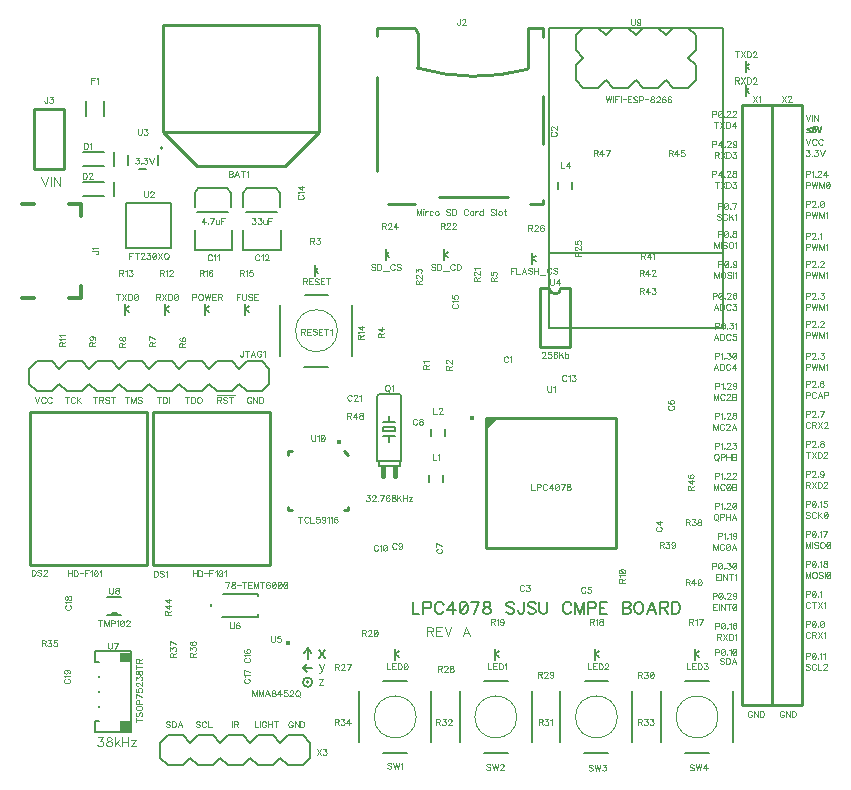
<source format=gbr>
%TF.GenerationSoftware,Novarm,DipTrace,3.2.0.1*%
%TF.CreationDate,2017-11-24T17:42:05-08:00*%
%FSLAX26Y26*%
%MOIN*%
%TF.FileFunction,Legend,Top*%
%TF.Part,Single*%
%ADD10C,0.009843*%
%ADD13C,0.001312*%
%ADD21C,0.006*%
%ADD22C,0.008*%
%ADD29C,0.005*%
%ADD31C,0.012*%
%ADD32C,0.000013*%
%ADD43C,0.016*%
%ADD45C,0.015768*%
%ADD49C,0.015697*%
%ADD54C,0.015733*%
%ADD118C,0.003088*%
%ADD119C,0.006176*%
%ADD120C,0.004632*%
G75*
G01*
%LPD*%
X1385261Y2547124D2*
D10*
X866521D1*
Y2903374D1*
X1385261D1*
Y2547124D1*
X1272820Y2434623D1*
X866521Y2547124D2*
X979041Y2434623D1*
X1272820D2*
X979041D1*
X1094462Y2221730D2*
D22*
Y2154806D1*
X970446D1*
Y2221730D1*
X1092490Y2296536D2*
Y2343787D1*
X1078712Y2359530D1*
X982252D1*
X970446Y2343787D1*
Y2296536D1*
Y2343787D2*
Y2296536D1*
X979859Y2281141D2*
X1082098D1*
X1256979Y2221730D2*
Y2154806D1*
X1132963D1*
Y2221730D1*
X1255007Y2296536D2*
Y2343787D1*
X1241229Y2359530D1*
X1144770D1*
X1132963Y2343787D1*
Y2296536D1*
Y2343787D2*
Y2296536D1*
X1142376Y2281141D2*
X1244615D1*
X702690Y2431940D2*
Y2481152D1*
X668443Y2431940D2*
X597578D1*
X668443Y2481152D2*
X597578D1*
X702690Y2331950D2*
Y2381163D1*
X668443Y2331950D2*
X597578D1*
X668443Y2381163D2*
X597578D1*
X1220251Y1104625D2*
D10*
X830251D1*
X1220251Y1614625D2*
Y1104625D1*
X830251D2*
Y1614625D1*
X1220251D1*
X810875Y1104625D2*
X420875D1*
X810875Y1614625D2*
Y1104625D1*
X420875D2*
Y1614625D1*
X810875D1*
X667724Y2649151D2*
D22*
Y2599153D1*
X607724D2*
Y2649151D1*
X591607Y2307469D2*
D31*
X552958D1*
Y2307745D1*
X592319D2*
Y2268364D1*
X552958Y1992792D2*
X592319D1*
Y2032127D1*
X434852Y2307745D2*
X395467D1*
X434852Y1992792D2*
X395467D1*
X1578334Y2415771D2*
D10*
Y2730812D1*
Y2866513D2*
Y2894012D1*
X2133323D2*
Y2862329D1*
Y2667445D2*
Y2506039D1*
Y2321318D2*
Y2305775D1*
X2090164D1*
X2014787Y2329089D2*
X1786835D1*
X1704164Y2305775D2*
X1613591D1*
X1705987Y2893414D2*
X1713890Y2874285D1*
Y2760105D1*
X2080438Y2893414D2*
Y2760105D1*
X1713890D2*
G03X2080438Y2755920I190683J646859D01*
G01*
X1705987Y2893414D2*
X1578334Y2894012D1*
X2080438D2*
X2133323D1*
X534615Y2622169D2*
X434615D1*
X534615Y2422169D2*
Y2622169D1*
Y2422169D2*
X434615D1*
Y2622169D1*
X1043960Y1782749D2*
D22*
X1094040D1*
X1119000Y1757749D1*
Y1707749D2*
X1094040Y1682749D1*
X919000Y1757749D2*
X944040Y1782749D1*
X994040D1*
X1019000Y1757749D1*
Y1707749D2*
X994040Y1682749D1*
X944040D1*
X919000Y1707749D1*
X1043960Y1782749D2*
X1019000Y1757749D1*
Y1707749D2*
X1043960Y1682749D1*
X1094040D2*
X1043960D1*
X743960Y1782749D2*
X794040D1*
X819000Y1757749D1*
Y1707749D2*
X794040Y1682749D1*
X819000Y1757749D2*
X844040Y1782749D1*
X894040D1*
X919000Y1757749D1*
Y1707749D2*
X894040Y1682749D1*
X844040D1*
X819000Y1707749D1*
X619000Y1757749D2*
X644040Y1782749D1*
X694040D1*
X719000Y1757749D1*
Y1707749D2*
X694040Y1682749D1*
X644040D1*
X619000Y1707749D1*
X743960Y1782749D2*
X719000Y1757749D1*
Y1707749D2*
X743960Y1682749D1*
X794040D2*
X743960D1*
X443960Y1782749D2*
X494040D1*
X519000Y1757749D1*
Y1707749D2*
X494040Y1682749D1*
X519000Y1757749D2*
X544040Y1782749D1*
X594040D1*
X619000Y1757749D1*
Y1707749D2*
X594040Y1682749D1*
X544040D1*
X519000Y1707749D1*
X419000Y1757749D2*
Y1707749D1*
X443960Y1782749D2*
X419000Y1757749D1*
Y1707749D2*
X443960Y1682749D1*
X494040D2*
X443960D1*
X1144040Y1782749D2*
X1194040D1*
X1219000Y1757749D1*
Y1707749D1*
X1194040Y1682749D1*
X1144040Y1782749D2*
X1119000Y1757749D1*
Y1707749D2*
X1144040Y1682749D1*
X1194040D2*
X1144040D1*
X1751776Y1380211D2*
D21*
Y1403836D1*
X1799020Y1380211D2*
Y1403836D1*
X1805269Y1557994D2*
Y1534369D1*
X1758025Y1557994D2*
Y1534369D1*
X2182688Y2355180D2*
Y2378805D1*
X2229932Y2355180D2*
Y2378805D1*
X1371031Y2101861D2*
D22*
Y2083751D1*
Y2065640D2*
Y2083751D1*
X1383238Y2092954D1*
X1371638Y2082751D2*
X1383238Y2075152D1*
X872363Y1974612D2*
Y1956501D1*
Y1938391D2*
Y1956501D1*
X884570Y1965705D1*
X872970Y1955502D2*
X884570Y1947903D1*
X739031Y1974612D2*
Y1956501D1*
Y1938391D2*
Y1956501D1*
X751238Y1965705D1*
X739638Y1955502D2*
X751238Y1947903D1*
X1139030Y1974612D2*
Y1956501D1*
Y1938391D2*
Y1956501D1*
X1151236Y1965705D1*
X1139637Y1955502D2*
X1151236Y1947903D1*
X1005697Y1974612D2*
Y1956501D1*
Y1938391D2*
Y1956501D1*
X1017903Y1965705D1*
X1006303Y1955502D2*
X1017903Y1947903D1*
X2639030Y824610D2*
Y806500D1*
Y788390D2*
Y806500D1*
X2651236Y815704D1*
X2639637Y805500D2*
X2651236Y797901D1*
X2305697Y824610D2*
Y806500D1*
Y788390D2*
Y806500D1*
X2317903Y815704D1*
X2306303Y805500D2*
X2317903Y797901D1*
X1972365Y824610D2*
Y806500D1*
Y788390D2*
Y806500D1*
X1984571Y815704D1*
X1972971Y805500D2*
X1984571Y797901D1*
X1639031Y824610D2*
Y806500D1*
Y788390D2*
Y806500D1*
X1651238Y815704D1*
X1639638Y805500D2*
X1651238Y797901D1*
X1801682Y2156033D2*
Y2137923D1*
Y2119812D2*
Y2137923D1*
X1813889Y2147126D1*
X1802289Y2136923D2*
X1813889Y2129324D1*
X1607912Y2156033D2*
Y2137923D1*
Y2119812D2*
Y2137923D1*
X1620118Y2147126D1*
X1608519Y2136923D2*
X1620118Y2129324D1*
X2095463Y2143531D2*
Y2125421D1*
Y2107311D2*
Y2125421D1*
X2107669Y2134625D1*
X2096070Y2124422D2*
X2107669Y2116823D1*
X2807781Y2702740D2*
Y2684630D1*
Y2666520D2*
Y2684630D1*
X2819987Y2693834D1*
X2808387Y2683630D2*
X2819987Y2676031D1*
X2807781Y2783991D2*
Y2765881D1*
Y2747770D2*
Y2765881D1*
X2819987Y2775084D1*
X2808387Y2764881D2*
X2819987Y2757282D1*
G36*
X1646998Y1432006D2*
X1631023D1*
Y1409001D1*
X1646998D1*
Y1432006D1*
G37*
G36*
X1607007D2*
X1591017D1*
Y1409001D1*
X1607007D1*
Y1432006D1*
G37*
X1583994Y1433992D2*
D21*
X1654006D1*
X1649005Y1674000D2*
G02X1659006Y1664004I-35J-10037D01*
G01*
X1578994D2*
G02X1588995Y1674000I10006J-10D01*
G01*
X1649005D1*
X1654006Y1433992D2*
Y1448986D1*
X1659006D2*
Y1664004D1*
X1583994Y1433992D2*
Y1448986D1*
X1578994D2*
X1583994D1*
X1578994D2*
Y1664004D1*
X1639003Y1399005D2*
D43*
Y1413999D1*
X1598997Y1399005D2*
Y1418998D1*
Y1564009D2*
D21*
Y1549014D1*
X1639003D2*
X1598997D1*
X1639003D2*
Y1564009D1*
X1598997D2*
X1639003D1*
X1598997Y1579003D2*
X1619000D1*
X1598997Y1533987D2*
X1619000D1*
Y1513995D1*
Y1533987D2*
X1639003D1*
X1619000Y1579003D2*
Y1598995D1*
Y1579003D2*
X1639003D1*
X1659006Y1448986D2*
X1654006D1*
X1583994D1*
X1306744Y1884500D2*
D32*
G02X1306744Y1884500I70006J0D01*
G01*
X1256747Y1969508D2*
D22*
Y1799492D1*
X1496752D2*
Y1969508D1*
X1337463Y2004488D2*
X1416742D1*
X1336278Y1764512D2*
X1416742D1*
X1569244Y597000D2*
D32*
G02X1569244Y597000I70006J0D01*
G01*
X1519247Y682008D2*
D22*
Y511992D1*
X1759252D2*
Y682008D1*
X1599963Y716988D2*
X1679242D1*
X1598778Y477012D2*
X1679242D1*
X1904661Y597000D2*
D32*
G02X1904661Y597000I70006J0D01*
G01*
X1854664Y682008D2*
D22*
Y511992D1*
X2094669D2*
Y682008D1*
X1935380Y716988D2*
X2014659D1*
X1934195Y477012D2*
X2014659D1*
X2240077Y597000D2*
D32*
G02X2240077Y597000I70006J0D01*
G01*
X2190080Y682008D2*
D22*
Y511992D1*
X2430085D2*
Y682008D1*
X2270796Y716988D2*
X2350075D1*
X2269611Y477012D2*
X2350075D1*
X2575494Y597000D2*
D32*
G02X2575494Y597000I70006J0D01*
G01*
X2525498Y682008D2*
D22*
Y511992D1*
X2765502D2*
Y682008D1*
X2606213Y716988D2*
X2685492D1*
X2605029Y477012D2*
X2685492D1*
X1942209Y1592297D2*
D10*
X2375319D1*
Y1159186D1*
X1942209D1*
Y1592297D1*
G36*
D2*
Y1552907D1*
X1981598Y1592297D1*
X1942209D1*
G37*
D45*
X1894994D3*
X892914Y2310259D2*
D22*
X743311D1*
Y2160651D1*
X892914D1*
Y2310259D1*
X855226Y2492190D2*
D32*
G02X855226Y2492190I4999J0D01*
G01*
X747227Y2435284D2*
D22*
Y2469097D1*
X847223D2*
Y2435284D1*
X807788Y2424287D2*
X786661D1*
X2120986Y2026802D2*
D10*
Y1829948D1*
X2223363Y2026802D2*
Y1829948D1*
X2120986D2*
X2223363D1*
X2152480Y2026802D2*
X2120986D1*
X2191869D2*
X2223363D1*
X2152480D2*
G03X2191869Y2026802I19694J9D01*
G01*
D49*
X1281607Y842460D3*
X1180735Y999511D2*
D29*
Y1007779D1*
X1064206D1*
X1180735Y939670D2*
Y930617D1*
X1063027D1*
X1023646Y966837D2*
Y972741D1*
G36*
X754024Y779940D2*
X722500D1*
Y811424D1*
X754024D1*
Y779940D1*
G37*
G36*
Y551605D2*
X722500D1*
Y583088D1*
X754024D1*
Y551605D1*
G37*
X757957Y815386D2*
D29*
Y547669D1*
X639846D1*
Y815386D2*
X757957D1*
X639846D2*
Y779940D1*
Y547669D2*
Y583115D1*
Y779940D2*
X651657D1*
X639846Y583115D2*
X651657D1*
X651528Y734027D2*
Y729020D1*
Y684017D2*
Y679038D1*
Y634035D2*
Y629028D1*
X726015Y998307D2*
X678767D1*
X726015Y935315D2*
X678767D1*
X710266Y943189D2*
X694516D1*
X2730875Y2893993D2*
Y2143993D1*
Y1893993D1*
X2150875D1*
Y2143993D1*
Y2893993D1*
X2265889D1*
X2315885D1*
X2365881D1*
X2415877D1*
X2465873D1*
X2515869D1*
X2565865D1*
X2615861D1*
X2730875D1*
Y2143993D2*
X2150875D1*
X2615861Y2893993D2*
X2640859Y2868993D1*
Y2818993D1*
X2615861Y2793993D1*
X2640859Y2768993D1*
Y2718993D1*
X2615861Y2693993D1*
X2565865D1*
X2540867Y2718993D1*
X2515869Y2693993D1*
X2465873D1*
X2440875Y2718993D1*
X2415877Y2693993D1*
X2365881D1*
X2340883Y2718993D1*
X2315885Y2693993D1*
X2265889D1*
X2240891Y2718993D1*
Y2768993D1*
X2265889Y2793993D1*
X2240891Y2818993D1*
Y2868993D1*
X2265889Y2893993D1*
X2315885D2*
X2340883Y2868993D1*
X2365881Y2893993D1*
X2415877D2*
X2440875Y2868993D1*
X2465873Y2893993D1*
X2515869D2*
X2540867Y2868993D1*
X2565865Y2893993D1*
D54*
X1450817Y1512662D3*
X1480348Y1298144D2*
D10*
Y1286345D1*
X1468531D1*
X1283490Y1298144D2*
Y1286345D1*
X1295306D2*
X1283490D1*
Y1483115D2*
Y1471341D1*
X1295306Y1483115D2*
X1283490D1*
X1480348Y1471341D2*
X1468531Y1483115D1*
X2794000Y713749D2*
Y2637749D1*
Y637749D2*
Y713749D1*
X2894000Y637749D2*
X2794000D1*
X2894000D2*
Y2637749D1*
X2794000D1*
X2894000Y713749D2*
Y2637749D1*
Y637749D2*
Y713749D1*
X2994000Y637749D2*
X2894000D1*
X2994000D2*
Y2637749D1*
X2894000D1*
X1031596Y436247D2*
D22*
X981596D1*
X956596Y461247D1*
Y511247D2*
X981596Y536247D1*
X956596Y461247D2*
X931596Y436247D1*
X881596D1*
X856596Y461247D1*
Y511247D2*
X881596Y536247D1*
X931596D1*
X956596Y511247D1*
X1156596Y461247D2*
X1131596Y436247D1*
X1081596D1*
X1056596Y461247D1*
Y511247D2*
X1081596Y536247D1*
X1131596D1*
X1156596Y511247D1*
X1031596Y436247D2*
X1056596Y461247D1*
Y511247D2*
X1031596Y536247D1*
X981596D2*
X1031596D1*
X1331596Y436247D2*
X1281596D1*
X1256596Y461247D1*
Y511247D2*
X1281596Y536247D1*
X1256596Y461247D2*
X1231596Y436247D1*
X1181596D1*
X1156596Y461247D1*
Y511247D2*
X1181596Y536247D1*
X1231596D1*
X1256596Y511247D1*
X1356596Y461247D2*
Y511247D1*
X1331596Y436247D2*
X1356596Y461247D1*
Y511247D2*
X1331596Y536247D1*
X1281596D2*
X1331596D1*
X856596Y461247D2*
Y511247D1*
X1331500Y759625D2*
X1362778Y759671D1*
X1331500Y759625D2*
X1344000Y772125D1*
X1331500Y759625D2*
X1344000Y747125D1*
X1347125Y790875D2*
Y825249D1*
X1334625Y809625D1*
X1347125Y825249D2*
X1359625Y809625D1*
X1331598Y712779D2*
G02X1331598Y712779I15627J0D01*
G01*
X1344100D2*
G02X1344100Y712779I3125J0D01*
G01*
X3035768Y2567724D2*
D13*
X3039049D1*
X3034429Y2567068D2*
X3039351D1*
X3042986D2*
X3045610D1*
X3058077D2*
X3059390D1*
X3033318Y2566412D2*
X3039541D1*
X3043212D2*
X3045712D1*
X3057673D2*
X3059387D1*
X3032461Y2565756D2*
X3039641D1*
X3043431D2*
X3045877D1*
X3057319D2*
X3059364D1*
X3031796Y2565100D2*
X3035241D1*
X3039049D2*
X3039705D1*
X3043639D2*
X3046070D1*
X3057031D2*
X3059281D1*
X3031246Y2564444D2*
X3034203D1*
X3043863D2*
X3046268D1*
X3056790D2*
X3059121D1*
X3030790Y2563787D2*
X3033350D1*
X3044083D2*
X3046489D1*
X3056552D2*
X3058929D1*
X3030400Y2563131D2*
X3032674D1*
X3044293D2*
X3046708D1*
X3056327D2*
X3058731D1*
X3030046Y2562475D2*
X3032154D1*
X3044518D2*
X3046918D1*
X3056115D2*
X3058511D1*
X3021988Y2561819D2*
X3023957D1*
X3029731D2*
X3031757D1*
X3044739D2*
X3047143D1*
X3055889D2*
X3058292D1*
X3020020Y2561163D2*
X3023849D1*
X3029481D2*
X3031472D1*
X3044949D2*
X3047364D1*
X3055668D2*
X3058082D1*
X3018051Y2560507D2*
X3023436D1*
X3029309D2*
X3031284D1*
X3045174D2*
X3047574D1*
X3055458D2*
X3057857D1*
X3016085Y2559850D2*
X3022350D1*
X3029151D2*
X3031103D1*
X3045395D2*
X3047799D1*
X3055233D2*
X3057636D1*
X3014147Y2559194D2*
X3020905D1*
X3028961D2*
X3030842D1*
X3034455D2*
X3035768D1*
X3045605D2*
X3048020D1*
X3055012D2*
X3057426D1*
X3012340Y2558538D2*
X3019215D1*
X3028779D2*
X3030518D1*
X3031872D2*
X3037333D1*
X3045830D2*
X3048230D1*
X3054802D2*
X3057201D1*
X3010856Y2557882D2*
X3017464D1*
X3028660D2*
X3038552D1*
X3046051D2*
X3048455D1*
X3054576D2*
X3056980D1*
X3009687Y2557226D2*
X3015803D1*
X3028597D2*
X3039468D1*
X3046261D2*
X3048676D1*
X3054356D2*
X3056770D1*
X3009201Y2556570D2*
X3014271D1*
X3028569D2*
X3040145D1*
X3046487D2*
X3048886D1*
X3054145D2*
X3056545D1*
X3009094Y2555913D2*
X3012802D1*
X3028557D2*
X3033931D1*
X3036924D2*
X3040609D1*
X3046707D2*
X3049111D1*
X3053920D2*
X3056324D1*
X3009427Y2555257D2*
X3014770D1*
X3028552D2*
X3032916D1*
X3037854D2*
X3040933D1*
X3046918D2*
X3049332D1*
X3053699D2*
X3056114D1*
X3010490Y2554601D2*
X3016736D1*
X3028551D2*
X3032150D1*
X3038569D2*
X3041205D1*
X3047143D2*
X3049542D1*
X3053489D2*
X3055889D1*
X3011927Y2553945D2*
X3018674D1*
X3028550D2*
X3031567D1*
X3038818D2*
X3041419D1*
X3047364D2*
X3049767D1*
X3053264D2*
X3055668D1*
X3013638Y2553289D2*
X3020482D1*
X3028550D2*
X3031364D1*
X3038951D2*
X3041530D1*
X3047574D2*
X3049988D1*
X3053043D2*
X3055458D1*
X3015495Y2552633D2*
X3021966D1*
X3028550D2*
X3031255D1*
X3039011D2*
X3041514D1*
X3047799D2*
X3050198D1*
X3052833D2*
X3055233D1*
X3017420Y2551976D2*
X3023136D1*
X3028552D2*
X3031208D1*
X3039032D2*
X3041387D1*
X3048020D2*
X3050424D1*
X3052608D2*
X3055012D1*
X3019372Y2551320D2*
X3023599D1*
X3028576D2*
X3031214D1*
X3039015D2*
X3041229D1*
X3048230D2*
X3050646D1*
X3052385D2*
X3054802D1*
X3021332Y2550664D2*
X3023957D1*
X3028662D2*
X3031319D1*
X3038909D2*
X3041093D1*
X3048455D2*
X3050875D1*
X3052157D2*
X3054576D1*
X3028844Y2550008D2*
X3031528D1*
X3038706D2*
X3040928D1*
X3048676D2*
X3051168D1*
X3051863D2*
X3054356D1*
X3029122Y2549352D2*
X3032099D1*
X3038118D2*
X3040654D1*
X3048886D2*
X3054145D1*
X3029503Y2548696D2*
X3033439D1*
X3037150D2*
X3040269D1*
X3049111D2*
X3053920D1*
X3008865Y2548039D2*
X3023301D1*
X3030006D2*
X3035394D1*
X3035641D2*
X3039784D1*
X3049334D2*
X3053697D1*
X3008865Y2547383D2*
X3023606D1*
X3030658D2*
X3039133D1*
X3049562D2*
X3053469D1*
X3008865Y2546727D2*
X3023809D1*
X3031583D2*
X3038237D1*
X3049856D2*
X3053176D1*
X3008865Y2546071D2*
X3023957D1*
X3032898D2*
X3037079D1*
X3050203D2*
X3052828D1*
X3034455Y2545415D2*
X3035768D1*
Y2567724D2*
X3034429Y2567068D1*
X3033318Y2566412D1*
X3032461Y2565756D1*
X3031796Y2565100D1*
X3031246Y2564444D1*
X3030790Y2563787D1*
X3030400Y2563131D1*
X3030046Y2562475D1*
X3029731Y2561819D1*
X3029481Y2561163D1*
X3029309Y2560507D1*
X3029151Y2559850D1*
X3028961Y2559194D1*
X3028779Y2558538D1*
X3028660Y2557882D1*
X3028597Y2557226D1*
X3028569Y2556570D1*
X3028557Y2555913D1*
X3028552Y2555257D1*
X3028551Y2554601D1*
X3028550Y2553945D1*
Y2553289D1*
Y2552633D1*
X3028552Y2551976D1*
X3028576Y2551320D1*
X3028662Y2550664D1*
X3028844Y2550008D1*
X3029122Y2549352D1*
X3029503Y2548696D1*
X3030006Y2548039D1*
X3030658Y2547383D1*
X3031583Y2546727D1*
X3032898Y2546071D1*
X3034455Y2545415D1*
X3039049Y2567724D2*
X3039351Y2567068D1*
X3039541Y2566412D1*
X3039641Y2565756D1*
X3039705Y2565100D1*
X3042986Y2567068D2*
X3043212Y2566412D1*
X3043431Y2565756D1*
X3043639Y2565100D1*
X3043863Y2564444D1*
X3044083Y2563787D1*
X3044293Y2563131D1*
X3044518Y2562475D1*
X3044739Y2561819D1*
X3044949Y2561163D1*
X3045174Y2560507D1*
X3045395Y2559850D1*
X3045605Y2559194D1*
X3045830Y2558538D1*
X3046051Y2557882D1*
X3046261Y2557226D1*
X3046487Y2556570D1*
X3046707Y2555913D1*
X3046918Y2555257D1*
X3047143Y2554601D1*
X3047364Y2553945D1*
X3047574Y2553289D1*
X3047799Y2552633D1*
X3048020Y2551976D1*
X3048230Y2551320D1*
X3048455Y2550664D1*
X3048676Y2550008D1*
X3048886Y2549352D1*
X3049111Y2548696D1*
X3049334Y2548039D1*
X3049562Y2547383D1*
X3049856Y2546727D1*
X3050203Y2546071D1*
X3045610Y2567068D2*
X3045712Y2566412D1*
X3045877Y2565756D1*
X3046070Y2565100D1*
X3046268Y2564444D1*
X3046489Y2563787D1*
X3046708Y2563131D1*
X3046918Y2562475D1*
X3047143Y2561819D1*
X3047364Y2561163D1*
X3047574Y2560507D1*
X3047799Y2559850D1*
X3048020Y2559194D1*
X3048230Y2558538D1*
X3048455Y2557882D1*
X3048676Y2557226D1*
X3048886Y2556570D1*
X3049111Y2555913D1*
X3049332Y2555257D1*
X3049542Y2554601D1*
X3049767Y2553945D1*
X3049988Y2553289D1*
X3050198Y2552633D1*
X3050424Y2551976D1*
X3050646Y2551320D1*
X3050875Y2550664D1*
X3051168Y2550008D1*
X3051516Y2549352D1*
X3058077Y2567068D2*
X3057673Y2566412D1*
X3057319Y2565756D1*
X3057031Y2565100D1*
X3056790Y2564444D1*
X3056552Y2563787D1*
X3056327Y2563131D1*
X3056115Y2562475D1*
X3055889Y2561819D1*
X3055668Y2561163D1*
X3055458Y2560507D1*
X3055233Y2559850D1*
X3055012Y2559194D1*
X3054802Y2558538D1*
X3054576Y2557882D1*
X3054356Y2557226D1*
X3054145Y2556570D1*
X3053920Y2555913D1*
X3053699Y2555257D1*
X3053489Y2554601D1*
X3053264Y2553945D1*
X3053043Y2553289D1*
X3052833Y2552633D1*
X3052608Y2551976D1*
X3052385Y2551320D1*
X3052157Y2550664D1*
X3051863Y2550008D1*
X3051516Y2549352D1*
X3059390Y2567068D2*
X3059387Y2566412D1*
X3059364Y2565756D1*
X3059281Y2565100D1*
X3059121Y2564444D1*
X3058929Y2563787D1*
X3058731Y2563131D1*
X3058511Y2562475D1*
X3058292Y2561819D1*
X3058082Y2561163D1*
X3057857Y2560507D1*
X3057636Y2559850D1*
X3057426Y2559194D1*
X3057201Y2558538D1*
X3056980Y2557882D1*
X3056770Y2557226D1*
X3056545Y2556570D1*
X3056324Y2555913D1*
X3056114Y2555257D1*
X3055889Y2554601D1*
X3055668Y2553945D1*
X3055458Y2553289D1*
X3055233Y2552633D1*
X3055012Y2551976D1*
X3054802Y2551320D1*
X3054576Y2550664D1*
X3054356Y2550008D1*
X3054145Y2549352D1*
X3053920Y2548696D1*
X3053697Y2548039D1*
X3053469Y2547383D1*
X3053176Y2546727D1*
X3052828Y2546071D1*
X3036424Y2565756D2*
X3035241Y2565100D1*
X3034203Y2564444D1*
X3033350Y2563787D1*
X3032674Y2563131D1*
X3032154Y2562475D1*
X3031757Y2561819D1*
X3031472Y2561163D1*
X3031284Y2560507D1*
X3031103Y2559850D1*
X3030842Y2559194D1*
X3030518Y2558538D1*
X3031175Y2557882D1*
X3038392Y2565756D2*
X3039049Y2565100D1*
X3021988Y2561819D2*
X3020020Y2561163D1*
X3018051Y2560507D1*
X3016085Y2559850D1*
X3014147Y2559194D1*
X3012340Y2558538D1*
X3010856Y2557882D1*
X3009687Y2557226D1*
X3009201Y2556570D1*
X3009094Y2555913D1*
X3009427Y2555257D1*
X3010490Y2554601D1*
X3011927Y2553945D1*
X3013638Y2553289D1*
X3015495Y2552633D1*
X3017420Y2551976D1*
X3019372Y2551320D1*
X3021332Y2550664D1*
X3023957Y2561819D2*
X3023849Y2561163D1*
X3023436Y2560507D1*
X3022350Y2559850D1*
X3020905Y2559194D1*
X3019215Y2558538D1*
X3017464Y2557882D1*
X3015803Y2557226D1*
X3014271Y2556570D1*
X3012802Y2555913D1*
X3014770Y2555257D1*
X3016736Y2554601D1*
X3018674Y2553945D1*
X3020482Y2553289D1*
X3021966Y2552633D1*
X3023136Y2551976D1*
X3023599Y2551320D1*
X3023957Y2550664D1*
X3034455Y2559194D2*
X3031872Y2558538D1*
X3029206Y2557882D1*
X3035768Y2559194D2*
X3037333Y2558538D1*
X3038552Y2557882D1*
X3039468Y2557226D1*
X3040145Y2556570D1*
X3040609Y2555913D1*
X3040933Y2555257D1*
X3041205Y2554601D1*
X3041419Y2553945D1*
X3041530Y2553289D1*
X3041514Y2552633D1*
X3041387Y2551976D1*
X3041229Y2551320D1*
X3041093Y2550664D1*
X3040928Y2550008D1*
X3040654Y2549352D1*
X3040269Y2548696D1*
X3039784Y2548039D1*
X3039133Y2547383D1*
X3038237Y2546727D1*
X3037079Y2546071D1*
X3035768Y2545415D1*
X3035112Y2556570D2*
X3033931Y2555913D1*
X3032916Y2555257D1*
X3032150Y2554601D1*
X3031567Y2553945D1*
X3031364Y2553289D1*
X3031255Y2552633D1*
X3031208Y2551976D1*
X3031214Y2551320D1*
X3031319Y2550664D1*
X3031528Y2550008D1*
X3032099Y2549352D1*
X3033439Y2548696D1*
X3035394Y2548039D1*
X3037736Y2547383D1*
X3035768Y2556570D2*
X3036924Y2555913D1*
X3037854Y2555257D1*
X3038569Y2554601D1*
X3038818Y2553945D1*
X3038951Y2553289D1*
X3039011Y2552633D1*
X3039032Y2551976D1*
X3039015Y2551320D1*
X3038909Y2550664D1*
X3038706Y2550008D1*
X3038118Y2549352D1*
X3037150Y2548696D1*
X3035641Y2548039D1*
X3033799Y2547383D1*
X3008865Y2548039D2*
Y2547383D1*
Y2546727D1*
Y2546071D1*
X3023301Y2548039D2*
X3023606Y2547383D1*
X3023809Y2546727D1*
X3023957Y2546071D1*
X1083822Y2417092D2*
D118*
Y2396996D1*
X1092444D1*
X1095318Y2397969D1*
X1096269Y2398920D1*
X1097219Y2400821D1*
Y2403695D1*
X1096269Y2405618D1*
X1095318Y2406569D1*
X1092444Y2407520D1*
X1095318Y2408492D1*
X1096269Y2409443D1*
X1097219Y2411344D1*
Y2413268D1*
X1096269Y2415169D1*
X1095318Y2416142D1*
X1092444Y2417092D1*
X1083822D1*
Y2407520D2*
X1092444D1*
X1118716Y2396996D2*
X1111044Y2417092D1*
X1103395Y2396996D1*
X1106269Y2403695D2*
X1115842D1*
X1131590Y2417092D2*
Y2396996D1*
X1124892Y2417092D2*
X1138289D1*
X1144465Y2413246D2*
X1146388Y2414218D1*
X1149262Y2417070D1*
Y2396996D1*
X2015539Y1794573D2*
X2014589Y1796474D1*
X2012665Y1798398D1*
X2010764Y1799348D1*
X2006939D1*
X2005016Y1798398D1*
X2003115Y1796474D1*
X2002142Y1794573D1*
X2001191Y1791699D1*
Y1786902D1*
X2002142Y1784050D1*
X2003115Y1782126D1*
X2005016Y1780225D1*
X2006939Y1779252D1*
X2010764D1*
X2012665Y1780225D1*
X2014589Y1782126D1*
X2015539Y1784050D1*
X2021715Y1795502D2*
X2023638Y1796474D1*
X2026512Y1799326D1*
Y1779252D1*
X2162111Y2546767D2*
X2160210Y2545816D1*
X2158286Y2543893D1*
X2157335Y2541992D1*
Y2538167D1*
X2158286Y2536244D1*
X2160209Y2534342D1*
X2162111Y2533370D1*
X2164985Y2532419D1*
X2169782D1*
X2172634Y2533370D1*
X2174557Y2534342D1*
X2176459Y2536244D1*
X2177432Y2538167D1*
Y2541991D1*
X2176459Y2543893D1*
X2174557Y2545816D1*
X2172634Y2546767D1*
X2162133Y2553915D2*
X2161182D1*
X2159259Y2554866D1*
X2158308Y2555817D1*
X2157358Y2557740D1*
Y2561565D1*
X2158308Y2563466D1*
X2159259Y2564416D1*
X2161182Y2565389D1*
X2163084D1*
X2165007Y2564416D1*
X2167859Y2562515D1*
X2177431Y2552942D1*
Y2566340D1*
X2068775Y1032001D2*
X2067824Y1033902D1*
X2065901Y1035825D1*
X2063999Y1036776D1*
X2060175D1*
X2058251Y1035825D1*
X2056350Y1033902D1*
X2055377Y1032001D1*
X2054427Y1029127D1*
Y1024329D1*
X2055377Y1021478D1*
X2056350Y1019554D1*
X2058251Y1017653D1*
X2060175Y1016680D1*
X2063999D1*
X2065901Y1017653D1*
X2067824Y1019554D1*
X2068775Y1021478D1*
X2076874Y1036754D2*
X2087375D1*
X2081649Y1029105D1*
X2084523D1*
X2086424Y1028154D1*
X2087375Y1027203D1*
X2088348Y1024329D1*
Y1022428D1*
X2087375Y1019554D1*
X2085474Y1017631D1*
X2082600Y1016680D1*
X2079726D1*
X2076874Y1017631D1*
X2075923Y1018603D1*
X2074950Y1020505D1*
X2512305Y1230635D2*
X2510404Y1229685D1*
X2508480Y1227761D1*
X2507530Y1225860D1*
Y1222035D1*
X2508480Y1220112D1*
X2510404Y1218211D1*
X2512305Y1217238D1*
X2515179Y1216287D1*
X2519976D1*
X2522828Y1217238D1*
X2524752Y1218211D1*
X2526653Y1220112D1*
X2527626Y1222035D1*
Y1225860D1*
X2526653Y1227761D1*
X2524752Y1229685D1*
X2522828Y1230635D1*
X2527626Y1246384D2*
X2507552D1*
X2520927Y1236811D1*
Y1251159D1*
X2273364Y1025892D2*
X2272413Y1027793D1*
X2270490Y1029717D1*
X2268589Y1030667D1*
X2264764D1*
X2262841Y1029717D1*
X2260939Y1027793D1*
X2259967Y1025892D1*
X2259016Y1023018D1*
Y1018220D1*
X2259967Y1015369D1*
X2260939Y1013445D1*
X2262841Y1011544D1*
X2264764Y1010571D1*
X2268589D1*
X2270490Y1011544D1*
X2272413Y1013445D1*
X2273364Y1015369D1*
X2291014Y1030645D2*
X2281463D1*
X2280512Y1022045D1*
X2281463Y1022996D1*
X2284337Y1023969D1*
X2287189D1*
X2290063Y1022996D1*
X2291986Y1021095D1*
X2292937Y1018220D1*
Y1016319D1*
X2291986Y1013445D1*
X2290063Y1011522D1*
X2287189Y1010571D1*
X2284337D1*
X2281463Y1011522D1*
X2280512Y1012495D1*
X2279540Y1014396D1*
X2552930Y1634723D2*
X2551028Y1633772D1*
X2549105Y1631849D1*
X2548154Y1629948D1*
Y1626123D1*
X2549105Y1624200D1*
X2551028Y1622298D1*
X2552930Y1621326D1*
X2555804Y1620375D1*
X2560601D1*
X2563453Y1621326D1*
X2565376Y1622298D1*
X2567278Y1624200D1*
X2568250Y1626123D1*
Y1629948D1*
X2567278Y1631849D1*
X2565376Y1633772D1*
X2563453Y1634723D1*
X2551028Y1652373D2*
X2549127Y1651422D1*
X2548177Y1648548D1*
Y1646647D1*
X2549127Y1643773D1*
X2552001Y1641849D1*
X2556776Y1640899D1*
X2561552D1*
X2565376Y1641849D1*
X2567300Y1643773D1*
X2568250Y1646647D1*
Y1647597D1*
X2567300Y1650449D1*
X2565376Y1652373D1*
X2562502Y1653323D1*
X2561552D1*
X2558678Y1652373D1*
X2556776Y1650449D1*
X2555826Y1647597D1*
Y1646647D1*
X2556776Y1643773D1*
X2558678Y1641849D1*
X2561552Y1640899D1*
X1781054Y1157914D2*
X1779153Y1156963D1*
X1777230Y1155040D1*
X1776279Y1153139D1*
Y1149314D1*
X1777230Y1147391D1*
X1779153Y1145489D1*
X1781054Y1144517D1*
X1783928Y1143566D1*
X1788726D1*
X1791578Y1144517D1*
X1793501Y1145489D1*
X1795402Y1147391D1*
X1796375Y1149314D1*
Y1153138D1*
X1795402Y1155040D1*
X1793501Y1156963D1*
X1791578Y1157914D1*
X1796375Y1167914D2*
X1776301Y1177487D1*
Y1164089D1*
X1712339Y1586350D2*
X1711389Y1588251D1*
X1709465Y1590175D1*
X1707564Y1591125D1*
X1703740D1*
X1701816Y1590175D1*
X1699915Y1588251D1*
X1698942Y1586350D1*
X1697991Y1583476D1*
Y1578678D1*
X1698942Y1575827D1*
X1699915Y1573903D1*
X1701816Y1572002D1*
X1703740Y1571029D1*
X1707564D1*
X1709465Y1572002D1*
X1711389Y1573903D1*
X1712339Y1575827D1*
X1723290Y1591103D2*
X1720439Y1590152D1*
X1719466Y1588251D1*
Y1586328D1*
X1720439Y1584427D1*
X1722340Y1583454D1*
X1726164Y1582503D1*
X1729038Y1581553D1*
X1730940Y1579629D1*
X1731890Y1577728D1*
Y1574854D1*
X1730940Y1572953D1*
X1729989Y1571980D1*
X1727115Y1571029D1*
X1723290D1*
X1720439Y1571980D1*
X1719466Y1572953D1*
X1718515Y1574854D1*
Y1577728D1*
X1719466Y1579629D1*
X1721389Y1581553D1*
X1724241Y1582503D1*
X1728066Y1583454D1*
X1729989Y1584427D1*
X1730940Y1586328D1*
Y1588251D1*
X1729989Y1590152D1*
X1727115Y1591103D1*
X1723290D1*
X1643931Y1172456D2*
X1642980Y1174357D1*
X1641057Y1176281D1*
X1639156Y1177231D1*
X1635331D1*
X1633408Y1176281D1*
X1631506Y1174357D1*
X1630534Y1172456D1*
X1629583Y1169582D1*
Y1164785D1*
X1630534Y1161933D1*
X1631506Y1160010D1*
X1633408Y1158108D1*
X1635331Y1157135D1*
X1639156D1*
X1641057Y1158108D1*
X1642980Y1160010D1*
X1643931Y1161933D1*
X1662553Y1170533D2*
X1661581Y1167659D1*
X1659679Y1165735D1*
X1656805Y1164785D1*
X1655855D1*
X1652981Y1165735D1*
X1651079Y1167659D1*
X1650107Y1170533D1*
Y1171483D1*
X1651079Y1174357D1*
X1652981Y1176259D1*
X1655855Y1177209D1*
X1656805D1*
X1659679Y1176259D1*
X1661581Y1174357D1*
X1662553Y1170533D1*
Y1165735D1*
X1661581Y1160960D1*
X1659679Y1158086D1*
X1656805Y1157135D1*
X1654904D1*
X1652030Y1158086D1*
X1651079Y1160010D1*
X1581719Y1166206D2*
X1580768Y1168107D1*
X1578844Y1170030D1*
X1576943Y1170981D1*
X1573119D1*
X1571195Y1170030D1*
X1569294Y1168107D1*
X1568321Y1166206D1*
X1567371Y1163332D1*
Y1158534D1*
X1568321Y1155682D1*
X1569294Y1153759D1*
X1571195Y1151858D1*
X1573119Y1150885D1*
X1576943D1*
X1578844Y1151858D1*
X1580768Y1153759D1*
X1581719Y1155682D1*
X1587894Y1167134D2*
X1589818Y1168107D1*
X1592692Y1170959D1*
Y1150885D1*
X1604615Y1170959D2*
X1601741Y1170008D1*
X1599818Y1167134D1*
X1598867Y1162359D1*
Y1159485D1*
X1599818Y1154709D1*
X1601741Y1151835D1*
X1604615Y1150885D1*
X1606517D1*
X1609391Y1151835D1*
X1611292Y1154709D1*
X1612265Y1159485D1*
Y1162359D1*
X1611292Y1167134D1*
X1609391Y1170008D1*
X1606517Y1170959D1*
X1604615D1*
X1611292Y1167134D2*
X1599818Y1154709D1*
X1028639Y2134024D2*
X1027689Y2135926D1*
X1025765Y2137849D1*
X1023864Y2138800D1*
X1020039D1*
X1018116Y2137849D1*
X1016215Y2135926D1*
X1015242Y2134024D1*
X1014291Y2131150D1*
Y2126353D1*
X1015242Y2123501D1*
X1016215Y2121578D1*
X1018116Y2119676D1*
X1020039Y2118704D1*
X1023864D1*
X1025765Y2119676D1*
X1027689Y2121578D1*
X1028639Y2123501D1*
X1034815Y2134953D2*
X1036738Y2135926D1*
X1039612Y2138778D1*
Y2118704D1*
X1045788Y2134953D2*
X1047711Y2135926D1*
X1050585Y2138778D1*
Y2118704D1*
X1003339Y2240432D2*
Y2260505D1*
X993766Y2247130D1*
X1008114D1*
X1015241Y2242355D2*
X1014290Y2241382D1*
X1015241Y2240432D1*
X1016213Y2241382D1*
X1015241Y2242355D1*
X1026214Y2240432D2*
X1035786Y2260505D1*
X1022389D1*
X1041962Y2253829D2*
Y2244256D1*
X1042913Y2241404D1*
X1044836Y2240432D1*
X1047710D1*
X1049611Y2241404D1*
X1052485Y2244256D1*
Y2253829D2*
Y2240432D1*
X1071108Y2260528D2*
X1058661D1*
Y2240432D1*
Y2250955D2*
X1066310D1*
X1186856Y2134024D2*
X1185906Y2135926D1*
X1183982Y2137849D1*
X1182081Y2138800D1*
X1178256D1*
X1176333Y2137849D1*
X1174432Y2135926D1*
X1173459Y2134024D1*
X1172508Y2131150D1*
Y2126353D1*
X1173459Y2123501D1*
X1174432Y2121578D1*
X1176333Y2119676D1*
X1178256Y2118704D1*
X1182081D1*
X1183982Y2119676D1*
X1185906Y2121578D1*
X1186856Y2123501D1*
X1193032Y2134953D2*
X1194955Y2135926D1*
X1197829Y2138778D1*
Y2118704D1*
X1204978Y2134002D2*
Y2134953D1*
X1205928Y2136876D1*
X1206879Y2137827D1*
X1208802Y2138778D1*
X1212627D1*
X1214528Y2137827D1*
X1215479Y2136876D1*
X1216452Y2134953D1*
Y2133052D1*
X1215479Y2131128D1*
X1213578Y2128276D1*
X1204005Y2118704D1*
X1217402D1*
X1162733Y2260505D2*
X1173234D1*
X1167508Y2252856D1*
X1170382D1*
X1172283Y2251905D1*
X1173234Y2250955D1*
X1174207Y2248081D1*
Y2246180D1*
X1173234Y2243306D1*
X1171333Y2241382D1*
X1168459Y2240432D1*
X1165585D1*
X1162733Y2241382D1*
X1161782Y2242355D1*
X1160809Y2244256D1*
X1182306Y2260505D2*
X1192807D1*
X1187081Y2252856D1*
X1189955D1*
X1191856Y2251905D1*
X1192807Y2250955D1*
X1193780Y2248081D1*
Y2246180D1*
X1192807Y2243306D1*
X1190906Y2241382D1*
X1188032Y2240432D1*
X1185158D1*
X1182306Y2241382D1*
X1181355Y2242355D1*
X1180383Y2244256D1*
X1199956Y2253829D2*
Y2244256D1*
X1200906Y2241404D1*
X1202830Y2240432D1*
X1205704D1*
X1207605Y2241404D1*
X1210479Y2244256D1*
Y2253829D2*
Y2240432D1*
X1229101Y2260528D2*
X1216655D1*
Y2240432D1*
Y2250955D2*
X1224304D1*
X2209821Y1732066D2*
X2208870Y1733968D1*
X2206947Y1735891D1*
X2205046Y1736842D1*
X2201221D1*
X2199298Y1735891D1*
X2197396Y1733968D1*
X2196424Y1732066D1*
X2195473Y1729192D1*
Y1724395D1*
X2196424Y1721543D1*
X2197396Y1719620D1*
X2199298Y1717718D1*
X2201221Y1716746D1*
X2205046D1*
X2206947Y1717718D1*
X2208870Y1719620D1*
X2209821Y1721543D1*
X2215997Y1732995D2*
X2217920Y1733968D1*
X2220794Y1736820D1*
Y1716746D1*
X2228893Y1736820D2*
X2239394D1*
X2233668Y1729170D1*
X2236542D1*
X2238444Y1728220D1*
X2239394Y1727269D1*
X2240367Y1724395D1*
Y1722494D1*
X2239394Y1719620D1*
X2237493Y1717696D1*
X2234619Y1716746D1*
X2231745D1*
X2228893Y1717696D1*
X2227942Y1718669D1*
X2226970Y1720570D1*
X1318556Y2336346D2*
X1316654Y2335395D1*
X1314731Y2333472D1*
X1313780Y2331570D1*
Y2327746D1*
X1314731Y2325822D1*
X1316654Y2323921D1*
X1318556Y2322948D1*
X1321430Y2321998D1*
X1326227D1*
X1329079Y2322948D1*
X1331002Y2323921D1*
X1332904Y2325822D1*
X1333876Y2327746D1*
Y2331570D1*
X1332904Y2333472D1*
X1331002Y2335395D1*
X1329079Y2336346D1*
X1317627Y2342521D2*
X1316654Y2344445D1*
X1313802Y2347319D1*
X1333876D1*
Y2363067D2*
X1313802D1*
X1327178Y2353494D1*
Y2367842D1*
X1833266Y1973401D2*
X1831364Y1972450D1*
X1829441Y1970527D1*
X1828490Y1968626D1*
Y1964801D1*
X1829441Y1962878D1*
X1831364Y1960976D1*
X1833266Y1960004D1*
X1836140Y1959053D1*
X1840937D1*
X1843789Y1960004D1*
X1845712Y1960976D1*
X1847614Y1962878D1*
X1848586Y1964801D1*
Y1968626D1*
X1847614Y1970527D1*
X1845712Y1972450D1*
X1843789Y1973401D1*
X1832337Y1979577D2*
X1831364Y1981500D1*
X1828512Y1984374D1*
X1848586D1*
X1828512Y2002024D2*
Y1992473D1*
X1837112Y1991522D1*
X1836162Y1992473D1*
X1835189Y1995347D1*
Y1998199D1*
X1836162Y2001073D1*
X1838063Y2002996D1*
X1840937Y2003947D1*
X1842838D1*
X1845712Y2002996D1*
X1847636Y2001073D1*
X1848586Y1998199D1*
Y1995347D1*
X1847636Y1992473D1*
X1846663Y1991522D1*
X1844762Y1990550D1*
X1140472Y793574D2*
X1138570Y792623D1*
X1136647Y790700D1*
X1135696Y788798D1*
Y784974D1*
X1136647Y783050D1*
X1138570Y781149D1*
X1140472Y780176D1*
X1143346Y779226D1*
X1148143D1*
X1150995Y780176D1*
X1152918Y781149D1*
X1154820Y783050D1*
X1155792Y784974D1*
Y788798D1*
X1154820Y790700D1*
X1152918Y792623D1*
X1150995Y793574D1*
X1139543Y799749D2*
X1138570Y801673D1*
X1135719Y804547D1*
X1155792D1*
X1138570Y822196D2*
X1136669Y821246D1*
X1135719Y818372D1*
Y816471D1*
X1136669Y813597D1*
X1139543Y811673D1*
X1144318Y810722D1*
X1149094D1*
X1152918Y811673D1*
X1154842Y813596D1*
X1155792Y816470D1*
Y817421D1*
X1154842Y820273D1*
X1152918Y822196D1*
X1150044Y823147D1*
X1149094D1*
X1146220Y822196D1*
X1144318Y820273D1*
X1143368Y817421D1*
Y816470D1*
X1144318Y813596D1*
X1146220Y811673D1*
X1149094Y810722D1*
X1139169Y724337D2*
X1137267Y723386D1*
X1135344Y721463D1*
X1134393Y719561D1*
Y715737D1*
X1135344Y713813D1*
X1137267Y711912D1*
X1139168Y710939D1*
X1142042Y709989D1*
X1146840D1*
X1149692Y710939D1*
X1151615Y711912D1*
X1153516Y713813D1*
X1154489Y715737D1*
Y719561D1*
X1153517Y721463D1*
X1151615Y723386D1*
X1149692Y724337D1*
X1138240Y730512D2*
X1137267Y732436D1*
X1134415Y735310D1*
X1154489D1*
Y745310D2*
X1134415Y754883D1*
Y741485D1*
X543550Y969377D2*
X541649Y968426D1*
X539726Y966503D1*
X538775Y964601D1*
Y960777D1*
X539726Y958853D1*
X541649Y956952D1*
X543550Y955979D1*
X546424Y955029D1*
X551222D1*
X554074Y955979D1*
X555997Y956952D1*
X557898Y958853D1*
X558871Y960777D1*
Y964601D1*
X557898Y966503D1*
X555997Y968426D1*
X554074Y969377D1*
X542622Y975552D2*
X541649Y977476D1*
X538797Y980350D1*
X558871D1*
X538797Y991301D2*
X539748Y988449D1*
X541649Y987476D1*
X543573D1*
X545474Y988449D1*
X546447Y990350D1*
X547397Y994175D1*
X548348Y997049D1*
X550271Y998950D1*
X552172Y999901D1*
X555046D1*
X556948Y998950D1*
X557920Y997999D1*
X558871Y995125D1*
Y991301D1*
X557920Y988449D1*
X556948Y987476D1*
X555046Y986525D1*
X552172D1*
X550271Y987476D1*
X548348Y989399D1*
X547397Y992251D1*
X546447Y996076D1*
X545474Y997999D1*
X543573Y998950D1*
X541649D1*
X539748Y997999D1*
X538797Y995125D1*
Y991301D1*
X539532Y723901D2*
X537631Y722951D1*
X535707Y721027D1*
X534757Y719126D1*
Y715301D1*
X535707Y713378D1*
X537631Y711477D1*
X539532Y710504D1*
X542406Y709553D1*
X547203D1*
X550055Y710504D1*
X551979Y711477D1*
X553880Y713378D1*
X554853Y715301D1*
Y719126D1*
X553880Y721027D1*
X551979Y722951D1*
X550055Y723901D1*
X538604Y730077D2*
X537631Y732000D1*
X534779Y734874D1*
X554853D1*
X541455Y753497D2*
X544329Y752524D1*
X546253Y750623D1*
X547203Y747749D1*
Y746798D1*
X546253Y743924D1*
X544329Y742023D1*
X541455Y741050D1*
X540505D1*
X537631Y742023D1*
X535730Y743924D1*
X534779Y746798D1*
Y747749D1*
X535730Y750623D1*
X537631Y752524D1*
X541455Y753497D1*
X546253D1*
X551028Y752524D1*
X553902Y750623D1*
X554853Y747749D1*
Y745847D1*
X553902Y742973D1*
X551979Y742023D1*
X1494365Y1666325D2*
X1493415Y1668226D1*
X1491491Y1670150D1*
X1489590Y1671100D1*
X1485766D1*
X1483842Y1670150D1*
X1481941Y1668226D1*
X1480968Y1666325D1*
X1480018Y1663451D1*
Y1658654D1*
X1480968Y1655802D1*
X1481941Y1653878D1*
X1483842Y1651977D1*
X1485766Y1651004D1*
X1489590D1*
X1491491Y1651977D1*
X1493415Y1653878D1*
X1494365Y1655802D1*
X1501514Y1666303D2*
Y1667253D1*
X1502465Y1669177D1*
X1503415Y1670128D1*
X1505339Y1671078D1*
X1509163D1*
X1511065Y1670128D1*
X1512015Y1669177D1*
X1512988Y1667253D1*
Y1665352D1*
X1512015Y1663429D1*
X1510114Y1660577D1*
X1500541Y1651004D1*
X1513939D1*
X1520114Y1667253D2*
X1522038Y1668226D1*
X1524912Y1671078D1*
Y1651004D1*
X601824Y2510441D2*
Y2490345D1*
X608523D1*
X611397Y2491318D1*
X613320Y2493219D1*
X614271Y2495143D1*
X615221Y2497995D1*
Y2502792D1*
X614271Y2505666D1*
X613320Y2507567D1*
X611397Y2509491D1*
X608523Y2510441D1*
X601824D1*
X621397Y2506595D2*
X623320Y2507567D1*
X626194Y2510419D1*
Y2490345D1*
X597524Y2410452D2*
Y2390356D1*
X604223D1*
X607097Y2391329D1*
X609020Y2393230D1*
X609971Y2395153D1*
X610921Y2398005D1*
Y2402803D1*
X609971Y2405677D1*
X609020Y2407578D1*
X607097Y2409501D1*
X604223Y2410452D1*
X597524D1*
X618070Y2405655D2*
Y2406605D1*
X619020Y2408529D1*
X619971Y2409479D1*
X621894Y2410430D1*
X625719D1*
X627620Y2409479D1*
X628571Y2408529D1*
X629544Y2406605D1*
Y2404704D1*
X628571Y2402781D1*
X626670Y2399929D1*
X617097Y2390356D1*
X630494D1*
X834528Y1084539D2*
Y1064443D1*
X841227D1*
X844101Y1065415D1*
X846024Y1067317D1*
X846975Y1069240D1*
X847926Y1072092D1*
Y1076889D1*
X846975Y1079763D1*
X846024Y1081665D1*
X844101Y1083588D1*
X841227Y1084539D1*
X834528D1*
X867499Y1081665D2*
X865597Y1083588D1*
X862723Y1084539D1*
X858899D1*
X856025Y1083588D1*
X854101Y1081665D1*
Y1079763D1*
X855074Y1077840D1*
X856025Y1076889D1*
X857926Y1075939D1*
X863674Y1074015D1*
X865597Y1073065D1*
X866548Y1072092D1*
X867499Y1070191D1*
Y1067317D1*
X865597Y1065415D1*
X862723Y1064443D1*
X858899D1*
X856025Y1065415D1*
X854101Y1067317D1*
X873674Y1080692D2*
X875598Y1081665D1*
X878472Y1084516D1*
Y1064443D1*
X963829Y1085341D2*
Y1065245D1*
X977227Y1085341D2*
Y1065245D1*
X963829Y1075769D2*
X977227D1*
X983402Y1085341D2*
Y1065245D1*
X990101D1*
X992975Y1066218D1*
X994898Y1068119D1*
X995849Y1070043D1*
X996800Y1072894D1*
Y1077692D1*
X995849Y1080566D1*
X994898Y1082467D1*
X992975Y1084391D1*
X990101Y1085341D1*
X983402D1*
X1002975Y1075282D2*
X1014029D1*
X1032652Y1085341D2*
X1020205D1*
Y1065245D1*
Y1075769D2*
X1027854D1*
X1038827Y1081494D2*
X1040751Y1082467D1*
X1043625Y1085319D1*
Y1065245D1*
X1055548Y1085319D2*
X1052674Y1084368D1*
X1050751Y1081494D1*
X1049800Y1076719D1*
Y1073845D1*
X1050751Y1069070D1*
X1052674Y1066196D1*
X1055548Y1065245D1*
X1057450D1*
X1060324Y1066196D1*
X1062225Y1069070D1*
X1063198Y1073845D1*
Y1076719D1*
X1062225Y1081494D1*
X1060324Y1084368D1*
X1057450Y1085319D1*
X1055548D1*
X1062225Y1081494D2*
X1050751Y1069070D1*
X1069373Y1081494D2*
X1071297Y1082467D1*
X1074171Y1085319D1*
Y1065245D1*
X427104Y1087665D2*
Y1067569D1*
X433802D1*
X436676Y1068541D1*
X438600Y1070443D1*
X439550Y1072366D1*
X440501Y1075218D1*
Y1080015D1*
X439550Y1082889D1*
X438600Y1084791D1*
X436676Y1086714D1*
X433802Y1087665D1*
X427104D1*
X460074Y1084791D2*
X458173Y1086714D1*
X455299Y1087665D1*
X451474D1*
X448600Y1086714D1*
X446677Y1084791D1*
Y1082889D1*
X447649Y1080966D1*
X448600Y1080015D1*
X450501Y1079065D1*
X456249Y1077141D1*
X458173Y1076191D1*
X459123Y1075218D1*
X460074Y1073317D1*
Y1070443D1*
X458173Y1068541D1*
X455299Y1067569D1*
X451474D1*
X448600Y1068541D1*
X446677Y1070443D1*
X467222Y1082867D2*
Y1083818D1*
X468173Y1085741D1*
X469124Y1086692D1*
X471047Y1087642D1*
X474872D1*
X476773Y1086692D1*
X477724Y1085741D1*
X478696Y1083818D1*
Y1081917D1*
X477724Y1079993D1*
X475822Y1077141D1*
X466250Y1067569D1*
X479647D1*
X548205Y1085341D2*
Y1065245D1*
X561602Y1085341D2*
Y1065245D1*
X548205Y1075769D2*
X561602D1*
X567778Y1085341D2*
Y1065245D1*
X574476D1*
X577350Y1066218D1*
X579274Y1068119D1*
X580224Y1070043D1*
X581175Y1072894D1*
Y1077692D1*
X580224Y1080566D1*
X579274Y1082467D1*
X577350Y1084391D1*
X574476Y1085341D1*
X567778D1*
X587351Y1075282D2*
X598405D1*
X617027Y1085341D2*
X604580D1*
Y1065245D1*
Y1075769D2*
X612230D1*
X623203Y1081494D2*
X625126Y1082467D1*
X628000Y1085319D1*
Y1065245D1*
X639924Y1085319D2*
X637050Y1084368D1*
X635126Y1081494D1*
X634176Y1076719D1*
Y1073845D1*
X635126Y1069070D1*
X637050Y1066196D1*
X639924Y1065245D1*
X641825D1*
X644699Y1066196D1*
X646600Y1069070D1*
X647573Y1073845D1*
Y1076719D1*
X646600Y1081494D1*
X644699Y1084368D1*
X641825Y1085319D1*
X639924D1*
X646600Y1081494D2*
X635126Y1069070D1*
X653749Y1081494D2*
X655672Y1082467D1*
X658546Y1085319D1*
Y1065245D1*
X638461Y2728245D2*
X626015D1*
Y2708149D1*
Y2718672D2*
X633664D1*
X644637Y2724398D2*
X646560Y2725371D1*
X649434Y2728223D1*
Y2708149D1*
X628786Y2150140D2*
X644084D1*
X646958Y2149189D1*
X647909Y2148216D1*
X648882Y2146315D1*
Y2144392D1*
X647909Y2142491D1*
X646958Y2141540D1*
X644084Y2140567D1*
X642183D1*
X632632Y2156315D2*
X631660Y2158239D1*
X628808Y2161113D1*
X648882D1*
X1854779Y2923301D2*
Y2908003D1*
X1853829Y2905129D1*
X1852856Y2904178D1*
X1850955Y2903205D1*
X1849031D1*
X1847130Y2904178D1*
X1846179Y2905129D1*
X1845207Y2908003D1*
Y2909904D1*
X1861928Y2918504D2*
Y2919455D1*
X1862878Y2921378D1*
X1863829Y2922329D1*
X1865752Y2923279D1*
X1869577D1*
X1871478Y2922329D1*
X1872429Y2921378D1*
X1873402Y2919455D1*
Y2917553D1*
X1872429Y2915630D1*
X1870528Y2912778D1*
X1860955Y2903205D1*
X1874352D1*
X1725642Y2269331D2*
Y2289427D1*
X1717993Y2269331D1*
X1710343Y2289427D1*
Y2269331D1*
X1731818Y2289427D2*
X1732768Y2288477D1*
X1733741Y2289427D1*
X1732768Y2290400D1*
X1731818Y2289427D1*
X1732768Y2282729D2*
Y2269331D1*
X1739917Y2282729D2*
Y2269331D1*
Y2276981D2*
X1740889Y2279855D1*
X1742791Y2281778D1*
X1744714Y2282729D1*
X1747588D1*
X1765260Y2279855D2*
X1763337Y2281778D1*
X1761413Y2282729D1*
X1758561D1*
X1756638Y2281778D1*
X1754737Y2279855D1*
X1753764Y2276981D1*
Y2275080D1*
X1754737Y2272205D1*
X1756638Y2270304D1*
X1758561Y2269331D1*
X1761413D1*
X1763337Y2270304D1*
X1765260Y2272205D1*
X1776211Y2282729D2*
X1774310Y2281778D1*
X1772386Y2279855D1*
X1771436Y2276981D1*
Y2275080D1*
X1772386Y2272205D1*
X1774310Y2270304D1*
X1776211Y2269331D1*
X1779085D1*
X1781008Y2270304D1*
X1782910Y2272205D1*
X1783882Y2275080D1*
Y2276981D1*
X1782910Y2279855D1*
X1781008Y2281778D1*
X1779085Y2282729D1*
X1776211D1*
X1822896Y2286553D2*
X1820994Y2288477D1*
X1818120Y2289427D1*
X1814296D1*
X1811422Y2288477D1*
X1809498Y2286553D1*
Y2284652D1*
X1810471Y2282729D1*
X1811422Y2281778D1*
X1813323Y2280828D1*
X1819071Y2278904D1*
X1820994Y2277954D1*
X1821945Y2276981D1*
X1822896Y2275080D1*
Y2272205D1*
X1820994Y2270304D1*
X1818120Y2269331D1*
X1814296D1*
X1811422Y2270304D1*
X1809498Y2272205D1*
X1829071Y2289427D2*
Y2269331D1*
X1835770D1*
X1838644Y2270304D1*
X1840567Y2272205D1*
X1841518Y2274129D1*
X1842469Y2276981D1*
Y2281778D1*
X1841518Y2284652D1*
X1840567Y2286553D1*
X1838644Y2288477D1*
X1835770Y2289427D1*
X1829071D1*
X1882433Y2284652D2*
X1881482Y2286553D1*
X1879559Y2288477D1*
X1877658Y2289427D1*
X1873833D1*
X1871909Y2288477D1*
X1870008Y2286553D1*
X1869035Y2284652D1*
X1868085Y2281778D1*
Y2276981D1*
X1869035Y2274129D1*
X1870008Y2272205D1*
X1871909Y2270304D1*
X1873833Y2269331D1*
X1877658D1*
X1879559Y2270304D1*
X1881482Y2272205D1*
X1882433Y2274129D1*
X1900082Y2282729D2*
Y2269331D1*
Y2279855D2*
X1898181Y2281778D1*
X1896258Y2282729D1*
X1893406D1*
X1891483Y2281778D1*
X1889581Y2279855D1*
X1888608Y2276981D1*
Y2275080D1*
X1889581Y2272205D1*
X1891483Y2270304D1*
X1893406Y2269331D1*
X1896258D1*
X1898181Y2270304D1*
X1900082Y2272205D1*
X1906258Y2282729D2*
Y2269331D1*
Y2276981D2*
X1907231Y2279855D1*
X1909132Y2281778D1*
X1911056Y2282729D1*
X1913930D1*
X1931579Y2289427D2*
Y2269331D1*
Y2279855D2*
X1929678Y2281778D1*
X1927755Y2282729D1*
X1924881D1*
X1922979Y2281778D1*
X1921056Y2279855D1*
X1920105Y2276981D1*
Y2275080D1*
X1921056Y2272205D1*
X1922979Y2270304D1*
X1924881Y2269331D1*
X1927755D1*
X1929678Y2270304D1*
X1931579Y2272205D1*
X1970593Y2286553D2*
X1968691Y2288477D1*
X1965817Y2289427D1*
X1961993D1*
X1959119Y2288477D1*
X1957195Y2286553D1*
Y2284652D1*
X1958168Y2282729D1*
X1959119Y2281778D1*
X1961020Y2280828D1*
X1966768Y2278904D1*
X1968691Y2277954D1*
X1969642Y2276981D1*
X1970593Y2275080D1*
Y2272205D1*
X1968691Y2270304D1*
X1965817Y2269331D1*
X1961993D1*
X1959119Y2270304D1*
X1957195Y2272205D1*
X1976768Y2289427D2*
Y2269331D1*
X1987719Y2282729D2*
X1985818Y2281778D1*
X1983895Y2279855D1*
X1982944Y2276981D1*
Y2275080D1*
X1983895Y2272205D1*
X1985818Y2270304D1*
X1987719Y2269331D1*
X1990593D1*
X1992517Y2270304D1*
X1994418Y2272205D1*
X1995391Y2275080D1*
Y2276981D1*
X1994418Y2279855D1*
X1992517Y2281778D1*
X1990593Y2282729D1*
X1987719D1*
X2004440Y2289427D2*
Y2273156D1*
X2005391Y2270304D1*
X2007314Y2269331D1*
X2009216D1*
X2001566Y2282729D2*
X2008265D1*
X479615Y2663959D2*
Y2648660D1*
X478665Y2645786D1*
X477692Y2644835D1*
X475791Y2643863D1*
X473867D1*
X471966Y2644835D1*
X471015Y2645786D1*
X470043Y2648660D1*
Y2650561D1*
X487714Y2663936D2*
X498216D1*
X492490Y2656287D1*
X495364D1*
X497265Y2655336D1*
X498216Y2654386D1*
X499188Y2651512D1*
Y2649611D1*
X498216Y2646737D1*
X496314Y2644813D1*
X493440Y2643863D1*
X490566D1*
X487714Y2644813D1*
X486764Y2645786D1*
X485791Y2647687D1*
X1131254Y1818289D2*
Y1802991D1*
X1130303Y1800117D1*
X1129331Y1799166D1*
X1127429Y1798193D1*
X1125506D1*
X1123605Y1799166D1*
X1122654Y1800117D1*
X1121681Y1802991D1*
Y1804892D1*
X1144128Y1818289D2*
Y1798193D1*
X1137430Y1818289D2*
X1150827D1*
X1172323Y1798193D2*
X1164652Y1818289D1*
X1157003Y1798193D1*
X1159877Y1804892D2*
X1169449D1*
X1192847Y1813514D2*
X1191896Y1815415D1*
X1189973Y1817339D1*
X1188072Y1818289D1*
X1184247D1*
X1182324Y1817339D1*
X1180422Y1815415D1*
X1179450Y1813514D1*
X1178499Y1810640D1*
Y1805843D1*
X1179450Y1802991D1*
X1180422Y1801067D1*
X1182324Y1799166D1*
X1184247Y1798193D1*
X1188072D1*
X1189973Y1799166D1*
X1191896Y1801067D1*
X1192847Y1802991D1*
Y1805843D1*
X1188072D1*
X1199023Y1814442D2*
X1200946Y1815415D1*
X1203820Y1818267D1*
Y1798193D1*
X1764174Y1472494D2*
Y1452398D1*
X1775648D1*
X1781824Y1468647D2*
X1783747Y1469620D1*
X1786621Y1472472D1*
Y1452398D1*
X1766123Y1626651D2*
Y1606555D1*
X1777597D1*
X1784746Y1621854D2*
Y1622805D1*
X1785697Y1624728D1*
X1786647Y1625679D1*
X1788571Y1626629D1*
X1792395D1*
X1794296Y1625679D1*
X1795247Y1624728D1*
X1796220Y1622805D1*
Y1620903D1*
X1795247Y1618980D1*
X1793346Y1616128D1*
X1783773Y1606555D1*
X1797170D1*
X2190311Y2447462D2*
Y2427366D1*
X2201785D1*
X2217533D2*
Y2447440D1*
X2207961Y2434065D1*
X2222309D1*
X1332851Y2049284D2*
X1341451D1*
X1344325Y2050257D1*
X1345298Y2051208D1*
X1346248Y2053109D1*
Y2055032D1*
X1345298Y2056934D1*
X1344325Y2057906D1*
X1341451Y2058857D1*
X1332851D1*
Y2038761D1*
X1339550Y2049284D2*
X1346248Y2038761D1*
X1364849Y2058857D2*
X1352424D1*
Y2038761D1*
X1364849D1*
X1352424Y2049284D2*
X1360073D1*
X1384422Y2055983D2*
X1382520Y2057906D1*
X1379646Y2058857D1*
X1375822D1*
X1372948Y2057906D1*
X1371024Y2055983D1*
Y2054082D1*
X1371997Y2052158D1*
X1372948Y2051208D1*
X1374849Y2050257D1*
X1380597Y2048334D1*
X1382520Y2047383D1*
X1383471Y2046410D1*
X1384422Y2044509D1*
Y2041635D1*
X1382520Y2039734D1*
X1379646Y2038761D1*
X1375822D1*
X1372948Y2039734D1*
X1371024Y2041635D1*
X1403022Y2058857D2*
X1390597D1*
Y2038761D1*
X1403022D1*
X1390597Y2049284D2*
X1398247D1*
X1415896Y2058857D2*
Y2038761D1*
X1409198Y2058857D2*
X1422595D1*
X842997Y1997035D2*
X851597D1*
X854471Y1998008D1*
X855444Y1998958D1*
X856394Y2000860D1*
Y2002783D1*
X855444Y2004684D1*
X854471Y2005657D1*
X851597Y2006608D1*
X842997D1*
Y1986512D1*
X849696Y1997035D2*
X856394Y1986512D1*
X862570Y2006608D2*
X875967Y1986512D1*
Y2006608D2*
X862570Y1986512D1*
X882143Y2006608D2*
Y1986512D1*
X888842D1*
X891716Y1987484D1*
X893639Y1989386D1*
X894590Y1991309D1*
X895540Y1994161D1*
Y1998958D1*
X894590Y2001832D1*
X893639Y2003734D1*
X891716Y2005657D1*
X888842Y2006608D1*
X882143D1*
X907464Y2006585D2*
X904590Y2005635D1*
X902667Y2002761D1*
X901716Y1997986D1*
Y1995112D1*
X902667Y1990336D1*
X904590Y1987462D1*
X907464Y1986512D1*
X909365D1*
X912239Y1987462D1*
X914141Y1990336D1*
X915113Y1995112D1*
Y1997986D1*
X914141Y2002761D1*
X912239Y2005635D1*
X909365Y2006585D1*
X907464D1*
X914141Y2002761D2*
X902667Y1990336D1*
X716364Y2006608D2*
Y1986512D1*
X709665Y2006608D2*
X723062D1*
X729238D2*
X742635Y1986512D1*
Y2006608D2*
X729238Y1986512D1*
X748811Y2006608D2*
Y1986512D1*
X755510D1*
X758384Y1987484D1*
X760307Y1989386D1*
X761258Y1991309D1*
X762208Y1994161D1*
Y1998958D1*
X761258Y2001832D1*
X760307Y2003734D1*
X758384Y2005657D1*
X755510Y2006608D1*
X748811D1*
X774132Y2006585D2*
X771258Y2005635D1*
X769335Y2002761D1*
X768384Y1997986D1*
Y1995112D1*
X769335Y1990336D1*
X771258Y1987462D1*
X774132Y1986512D1*
X776033D1*
X778907Y1987462D1*
X780809Y1990336D1*
X781781Y1995112D1*
Y1997986D1*
X780809Y2002761D1*
X778907Y2005635D1*
X776033Y2006585D1*
X774132D1*
X780809Y2002761D2*
X769335Y1990336D1*
X1123072Y2006608D2*
X1110625D1*
Y1986512D1*
Y1997035D2*
X1118275D1*
X1129248Y2006608D2*
Y1992260D1*
X1130198Y1989386D1*
X1132122Y1987484D1*
X1134996Y1986512D1*
X1136897D1*
X1139771Y1987484D1*
X1141694Y1989386D1*
X1142645Y1992260D1*
Y2006608D1*
X1162218Y2003734D2*
X1160317Y2005657D1*
X1157443Y2006608D1*
X1153618D1*
X1150744Y2005657D1*
X1148821Y2003734D1*
Y2001832D1*
X1149793Y1999909D1*
X1150744Y1998958D1*
X1152645Y1998008D1*
X1158393Y1996084D1*
X1160317Y1995134D1*
X1161267Y1994161D1*
X1162218Y1992260D1*
Y1989386D1*
X1160317Y1987484D1*
X1157443Y1986512D1*
X1153618D1*
X1150744Y1987484D1*
X1148821Y1989386D1*
X1180818Y2006608D2*
X1168394D1*
Y1986512D1*
X1180818D1*
X1168394Y1997035D2*
X1176043D1*
X963205Y1996084D2*
X971827D1*
X974679Y1997035D1*
X975652Y1998008D1*
X976603Y1999909D1*
Y2002783D1*
X975652Y2004684D1*
X974679Y2005657D1*
X971827Y2006608D1*
X963205D1*
Y1986512D1*
X988527Y2006608D2*
X986603Y2005657D1*
X984702Y2003734D1*
X983729Y2001832D1*
X982778Y1998958D1*
Y1994161D1*
X983729Y1991309D1*
X984702Y1989386D1*
X986603Y1987484D1*
X988527Y1986512D1*
X992351D1*
X994252Y1987484D1*
X996176Y1989386D1*
X997126Y1991309D1*
X998077Y1994161D1*
Y1998958D1*
X997126Y2001832D1*
X996176Y2003734D1*
X994252Y2005657D1*
X992351Y2006608D1*
X988527D1*
X1004253D2*
X1009050Y1986512D1*
X1013825Y2006608D1*
X1018601Y1986512D1*
X1023398Y2006608D1*
X1041998D2*
X1029574D1*
Y1986512D1*
X1041998D1*
X1029574Y1997035D2*
X1037223D1*
X1048174D2*
X1056774D1*
X1059648Y1998008D1*
X1060621Y1998958D1*
X1061571Y2000860D1*
Y2002783D1*
X1060621Y2004684D1*
X1059648Y2005657D1*
X1056774Y2006608D1*
X1048174D1*
Y1986512D1*
X1054873Y1997035D2*
X1061571Y1986512D1*
X2611113Y775357D2*
Y755261D1*
X2622587D1*
X2641187Y775357D2*
X2628763D1*
Y755261D1*
X2641187D1*
X2628763Y765784D2*
X2636412D1*
X2647363Y775357D2*
Y755261D1*
X2654062D1*
X2656936Y756234D1*
X2658859Y758135D1*
X2659810Y760058D1*
X2660760Y762910D1*
Y767708D1*
X2659810Y770582D1*
X2658859Y772483D1*
X2656936Y774406D1*
X2654062Y775357D1*
X2647363D1*
X2668859Y775335D2*
X2679361D1*
X2673635Y767686D1*
X2676509D1*
X2678410Y766735D1*
X2679361Y765784D1*
X2680333Y762910D1*
Y761009D1*
X2679361Y758135D1*
X2677459Y756212D1*
X2674585Y755261D1*
X2671711D1*
X2668859Y756212D1*
X2667909Y757184D1*
X2666936Y759086D1*
X2280903Y775357D2*
Y755261D1*
X2292377D1*
X2310977Y775357D2*
X2298553D1*
Y755261D1*
X2310977D1*
X2298553Y765784D2*
X2306202D1*
X2317153Y775357D2*
Y755261D1*
X2323852D1*
X2326726Y756234D1*
X2328649Y758135D1*
X2329600Y760058D1*
X2330550Y762910D1*
Y767708D1*
X2329600Y770582D1*
X2328649Y772483D1*
X2326726Y774406D1*
X2323852Y775357D1*
X2317153D1*
X2337699Y770560D2*
Y771510D1*
X2338649Y773434D1*
X2339600Y774384D1*
X2341523Y775335D1*
X2345348D1*
X2347249Y774384D1*
X2348200Y773434D1*
X2349173Y771510D1*
Y769609D1*
X2348200Y767686D1*
X2346299Y764834D1*
X2336726Y755261D1*
X2350123D1*
X1948745Y775356D2*
Y755260D1*
X1960219D1*
X1978819Y775356D2*
X1966395D1*
Y755260D1*
X1978819D1*
X1966395Y765783D2*
X1974044D1*
X1984995Y775356D2*
Y755260D1*
X1991694D1*
X1994568Y756232D1*
X1996491Y758134D1*
X1997442Y760057D1*
X1998392Y762909D1*
Y767706D1*
X1997442Y770580D1*
X1996491Y772482D1*
X1994568Y774405D1*
X1991694Y775356D1*
X1984995D1*
X2004568Y771509D2*
X2006491Y772482D1*
X2009365Y775334D1*
Y755260D1*
X1611114Y775356D2*
Y755260D1*
X1622588D1*
X1641188Y775356D2*
X1628764D1*
Y755260D1*
X1641188D1*
X1628764Y765783D2*
X1636413D1*
X1647364Y775356D2*
Y755260D1*
X1654063D1*
X1656937Y756232D1*
X1658860Y758134D1*
X1659811Y760057D1*
X1660762Y762909D1*
Y767706D1*
X1659811Y770580D1*
X1658860Y772482D1*
X1656937Y774405D1*
X1654063Y775356D1*
X1647364D1*
X1672685Y775334D2*
X1669811Y774383D1*
X1667888Y771509D1*
X1666937Y766734D1*
Y763860D1*
X1667888Y759084D1*
X1669811Y756210D1*
X1672685Y755260D1*
X1674587D1*
X1677461Y756210D1*
X1679362Y759084D1*
X1680335Y763860D1*
Y766734D1*
X1679362Y771509D1*
X1677461Y774383D1*
X1674587Y775334D1*
X1672685D1*
X1679362Y771509D2*
X1667888Y759084D1*
X1773064Y2103905D2*
X1771162Y2105829D1*
X1768288Y2106780D1*
X1764464D1*
X1761590Y2105829D1*
X1759666Y2103905D1*
Y2102004D1*
X1760639Y2100081D1*
X1761590Y2099130D1*
X1763491Y2098180D1*
X1769239Y2096256D1*
X1771162Y2095306D1*
X1772113Y2094333D1*
X1773064Y2092432D1*
Y2089558D1*
X1771162Y2087656D1*
X1768288Y2086684D1*
X1764464D1*
X1761590Y2087656D1*
X1759666Y2089558D1*
X1779239Y2106780D2*
Y2086684D1*
X1785938D1*
X1788812Y2087656D1*
X1790735Y2089558D1*
X1791686Y2091481D1*
X1792637Y2094333D1*
Y2099130D1*
X1791686Y2102004D1*
X1790735Y2103905D1*
X1788812Y2105829D1*
X1785938Y2106780D1*
X1779239D1*
X1798812Y2083367D2*
X1816985D1*
X1837509Y2102004D2*
X1836558Y2103905D1*
X1834635Y2105829D1*
X1832733Y2106780D1*
X1828909D1*
X1826985Y2105829D1*
X1825084Y2103905D1*
X1824111Y2102004D1*
X1823161Y2099130D1*
Y2094333D1*
X1824111Y2091481D1*
X1825084Y2089558D1*
X1826985Y2087656D1*
X1828909Y2086684D1*
X1832733D1*
X1834635Y2087656D1*
X1836558Y2089558D1*
X1837509Y2091481D1*
X1843684Y2106780D2*
Y2086684D1*
X1850383D1*
X1853257Y2087656D1*
X1855180Y2089558D1*
X1856131Y2091481D1*
X1857082Y2094333D1*
Y2099130D1*
X1856131Y2102004D1*
X1855180Y2103905D1*
X1853257Y2105829D1*
X1850383Y2106780D1*
X1843684D1*
X1573044Y2103904D2*
X1571143Y2105828D1*
X1568269Y2106778D1*
X1564444D1*
X1561570Y2105828D1*
X1559647Y2103904D1*
Y2102003D1*
X1560619Y2100080D1*
X1561570Y2099129D1*
X1563471Y2098178D1*
X1569219Y2096255D1*
X1571143Y2095304D1*
X1572093Y2094332D1*
X1573044Y2092430D1*
Y2089556D1*
X1571143Y2087655D1*
X1568269Y2086682D1*
X1564444D1*
X1561570Y2087655D1*
X1559647Y2089556D1*
X1579220Y2106778D2*
Y2086682D1*
X1585918D1*
X1588792Y2087655D1*
X1590716Y2089556D1*
X1591666Y2091480D1*
X1592617Y2094332D1*
Y2099129D1*
X1591666Y2102003D1*
X1590716Y2103904D1*
X1588792Y2105828D1*
X1585918Y2106778D1*
X1579220D1*
X1598793Y2083366D2*
X1616965D1*
X1637489Y2102003D2*
X1636538Y2103904D1*
X1634615Y2105828D1*
X1632714Y2106778D1*
X1628889D1*
X1626966Y2105828D1*
X1625064Y2103904D1*
X1624092Y2102003D1*
X1623141Y2099129D1*
Y2094332D1*
X1624092Y2091480D1*
X1625064Y2089556D1*
X1626966Y2087655D1*
X1628889Y2086682D1*
X1632714D1*
X1634615Y2087655D1*
X1636538Y2089556D1*
X1637489Y2091480D1*
X1657062Y2103904D2*
X1655161Y2105828D1*
X1652287Y2106778D1*
X1648462D1*
X1645588Y2105828D1*
X1643665Y2103904D1*
Y2102003D1*
X1644637Y2100080D1*
X1645588Y2099129D1*
X1647489Y2098178D1*
X1653237Y2096255D1*
X1655161Y2095304D1*
X1656111Y2094332D1*
X1657062Y2092430D1*
Y2089556D1*
X1655161Y2087655D1*
X1652287Y2086682D1*
X1648462D1*
X1645588Y2087655D1*
X1643665Y2089556D1*
X2037010Y2094269D2*
X2024563D1*
Y2074173D1*
Y2084696D2*
X2032212D1*
X2043185Y2094269D2*
Y2074173D1*
X2054659D1*
X2076156D2*
X2068484Y2094269D1*
X2060835Y2074173D1*
X2063709Y2080872D2*
X2073282D1*
X2095729Y2091395D2*
X2093827Y2093318D1*
X2090953Y2094269D1*
X2087129D1*
X2084255Y2093318D1*
X2082331Y2091395D1*
Y2089494D1*
X2083304Y2087570D1*
X2084255Y2086620D1*
X2086156Y2085669D1*
X2091904Y2083746D1*
X2093827Y2082795D1*
X2094778Y2081822D1*
X2095729Y2079921D1*
Y2077047D1*
X2093827Y2075146D1*
X2090953Y2074173D1*
X2087129D1*
X2084255Y2075146D1*
X2082331Y2077047D1*
X2101904Y2094269D2*
Y2074173D1*
X2115302Y2094269D2*
Y2074173D1*
X2101904Y2084696D2*
X2115302D1*
X2121477Y2070857D2*
X2139650D1*
X2160174Y2089494D2*
X2159223Y2091395D1*
X2157300Y2093318D1*
X2155398Y2094269D1*
X2151574D1*
X2149650Y2093318D1*
X2147749Y2091395D1*
X2146776Y2089494D1*
X2145826Y2086620D1*
Y2081822D1*
X2146776Y2078970D1*
X2147749Y2077047D1*
X2149650Y2075146D1*
X2151574Y2074173D1*
X2155398D1*
X2157300Y2075146D1*
X2159223Y2077047D1*
X2160174Y2078970D1*
X2179747Y2091395D2*
X2177846Y2093318D1*
X2174971Y2094269D1*
X2171147D1*
X2168273Y2093318D1*
X2166349Y2091395D1*
Y2089494D1*
X2167322Y2087570D1*
X2168273Y2086620D1*
X2170174Y2085669D1*
X2175922Y2083746D1*
X2177846Y2082795D1*
X2178796Y2081822D1*
X2179747Y2079921D1*
Y2077047D1*
X2177846Y2075146D1*
X2174971Y2074173D1*
X2171147D1*
X2168273Y2075146D1*
X2166349Y2077047D1*
X2772164Y2718914D2*
X2780764D1*
X2783638Y2719887D1*
X2784610Y2720838D1*
X2785561Y2722739D1*
Y2724662D1*
X2784610Y2726563D1*
X2783638Y2727536D1*
X2780764Y2728487D1*
X2772164D1*
Y2708391D1*
X2778862Y2718914D2*
X2785561Y2708391D1*
X2791737Y2728487D2*
X2805134Y2708391D1*
Y2728487D2*
X2791737Y2708391D1*
X2811310Y2728487D2*
Y2708391D1*
X2818008D1*
X2820882Y2709364D1*
X2822806Y2711265D1*
X2823756Y2713188D1*
X2824707Y2716040D1*
Y2720838D1*
X2823756Y2723712D1*
X2822806Y2725613D1*
X2820882Y2727536D1*
X2818008Y2728487D1*
X2811310D1*
X2831855Y2723689D2*
Y2724640D1*
X2832806Y2726563D1*
X2833757Y2727514D1*
X2835680Y2728465D1*
X2839505D1*
X2841406Y2727514D1*
X2842357Y2726563D1*
X2843329Y2724640D1*
Y2722739D1*
X2842357Y2720815D1*
X2840455Y2717964D1*
X2830883Y2708391D1*
X2844280D1*
X2778864Y2815987D2*
Y2795891D1*
X2772165Y2815987D2*
X2785562D1*
X2791738D2*
X2805135Y2795891D1*
Y2815987D2*
X2791738Y2795891D1*
X2811311Y2815987D2*
Y2795891D1*
X2818010D1*
X2820884Y2796864D1*
X2822807Y2798765D1*
X2823758Y2800688D1*
X2824708Y2803540D1*
Y2808338D1*
X2823758Y2811212D1*
X2822807Y2813113D1*
X2820884Y2815036D1*
X2818010Y2815987D1*
X2811311D1*
X2831857Y2811189D2*
Y2812140D1*
X2832807Y2814063D1*
X2833758Y2815014D1*
X2835681Y2815965D1*
X2839506D1*
X2841407Y2815014D1*
X2842358Y2814063D1*
X2843331Y2812140D1*
Y2810239D1*
X2842358Y2808315D1*
X2840457Y2805464D1*
X2830884Y2795891D1*
X2844281D1*
X1611601Y1703289D2*
X1609700Y1702361D1*
X1607776Y1700437D1*
X1606826Y1698514D1*
X1605853Y1695640D1*
Y1690865D1*
X1606826Y1687991D1*
X1607776Y1686089D1*
X1609700Y1684166D1*
X1611601Y1683215D1*
X1615426D1*
X1617349Y1684166D1*
X1619250Y1686089D1*
X1620201Y1687991D1*
X1621174Y1690865D1*
Y1695640D1*
X1620201Y1698514D1*
X1619250Y1700437D1*
X1617349Y1702361D1*
X1615426Y1703289D1*
X1611601D1*
X1614475Y1687040D2*
X1620201Y1681292D1*
X1627350Y1699443D2*
X1629273Y1700415D1*
X1632147Y1703267D1*
Y1683193D1*
X1543604Y1336194D2*
X1554105D1*
X1548379Y1328545D1*
X1551253D1*
X1553155Y1327594D1*
X1554105Y1326644D1*
X1555078Y1323770D1*
Y1321869D1*
X1554105Y1318995D1*
X1552204Y1317071D1*
X1549330Y1316120D1*
X1546456D1*
X1543604Y1317071D1*
X1542653Y1318044D1*
X1541681Y1319945D1*
X1562226Y1331419D2*
Y1332370D1*
X1563177Y1334293D1*
X1564128Y1335244D1*
X1566051Y1336194D1*
X1569876D1*
X1571777Y1335244D1*
X1572728Y1334293D1*
X1573700Y1332370D1*
Y1330468D1*
X1572728Y1328545D1*
X1570826Y1325693D1*
X1561254Y1316120D1*
X1574651D1*
X1581777Y1318044D2*
X1580827Y1317071D1*
X1581777Y1316120D1*
X1582750Y1317071D1*
X1581777Y1318044D1*
X1592750Y1316120D2*
X1602323Y1336194D1*
X1588926D1*
X1619973Y1333342D2*
X1619022Y1335244D1*
X1616148Y1336194D1*
X1614247D1*
X1611373Y1335244D1*
X1609449Y1332370D1*
X1608499Y1327594D1*
Y1322819D1*
X1609449Y1318995D1*
X1611373Y1317071D1*
X1614247Y1316120D1*
X1615197D1*
X1618049Y1317071D1*
X1619973Y1318995D1*
X1620923Y1321869D1*
Y1322819D1*
X1619973Y1325693D1*
X1618049Y1327594D1*
X1615197Y1328545D1*
X1614247D1*
X1611373Y1327594D1*
X1609449Y1325693D1*
X1608499Y1322819D1*
X1631874Y1336194D2*
X1629022Y1335244D1*
X1628050Y1333342D1*
Y1331419D1*
X1629022Y1329518D1*
X1630924Y1328545D1*
X1634748Y1327594D1*
X1637622Y1326644D1*
X1639524Y1324720D1*
X1640474Y1322819D1*
Y1319945D1*
X1639524Y1318044D1*
X1638573Y1317071D1*
X1635699Y1316120D1*
X1631874D1*
X1629022Y1317071D1*
X1628050Y1318044D1*
X1627099Y1319945D1*
Y1322819D1*
X1628050Y1324720D1*
X1629973Y1326644D1*
X1632825Y1327594D1*
X1636650Y1328545D1*
X1638573Y1329518D1*
X1639524Y1331419D1*
Y1333342D1*
X1638573Y1335244D1*
X1635699Y1336194D1*
X1631874D1*
X1646650Y1336216D2*
Y1316120D1*
X1660047Y1336216D2*
X1646650Y1322819D1*
X1651425Y1327617D2*
X1660047Y1316120D1*
X1666223Y1336216D2*
Y1316120D1*
X1679620Y1336216D2*
Y1316120D1*
X1666223Y1326644D2*
X1679620D1*
X1685796Y1329518D2*
X1696319D1*
X1685796Y1316120D1*
X1696319D1*
X1742252Y1757537D2*
Y1766137D1*
X1741279Y1769011D1*
X1740329Y1769983D1*
X1738427Y1770934D1*
X1736504D1*
X1734603Y1769983D1*
X1733630Y1769011D1*
X1732679Y1766137D1*
Y1757537D1*
X1752775D1*
X1742252Y1764235D2*
X1752775Y1770934D1*
X1736526Y1777110D2*
X1735553Y1779033D1*
X1732701Y1781907D1*
X1752775D1*
X1817252Y1754860D2*
Y1763460D1*
X1816279Y1766334D1*
X1815329Y1767307D1*
X1813427Y1768257D1*
X1811504D1*
X1809603Y1767307D1*
X1808630Y1766334D1*
X1807679Y1763460D1*
Y1754860D1*
X1827775D1*
X1817252Y1761559D2*
X1827775Y1768257D1*
X1812477Y1775406D2*
X1811526D1*
X1809603Y1776356D1*
X1808652Y1777307D1*
X1807701Y1779230D1*
Y1783055D1*
X1808652Y1784956D1*
X1809603Y1785907D1*
X1811526Y1786880D1*
X1813427D1*
X1815351Y1785907D1*
X1818203Y1784006D1*
X1827775Y1774433D1*
Y1787830D1*
X1356657Y2183575D2*
X1365256D1*
X1368131Y2184548D1*
X1369103Y2185498D1*
X1370054Y2187399D1*
Y2189323D1*
X1369103Y2191224D1*
X1368131Y2192197D1*
X1365256Y2193147D1*
X1356657D1*
Y2173051D1*
X1363355Y2183575D2*
X1370054Y2173051D1*
X1378153Y2193125D2*
X1388654D1*
X1382928Y2185476D1*
X1385802D1*
X1387704Y2184525D1*
X1388654Y2183575D1*
X1389627Y2180701D1*
Y2178800D1*
X1388654Y2175926D1*
X1386753Y2174002D1*
X1383879Y2173051D1*
X1381005D1*
X1378153Y2174002D1*
X1377202Y2174975D1*
X1376230Y2176876D1*
X1592098Y1862326D2*
Y1870926D1*
X1591126Y1873800D1*
X1590175Y1874772D1*
X1588274Y1875723D1*
X1586350D1*
X1584449Y1874772D1*
X1583476Y1873800D1*
X1582526Y1870926D1*
Y1862326D1*
X1602622D1*
X1592098Y1869024D2*
X1602622Y1875723D1*
Y1891471D2*
X1582548D1*
X1595923Y1881899D1*
Y1896247D1*
X1967268Y2048641D2*
Y2057241D1*
X1966295Y2060115D1*
X1965344Y2061088D1*
X1963443Y2062038D1*
X1961520D1*
X1959618Y2061088D1*
X1958646Y2060115D1*
X1957695Y2057241D1*
Y2048641D1*
X1977791D1*
X1967268Y2055340D2*
X1977791Y2062038D1*
X1957717Y2079688D2*
Y2070137D1*
X1966317Y2069187D1*
X1965366Y2070137D1*
X1964394Y2073011D1*
Y2075863D1*
X1965366Y2078737D1*
X1967268Y2080661D1*
X1970142Y2081611D1*
X1972043D1*
X1974917Y2080661D1*
X1976840Y2078737D1*
X1977791Y2075863D1*
Y2073011D1*
X1976840Y2070137D1*
X1975868Y2069187D1*
X1973966Y2068214D1*
X929598Y1830217D2*
Y1838816D1*
X928626Y1841690D1*
X927675Y1842663D1*
X925774Y1843614D1*
X923850D1*
X921949Y1842663D1*
X920976Y1841690D1*
X920026Y1838816D1*
Y1830217D1*
X940122D1*
X929598Y1836915D2*
X940122Y1843614D1*
X922900Y1861263D2*
X920999Y1860313D1*
X920048Y1857439D1*
Y1855538D1*
X920999Y1852664D1*
X923873Y1850740D1*
X928648Y1849790D1*
X933423Y1849789D1*
X937248Y1850740D1*
X939171Y1852663D1*
X940122Y1855537D1*
Y1856488D1*
X939171Y1859340D1*
X937248Y1861263D1*
X934374Y1862214D1*
X933423D1*
X930549Y1861263D1*
X928648Y1859340D1*
X927697Y1856488D1*
Y1855538D1*
X928648Y1852664D1*
X930549Y1850740D1*
X933423Y1849789D1*
X829598Y1832855D2*
Y1841455D1*
X828626Y1844329D1*
X827675Y1845302D1*
X825774Y1846252D1*
X823850D1*
X821949Y1845302D1*
X820976Y1844329D1*
X820026Y1841455D1*
Y1832855D1*
X840122D1*
X829598Y1839553D2*
X840122Y1846252D1*
Y1856252D2*
X820048Y1865825D1*
Y1852428D1*
X729598Y1831561D2*
Y1840161D1*
X728626Y1843035D1*
X727675Y1844008D1*
X725774Y1844959D1*
X723850D1*
X721949Y1844008D1*
X720976Y1843035D1*
X720026Y1840161D1*
Y1831561D1*
X740122D1*
X729598Y1838260D2*
X740122Y1844959D1*
X720048Y1855910D2*
X720999Y1853058D1*
X722900Y1852085D1*
X724823D1*
X726724Y1853058D1*
X727697Y1854959D1*
X728648Y1858784D1*
X729598Y1861658D1*
X731522Y1863559D1*
X733423Y1864510D1*
X736297D1*
X738198Y1863559D1*
X739171Y1862608D1*
X740122Y1859734D1*
Y1855910D1*
X739171Y1853058D1*
X738198Y1852085D1*
X736297Y1851134D1*
X733423D1*
X731522Y1852085D1*
X729598Y1854008D1*
X728648Y1856860D1*
X727697Y1860685D1*
X726724Y1862608D1*
X724823Y1863559D1*
X722900D1*
X720999Y1862608D1*
X720048Y1859734D1*
Y1855910D1*
X629598Y1833330D2*
Y1841930D1*
X628626Y1844804D1*
X627675Y1845777D1*
X625774Y1846727D1*
X623850D1*
X621949Y1845777D1*
X620976Y1844804D1*
X620026Y1841930D1*
Y1833330D1*
X640122D1*
X629598Y1840029D2*
X640122Y1846727D1*
X626724Y1865350D2*
X629598Y1864377D1*
X631522Y1862476D1*
X632472Y1859602D1*
Y1858651D1*
X631522Y1855777D1*
X629598Y1853876D1*
X626724Y1852903D1*
X625774D1*
X622900Y1853876D1*
X620999Y1855777D1*
X620048Y1858651D1*
Y1859602D1*
X620999Y1862476D1*
X622900Y1864377D1*
X626724Y1865350D1*
X631522D1*
X636297Y1864377D1*
X639171Y1862476D1*
X640122Y1859602D1*
Y1857700D1*
X639171Y1854826D1*
X637248Y1853876D1*
X2395228Y1044822D2*
Y1053422D1*
X2394256Y1056296D1*
X2393305Y1057269D1*
X2391404Y1058220D1*
X2389480D1*
X2387579Y1057269D1*
X2386606Y1056296D1*
X2385656Y1053422D1*
Y1044822D1*
X2405752D1*
X2395228Y1051521D2*
X2405752Y1058220D1*
X2389502Y1064395D2*
X2388530Y1066319D1*
X2385678Y1069193D1*
X2405752D1*
X2385678Y1081116D2*
X2386628Y1078242D1*
X2389502Y1076319D1*
X2394278Y1075368D1*
X2397152D1*
X2401927Y1076319D1*
X2404801Y1078242D1*
X2405752Y1081116D1*
Y1083018D1*
X2404801Y1085892D1*
X2401927Y1087793D1*
X2397152Y1088766D1*
X2394278D1*
X2389502Y1087793D1*
X2386628Y1085892D1*
X2385678Y1083018D1*
Y1081116D1*
X2389502Y1087793D2*
X2401927Y1076319D1*
X529598Y1833488D2*
Y1842088D1*
X528626Y1844962D1*
X527675Y1845935D1*
X525774Y1846886D1*
X523850D1*
X521949Y1845935D1*
X520976Y1844962D1*
X520026Y1842088D1*
Y1833488D1*
X540122D1*
X529598Y1840187D2*
X540122Y1846886D1*
X523873Y1853061D2*
X522900Y1854985D1*
X520048Y1857859D1*
X540122D1*
X523873Y1864035D2*
X522900Y1865958D1*
X520048Y1868832D1*
X540122D1*
X855230Y2077152D2*
X863830D1*
X866704Y2078125D1*
X867677Y2079076D1*
X868628Y2080977D1*
Y2082900D1*
X867677Y2084802D1*
X866704Y2085774D1*
X863830Y2086725D1*
X855230D1*
Y2066629D1*
X861929Y2077152D2*
X868628Y2066629D1*
X874803Y2082878D2*
X876727Y2083851D1*
X879601Y2086703D1*
Y2066629D1*
X886749Y2081928D2*
Y2082878D1*
X887700Y2084802D1*
X888651Y2085752D1*
X890574Y2086703D1*
X894399D1*
X896300Y2085752D1*
X897250Y2084802D1*
X898223Y2082878D1*
Y2080977D1*
X897250Y2079054D1*
X895349Y2076202D1*
X885776Y2066629D1*
X899174D1*
X719813Y2077152D2*
X728413D1*
X731287Y2078125D1*
X732260Y2079076D1*
X733210Y2080977D1*
Y2082900D1*
X732260Y2084802D1*
X731287Y2085774D1*
X728413Y2086725D1*
X719813D1*
Y2066629D1*
X726512Y2077152D2*
X733210Y2066629D1*
X739386Y2082878D2*
X741309Y2083851D1*
X744183Y2086703D1*
Y2066629D1*
X752283Y2086703D2*
X762784D1*
X757058Y2079054D1*
X759932D1*
X761833Y2078103D1*
X762784Y2077152D1*
X763757Y2074278D1*
Y2072377D1*
X762784Y2069503D1*
X760882Y2067580D1*
X758008Y2066629D1*
X755134D1*
X752283Y2067580D1*
X751332Y2068552D1*
X750359Y2070454D1*
X1523349Y1856839D2*
Y1865439D1*
X1522376Y1868313D1*
X1521426Y1869286D1*
X1519524Y1870236D1*
X1517601D1*
X1515700Y1869286D1*
X1514727Y1868313D1*
X1513776Y1865439D1*
Y1856839D1*
X1533872D1*
X1523349Y1863538D2*
X1533872Y1870236D1*
X1517623Y1876412D2*
X1516650Y1878336D1*
X1513799Y1881210D1*
X1533872Y1881209D1*
Y1896958D2*
X1513799D1*
X1527174Y1887385D1*
Y1901733D1*
X1121118Y2077152D2*
X1129717D1*
X1132591Y2078125D1*
X1133564Y2079076D1*
X1134515Y2080977D1*
Y2082900D1*
X1133564Y2084802D1*
X1132591Y2085774D1*
X1129717Y2086725D1*
X1121118D1*
Y2066629D1*
X1127816Y2077152D2*
X1134515Y2066629D1*
X1140691Y2082878D2*
X1142614Y2083851D1*
X1145488Y2086703D1*
Y2066629D1*
X1163138Y2086703D2*
X1153587D1*
X1152636Y2078103D1*
X1153587Y2079054D1*
X1156461Y2080026D1*
X1159313D1*
X1162187Y2079054D1*
X1164110Y2077152D1*
X1165061Y2074278D1*
Y2072377D1*
X1164110Y2069503D1*
X1162187Y2067580D1*
X1159313Y2066629D1*
X1156461D1*
X1153587Y2067580D1*
X1152636Y2068552D1*
X1151664Y2070454D1*
X987230Y2077152D2*
X995830D1*
X998704Y2078125D1*
X999677Y2079076D1*
X1000627Y2080977D1*
Y2082900D1*
X999677Y2084802D1*
X998704Y2085774D1*
X995830Y2086725D1*
X987230D1*
Y2066629D1*
X993929Y2077152D2*
X1000627Y2066629D1*
X1006803Y2082878D2*
X1008726Y2083851D1*
X1011600Y2086703D1*
Y2066629D1*
X1029250Y2083851D2*
X1028299Y2085752D1*
X1025425Y2086703D1*
X1023524D1*
X1020650Y2085752D1*
X1018727Y2082878D1*
X1017776Y2078103D1*
Y2073328D1*
X1018727Y2069503D1*
X1020650Y2067580D1*
X1023524Y2066629D1*
X1024475D1*
X1027327Y2067580D1*
X1029250Y2069503D1*
X1030201Y2072377D1*
Y2073328D1*
X1029250Y2076202D1*
X1027327Y2078103D1*
X1024475Y2079054D1*
X1023524D1*
X1020650Y2078103D1*
X1018727Y2076202D1*
X1017776Y2073328D1*
X2619822Y914654D2*
X2628422D1*
X2631296Y915626D1*
X2632269Y916577D1*
X2633220Y918478D1*
Y920402D1*
X2632269Y922303D1*
X2631296Y923276D1*
X2628422Y924226D1*
X2619822D1*
Y904130D1*
X2626521Y914654D2*
X2633220Y904130D1*
X2639395Y920379D2*
X2641319Y921352D1*
X2644193Y924204D1*
Y904130D1*
X2654193D2*
X2663766Y924204D1*
X2650368D1*
X2288585Y914654D2*
X2297185D1*
X2300059Y915626D1*
X2301032Y916577D1*
X2301983Y918478D1*
Y920402D1*
X2301032Y922303D1*
X2300059Y923276D1*
X2297185Y924226D1*
X2288585D1*
Y904130D1*
X2295284Y914654D2*
X2301983Y904130D1*
X2308158Y920379D2*
X2310082Y921352D1*
X2312956Y924204D1*
Y904130D1*
X2323907Y924204D2*
X2321055Y923253D1*
X2320082Y921352D1*
Y919429D1*
X2321055Y917528D1*
X2322956Y916555D1*
X2326781Y915604D1*
X2329655Y914654D1*
X2331556Y912730D1*
X2332507Y910829D1*
Y907955D1*
X2331556Y906054D1*
X2330605Y905081D1*
X2327731Y904130D1*
X2323907D1*
X2321055Y905081D1*
X2320082Y906054D1*
X2319131Y907955D1*
Y910829D1*
X2320082Y912730D1*
X2322005Y914654D1*
X2324857Y915604D1*
X2328682Y916555D1*
X2330605Y917528D1*
X2331556Y919429D1*
Y921352D1*
X2330605Y923253D1*
X2327731Y924204D1*
X2323907D1*
X1957799Y914654D2*
X1966399D1*
X1969273Y915626D1*
X1970246Y916577D1*
X1971196Y918478D1*
Y920402D1*
X1970246Y922303D1*
X1969273Y923276D1*
X1966399Y924226D1*
X1957799D1*
Y904130D1*
X1964498Y914654D2*
X1971196Y904130D1*
X1977372Y920379D2*
X1979295Y921352D1*
X1982169Y924204D1*
Y904130D1*
X2000792Y917528D2*
X1999819Y914654D1*
X1997918Y912730D1*
X1995044Y911780D1*
X1994093D1*
X1991219Y912730D1*
X1989318Y914654D1*
X1988345Y917528D1*
Y918478D1*
X1989318Y921352D1*
X1991219Y923253D1*
X1994093Y924204D1*
X1995044D1*
X1997918Y923253D1*
X1999819Y921352D1*
X2000792Y917528D1*
Y912730D1*
X1999819Y907955D1*
X1997918Y905081D1*
X1995044Y904130D1*
X1993142D1*
X1990268Y905081D1*
X1989318Y907004D1*
X1528013Y877150D2*
X1536613D1*
X1539487Y878122D1*
X1540460Y879073D1*
X1541410Y880974D1*
Y882898D1*
X1540460Y884799D1*
X1539487Y885772D1*
X1536613Y886722D1*
X1528013D1*
Y866626D1*
X1534712Y877150D2*
X1541410Y866626D1*
X1548559Y881925D2*
Y882876D1*
X1549509Y884799D1*
X1550460Y885750D1*
X1552384Y886700D1*
X1556208D1*
X1558109Y885750D1*
X1559060Y884799D1*
X1560033Y882876D1*
Y880974D1*
X1559060Y879051D1*
X1557159Y876199D1*
X1547586Y866626D1*
X1560983D1*
X1572907Y886700D2*
X1570033Y885750D1*
X1568110Y882876D1*
X1567159Y878100D1*
Y875226D1*
X1568110Y870451D1*
X1570033Y867577D1*
X1572907Y866626D1*
X1574808D1*
X1577682Y867577D1*
X1579584Y870451D1*
X1580556Y875226D1*
Y878100D1*
X1579584Y882876D1*
X1577682Y885750D1*
X1574808Y886700D1*
X1572907D1*
X1579584Y882876D2*
X1568110Y870451D1*
X1910844Y2049233D2*
Y2057833D1*
X1909871Y2060707D1*
X1908920Y2061680D1*
X1907019Y2062630D1*
X1905096D1*
X1903195Y2061680D1*
X1902222Y2060707D1*
X1901271Y2057833D1*
Y2049233D1*
X1921367D1*
X1910844Y2055932D2*
X1921367Y2062630D1*
X1906069Y2069779D2*
X1905118D1*
X1903195Y2070729D1*
X1902244Y2071680D1*
X1901293Y2073603D1*
Y2077428D1*
X1902244Y2079329D1*
X1903195Y2080280D1*
X1905118Y2081253D1*
X1907019D1*
X1908943Y2080280D1*
X1911795Y2078379D1*
X1921367Y2068806D1*
Y2082203D1*
X1905118Y2088379D2*
X1904145Y2090302D1*
X1901293Y2093176D1*
X1921367D1*
X1790504Y2233402D2*
X1799104D1*
X1801978Y2234374D1*
X1802951Y2235325D1*
X1803901Y2237226D1*
Y2239150D1*
X1802951Y2241051D1*
X1801978Y2242024D1*
X1799104Y2242974D1*
X1790504D1*
Y2222878D1*
X1797203Y2233402D2*
X1803901Y2222878D1*
X1811050Y2238177D2*
Y2239128D1*
X1812000Y2241051D1*
X1812951Y2242002D1*
X1814874Y2242952D1*
X1818699D1*
X1820600Y2242002D1*
X1821551Y2241051D1*
X1822524Y2239128D1*
Y2237226D1*
X1821551Y2235303D1*
X1819650Y2232451D1*
X1810077Y2222878D1*
X1823474D1*
X1830623Y2238177D2*
Y2239128D1*
X1831573Y2241051D1*
X1832524Y2242002D1*
X1834447Y2242952D1*
X1838272D1*
X1840173Y2242002D1*
X1841124Y2241051D1*
X1842097Y2239128D1*
Y2237226D1*
X1841124Y2235303D1*
X1839223Y2232451D1*
X1829650Y2222878D1*
X1843047D1*
X1717093Y2038682D2*
Y2047282D1*
X1716120Y2050156D1*
X1715170Y2051129D1*
X1713269Y2052080D1*
X1711345D1*
X1709444Y2051129D1*
X1708471Y2050156D1*
X1707521Y2047282D1*
X1707520Y2038682D1*
X1727616D1*
X1717093Y2045381D2*
X1727617Y2052080D1*
X1712318Y2059228D2*
X1711367D1*
X1709444Y2060179D1*
X1708493Y2061129D1*
X1707543Y2063053D1*
Y2066878D1*
X1708493Y2068779D1*
X1709444Y2069729D1*
X1711367Y2070702D1*
X1713269D1*
X1715192Y2069729D1*
X1718044Y2067828D1*
X1727617Y2058255D1*
Y2071653D1*
X1707543Y2079752D2*
Y2090253D1*
X1715192Y2084527D1*
Y2087401D1*
X1716143Y2089302D1*
X1717093Y2090253D1*
X1719967Y2091226D1*
X1721868D1*
X1724742Y2090253D1*
X1726666Y2088352D1*
X1727617Y2085478D1*
Y2082604D1*
X1726666Y2079752D1*
X1725693Y2078801D1*
X1723792Y2077828D1*
X1594456Y2233402D2*
X1603056D1*
X1605930Y2234374D1*
X1606903Y2235325D1*
X1607854Y2237226D1*
Y2239150D1*
X1606903Y2241051D1*
X1605930Y2242024D1*
X1603056Y2242974D1*
X1594456D1*
Y2222878D1*
X1601155Y2233402D2*
X1607854Y2222878D1*
X1615002Y2238177D2*
Y2239128D1*
X1615953Y2241051D1*
X1616903Y2242002D1*
X1618827Y2242952D1*
X1622651D1*
X1624553Y2242002D1*
X1625503Y2241051D1*
X1626476Y2239128D1*
Y2237226D1*
X1625503Y2235303D1*
X1623602Y2232451D1*
X1614029Y2222878D1*
X1627427D1*
X1643175D2*
Y2242952D1*
X1633602Y2229577D1*
X1647950D1*
X2248547Y2132614D2*
Y2141214D1*
X2247575Y2144088D1*
X2246624Y2145061D1*
X2244723Y2146012D1*
X2242799D1*
X2240898Y2145061D1*
X2239925Y2144088D1*
X2238975Y2141214D1*
Y2132614D1*
X2259071D1*
X2248547Y2139313D2*
X2259071Y2146011D1*
X2243772Y2153160D2*
X2242821D1*
X2240898Y2154111D1*
X2239947Y2155061D1*
X2238997Y2156985D1*
Y2160809D1*
X2239947Y2162711D1*
X2240898Y2163661D1*
X2242821Y2164634D1*
X2244723D1*
X2246646Y2163661D1*
X2249498Y2161760D1*
X2259071Y2152187D1*
Y2165585D1*
X2238997Y2183234D2*
Y2173684D1*
X2247597Y2172733D1*
X2246646Y2173684D1*
X2245673Y2176558D1*
Y2179410D1*
X2246646Y2182284D1*
X2248547Y2184207D1*
X2251421Y2185158D1*
X2253323D1*
X2256197Y2184207D1*
X2258120Y2182284D1*
X2259071Y2179409D1*
Y2176558D1*
X2258120Y2173684D1*
X2257147Y2172733D1*
X2255246Y2171760D1*
X2083106Y2227329D2*
X2091706D1*
X2094580Y2228302D1*
X2095552Y2229253D1*
X2096503Y2231154D1*
Y2233077D1*
X2095552Y2234979D1*
X2094580Y2235951D1*
X2091706Y2236902D1*
X2083106D1*
Y2216806D1*
X2089804Y2227329D2*
X2096503Y2216806D1*
X2103652Y2232105D2*
Y2233055D1*
X2104602Y2234979D1*
X2105553Y2235929D1*
X2107476Y2236880D1*
X2111301D1*
X2113202Y2235929D1*
X2114153Y2234979D1*
X2115125Y2233055D1*
Y2231154D1*
X2114153Y2229231D1*
X2112251Y2226379D1*
X2102679Y2216806D1*
X2116076D1*
X2133726Y2234028D2*
X2132775Y2235929D1*
X2129901Y2236880D1*
X2128000D1*
X2125126Y2235929D1*
X2123202Y2233055D1*
X2122252Y2228280D1*
Y2223505D1*
X2123202Y2219680D1*
X2125126Y2217757D1*
X2128000Y2216806D1*
X2128950D1*
X2131802Y2217757D1*
X2133726Y2219680D1*
X2134676Y2222554D1*
Y2223505D1*
X2133726Y2226379D1*
X2131802Y2228280D1*
X2128950Y2229231D1*
X2128000D1*
X2125126Y2228280D1*
X2123202Y2226379D1*
X2122252Y2223505D1*
X1437867Y763747D2*
X1446467D1*
X1449341Y764719D1*
X1450314Y765670D1*
X1451265Y767571D1*
Y769495D1*
X1450314Y771396D1*
X1449341Y772369D1*
X1446467Y773319D1*
X1437867D1*
Y753223D1*
X1444566Y763747D2*
X1451265Y753223D1*
X1458413Y768522D2*
Y769473D1*
X1459364Y771396D1*
X1460314Y772347D1*
X1462238Y773297D1*
X1466062D1*
X1467964Y772347D1*
X1468914Y771396D1*
X1469887Y769473D1*
Y767571D1*
X1468914Y765648D1*
X1467013Y762796D1*
X1457440Y753223D1*
X1470838D1*
X1480838D2*
X1490411Y773297D1*
X1477013D1*
X1781663Y757497D2*
X1790263D1*
X1793137Y758470D1*
X1794110Y759421D1*
X1795061Y761322D1*
Y763245D1*
X1794110Y765147D1*
X1793137Y766119D1*
X1790263Y767070D1*
X1781663D1*
Y746974D1*
X1788362Y757497D2*
X1795061Y746974D1*
X1802209Y762273D2*
Y763223D1*
X1803160Y765147D1*
X1804110Y766097D1*
X1806034Y767048D1*
X1809858D1*
X1811760Y766097D1*
X1812710Y765147D1*
X1813683Y763223D1*
Y761322D1*
X1812710Y759399D1*
X1810809Y756547D1*
X1801236Y746974D1*
X1814634D1*
X1825585Y767048D2*
X1822733Y766097D1*
X1821760Y764196D1*
Y762273D1*
X1822733Y760371D1*
X1824634Y759399D1*
X1828459Y758448D1*
X1831333Y757497D1*
X1833234Y755574D1*
X1834185Y753673D1*
Y750799D1*
X1833234Y748897D1*
X1832283Y747925D1*
X1829409Y746974D1*
X1825585D1*
X1822733Y747925D1*
X1821760Y748897D1*
X1820809Y750799D1*
Y753673D1*
X1821760Y755574D1*
X1823683Y757497D1*
X1826535Y758448D1*
X1830360Y759399D1*
X1832283Y760371D1*
X1833234Y762273D1*
Y764196D1*
X1832283Y766097D1*
X1829409Y767048D1*
X1825585D1*
X2115242Y738745D2*
X2123842D1*
X2126716Y739718D1*
X2127688Y740669D1*
X2128639Y742570D1*
Y744493D1*
X2127688Y746395D1*
X2126716Y747367D1*
X2123842Y748318D1*
X2115242D1*
Y728222D1*
X2121940Y738745D2*
X2128639Y728222D1*
X2135787Y743521D2*
Y744471D1*
X2136738Y746395D1*
X2137689Y747345D1*
X2139612Y748296D1*
X2143437D1*
X2145338Y747345D1*
X2146289Y746395D1*
X2147261Y744471D1*
Y742570D1*
X2146289Y740647D1*
X2144387Y737795D1*
X2134815Y728222D1*
X2148212D1*
X2166834Y741619D2*
X2165862Y738745D1*
X2163960Y736822D1*
X2161086Y735871D1*
X2160136D1*
X2157262Y736822D1*
X2155360Y738745D1*
X2154388Y741619D1*
Y742570D1*
X2155360Y745444D1*
X2157262Y747345D1*
X2160136Y748296D1*
X2161086D1*
X2163960Y747345D1*
X2165862Y745444D1*
X2166834Y741619D1*
Y736822D1*
X2165862Y732047D1*
X2163960Y729173D1*
X2161086Y728222D1*
X2159185D1*
X2156311Y729173D1*
X2155360Y731096D1*
X2448261Y736534D2*
X2456861D1*
X2459735Y737507D1*
X2460708Y738458D1*
X2461658Y740359D1*
Y742282D1*
X2460708Y744183D1*
X2459735Y745156D1*
X2456861Y746107D1*
X2448261D1*
Y726011D1*
X2454960Y736534D2*
X2461658Y726011D1*
X2469758Y746085D2*
X2480259D1*
X2474533Y738435D1*
X2477407D1*
X2479308Y737485D1*
X2480259Y736534D1*
X2481231Y733660D1*
Y731759D1*
X2480259Y728885D1*
X2478357Y726961D1*
X2475483Y726011D1*
X2472609D1*
X2469758Y726961D1*
X2468807Y727934D1*
X2467834Y729835D1*
X2493155Y746085D2*
X2490281Y745134D1*
X2488358Y742260D1*
X2487407Y737485D1*
Y734611D1*
X2488358Y729835D1*
X2490281Y726961D1*
X2493155Y726011D1*
X2495056D1*
X2497930Y726961D1*
X2499832Y729835D1*
X2500805Y734611D1*
Y737485D1*
X2499832Y742260D1*
X2497930Y745134D1*
X2495056Y746085D1*
X2493155D1*
X2499832Y742260D2*
X2488358Y729835D1*
X2117237Y580268D2*
X2125837D1*
X2128711Y581240D1*
X2129684Y582191D1*
X2130634Y584092D1*
Y586016D1*
X2129684Y587917D1*
X2128711Y588890D1*
X2125837Y589840D1*
X2117237D1*
Y569744D1*
X2123936Y580268D2*
X2130634Y569744D1*
X2138733Y589818D2*
X2149235D1*
X2143509Y582169D1*
X2146383D1*
X2148284Y581218D1*
X2149235Y580268D1*
X2150207Y577394D1*
Y575492D1*
X2149235Y572618D1*
X2147333Y570695D1*
X2144459Y569744D1*
X2141585D1*
X2138733Y570695D1*
X2137783Y571668D1*
X2136810Y573569D1*
X2156383Y585994D2*
X2158306Y586966D1*
X2161180Y589818D1*
Y569744D1*
X1775402Y580268D2*
X1784001D1*
X1786875Y581240D1*
X1787848Y582191D1*
X1788799Y584092D1*
Y586016D1*
X1787848Y587917D1*
X1786875Y588890D1*
X1784001Y589840D1*
X1775402D1*
Y569744D1*
X1782100Y580268D2*
X1788799Y569744D1*
X1796898Y589818D2*
X1807399D1*
X1801673Y582169D1*
X1804547D1*
X1806449Y581218D1*
X1807399Y580268D1*
X1808372Y577394D1*
Y575492D1*
X1807399Y572618D1*
X1805498Y570695D1*
X1802624Y569744D1*
X1799750D1*
X1796898Y570695D1*
X1795947Y571668D1*
X1794975Y573569D1*
X1815520Y585043D2*
Y585994D1*
X1816471Y587917D1*
X1817422Y588868D1*
X1819345Y589818D1*
X1823170D1*
X1825071Y588868D1*
X1826022Y587917D1*
X1826994Y585994D1*
Y584092D1*
X1826022Y582169D1*
X1824120Y579317D1*
X1814548Y569744D1*
X1827945D1*
X2448262Y580268D2*
X2456862D1*
X2459736Y581240D1*
X2460709Y582191D1*
X2461660Y584092D1*
Y586016D1*
X2460709Y587917D1*
X2459736Y588890D1*
X2456862Y589840D1*
X2448262D1*
Y569744D1*
X2454961Y580268D2*
X2461660Y569744D1*
X2469759Y589818D2*
X2480260D1*
X2474534Y582169D1*
X2477408D1*
X2479309Y581218D1*
X2480260Y580268D1*
X2481233Y577394D1*
Y575492D1*
X2480260Y572618D1*
X2478359Y570695D1*
X2475485Y569744D1*
X2472611D1*
X2469759Y570695D1*
X2468808Y571668D1*
X2467835Y573569D1*
X2489332Y589818D2*
X2499833D1*
X2494107Y582169D1*
X2496981D1*
X2498882Y581218D1*
X2499833Y580268D1*
X2500806Y577394D1*
Y575492D1*
X2499833Y572618D1*
X2497932Y570695D1*
X2495058Y569744D1*
X2492184D1*
X2489332Y570695D1*
X2488381Y571668D1*
X2487408Y573569D1*
X1437391Y580268D2*
X1445991D1*
X1448865Y581240D1*
X1449837Y582191D1*
X1450788Y584092D1*
Y586016D1*
X1449837Y587917D1*
X1448865Y588890D1*
X1445991Y589840D1*
X1437391D1*
Y569744D1*
X1444089Y580268D2*
X1450788Y569744D1*
X1458887Y589818D2*
X1469388D1*
X1463662Y582169D1*
X1466536D1*
X1468438Y581218D1*
X1469388Y580268D1*
X1470361Y577394D1*
Y575492D1*
X1469388Y572618D1*
X1467487Y570695D1*
X1464613Y569744D1*
X1461739D1*
X1458887Y570695D1*
X1457937Y571668D1*
X1456964Y573569D1*
X1486110Y569744D2*
Y589818D1*
X1476537Y576443D1*
X1490885D1*
X460572Y842801D2*
X469172D1*
X472046Y843773D1*
X473019Y844724D1*
X473969Y846625D1*
Y848549D1*
X473019Y850450D1*
X472046Y851423D1*
X469172Y852373D1*
X460572D1*
Y832277D1*
X467271Y842801D2*
X473969Y832277D1*
X482069Y852351D2*
X492570D1*
X486844Y844702D1*
X489718D1*
X491619Y843751D1*
X492570Y842801D1*
X493542Y839927D1*
Y838025D1*
X492570Y835151D1*
X490668Y833228D1*
X487794Y832277D1*
X484920D1*
X482069Y833228D1*
X481118Y834201D1*
X480145Y836102D1*
X511192Y852351D2*
X501642D1*
X500691Y843751D1*
X501642Y844702D1*
X504516Y845675D1*
X507368D1*
X510242Y844702D1*
X512165Y842801D1*
X513116Y839927D1*
Y838025D1*
X512165Y835151D1*
X510242Y833228D1*
X507368Y832277D1*
X504516D1*
X501642Y833228D1*
X500691Y834201D1*
X499718Y836102D1*
X964033Y797279D2*
Y805879D1*
X963060Y808753D1*
X962109Y809726D1*
X960208Y810676D1*
X958285D1*
X956384Y809726D1*
X955411Y808753D1*
X954460Y805879D1*
Y797279D1*
X974556D1*
X964033Y803978D2*
X974556Y810676D1*
X954482Y818775D2*
Y829277D1*
X962132Y823551D1*
Y826425D1*
X963082Y828326D1*
X964033Y829277D1*
X966907Y830249D1*
X968808D1*
X971682Y829277D1*
X973606Y827375D1*
X974556Y824501D1*
Y821627D1*
X973606Y818775D1*
X972633Y817825D1*
X970732Y816852D1*
X957334Y847899D2*
X955433Y846948D1*
X954482Y844074D1*
Y842173D1*
X955433Y839299D1*
X958307Y837376D1*
X963082Y836425D1*
X967857D1*
X971682Y837376D1*
X973606Y839299D1*
X974556Y842173D1*
Y843124D1*
X973606Y845976D1*
X971682Y847899D1*
X968808Y848850D1*
X967857D1*
X964983Y847899D1*
X963082Y845976D1*
X962132Y843124D1*
Y842173D1*
X963082Y839299D1*
X964983Y837376D1*
X967857Y836425D1*
X898398Y796793D2*
Y805393D1*
X897425Y808267D1*
X896474Y809239D1*
X894573Y810190D1*
X892650D1*
X890748Y809239D1*
X889776Y808267D1*
X888825Y805393D1*
Y796793D1*
X908921D1*
X898398Y803491D2*
X908921Y810190D1*
X888847Y818289D2*
Y828790D1*
X896496Y823064D1*
Y825938D1*
X897447Y827840D1*
X898398Y828790D1*
X901272Y829763D1*
X903173D1*
X906047Y828790D1*
X907970Y826889D1*
X908921Y824015D1*
Y821141D1*
X907970Y818289D1*
X906998Y817338D1*
X905096Y816366D1*
X908921Y839763D2*
X888847Y849336D1*
Y835939D1*
X2607436Y1245894D2*
X2616036D1*
X2618910Y1246866D1*
X2619883Y1247817D1*
X2620834Y1249718D1*
Y1251642D1*
X2619883Y1253543D1*
X2618910Y1254516D1*
X2616036Y1255466D1*
X2607436D1*
Y1235370D1*
X2614135Y1245894D2*
X2620834Y1235370D1*
X2628933Y1255444D2*
X2639434D1*
X2633708Y1247795D1*
X2636582D1*
X2638483Y1246844D1*
X2639434Y1245894D1*
X2640407Y1243020D1*
Y1241118D1*
X2639434Y1238244D1*
X2637533Y1236321D1*
X2634659Y1235370D1*
X2631785D1*
X2628933Y1236321D1*
X2627982Y1237294D1*
X2627009Y1239195D1*
X2651358Y1255444D2*
X2648506Y1254494D1*
X2647533Y1252592D1*
Y1250669D1*
X2648506Y1248768D1*
X2650407Y1247795D1*
X2654232Y1246844D1*
X2657106Y1245894D1*
X2659007Y1243970D1*
X2659957Y1242069D1*
Y1239195D1*
X2659007Y1237294D1*
X2658056Y1236321D1*
X2655182Y1235370D1*
X2651358D1*
X2648506Y1236321D1*
X2647533Y1237294D1*
X2646582Y1239195D1*
Y1242069D1*
X2647533Y1243970D1*
X2649456Y1245894D1*
X2652308Y1246844D1*
X2656133Y1247795D1*
X2658056Y1248768D1*
X2659007Y1250669D1*
Y1252592D1*
X2658056Y1254494D1*
X2655182Y1255444D1*
X2651358D1*
X2520411Y1170898D2*
X2529011D1*
X2531885Y1171870D1*
X2532858Y1172821D1*
X2533808Y1174722D1*
Y1176646D1*
X2532858Y1178547D1*
X2531885Y1179520D1*
X2529011Y1180470D1*
X2520411D1*
Y1160374D1*
X2527110Y1170898D2*
X2533808Y1160374D1*
X2541907Y1180448D2*
X2552409D1*
X2546683Y1172799D1*
X2549557D1*
X2551458Y1171848D1*
X2552409Y1170898D1*
X2553381Y1168024D1*
Y1166122D1*
X2552409Y1163248D1*
X2550507Y1161325D1*
X2547633Y1160374D1*
X2544759D1*
X2541907Y1161325D1*
X2540957Y1162298D1*
X2539984Y1164199D1*
X2572004Y1173772D2*
X2571031Y1170898D1*
X2569130Y1168974D1*
X2566256Y1168024D1*
X2565305D1*
X2562431Y1168974D1*
X2560530Y1170898D1*
X2559557Y1173772D1*
Y1174722D1*
X2560530Y1177596D1*
X2562431Y1179498D1*
X2565305Y1180448D1*
X2566256D1*
X2569130Y1179498D1*
X2571031Y1177596D1*
X2572004Y1173772D1*
Y1168974D1*
X2571031Y1164199D1*
X2569130Y1161325D1*
X2566256Y1160374D1*
X2564354D1*
X2561480Y1161325D1*
X2560530Y1163248D1*
X2606959Y1045898D2*
X2615559D1*
X2618433Y1046870D1*
X2619406Y1047821D1*
X2620356Y1049722D1*
Y1051646D1*
X2619406Y1053547D1*
X2618433Y1054520D1*
X2615559Y1055470D1*
X2606959D1*
Y1035374D1*
X2613658Y1045898D2*
X2620356Y1035374D1*
X2636105D2*
Y1055448D1*
X2626532Y1042073D1*
X2640880D1*
X2652804Y1055448D2*
X2649930Y1054498D1*
X2648006Y1051624D1*
X2647056Y1046848D1*
Y1043974D1*
X2648006Y1039199D1*
X2649930Y1036325D1*
X2652804Y1035374D1*
X2654705D1*
X2657579Y1036325D1*
X2659480Y1039199D1*
X2660453Y1043974D1*
Y1046848D1*
X2659480Y1051624D1*
X2657579Y1054498D1*
X2654705Y1055448D1*
X2652804D1*
X2659480Y1051624D2*
X2648006Y1039199D1*
X2458133Y2133398D2*
X2466733D1*
X2469607Y2134370D1*
X2470580Y2135321D1*
X2471530Y2137222D1*
Y2139146D1*
X2470580Y2141047D1*
X2469607Y2142020D1*
X2466733Y2142970D1*
X2458133D1*
Y2122874D1*
X2464832Y2133398D2*
X2471530Y2122874D1*
X2487279D2*
Y2142948D1*
X2477706Y2129573D1*
X2492054D1*
X2498230Y2139124D2*
X2500153Y2140096D1*
X2503027Y2142948D1*
Y2122874D1*
X2453834Y2077148D2*
X2462434D1*
X2465308Y2078121D1*
X2466281Y2079072D1*
X2467232Y2080973D1*
Y2082896D1*
X2466281Y2084798D1*
X2465308Y2085770D1*
X2462434Y2086721D1*
X2453834D1*
Y2066625D1*
X2460533Y2077148D2*
X2467232Y2066625D1*
X2482980D2*
Y2086699D1*
X2473407Y2073324D1*
X2487755D1*
X2494904Y2081924D2*
Y2082874D1*
X2495854Y2084798D1*
X2496805Y2085748D1*
X2498728Y2086699D1*
X2502553D1*
X2504454Y2085748D1*
X2505405Y2084798D1*
X2506378Y2082874D1*
Y2080973D1*
X2505405Y2079050D1*
X2503504Y2076198D1*
X2493931Y2066625D1*
X2507328D1*
X2454071Y2017932D2*
X2462671D1*
X2465545Y2018905D1*
X2466517Y2019855D1*
X2467468Y2021756D1*
Y2023680D1*
X2466517Y2025581D1*
X2465545Y2026554D1*
X2462671Y2027504D1*
X2454071D1*
Y2007408D1*
X2460769Y2017932D2*
X2467468Y2007408D1*
X2483216D2*
Y2027482D1*
X2473644Y2014107D1*
X2487992D1*
X2496091Y2027482D2*
X2506592D1*
X2500866Y2019833D1*
X2503740D1*
X2505641Y2018882D1*
X2506592Y2017932D1*
X2507565Y2015058D1*
Y2013156D1*
X2506592Y2010282D1*
X2504691Y2008359D1*
X2501817Y2007408D1*
X2498943D1*
X2496091Y2008359D1*
X2495140Y2009332D1*
X2494167Y2011233D1*
X880756Y936955D2*
Y945555D1*
X879783Y948429D1*
X878833Y949402D1*
X876931Y950352D1*
X875008D1*
X873107Y949402D1*
X872134Y948429D1*
X871183Y945555D1*
Y936955D1*
X891279D1*
X880756Y943654D2*
X891279Y950352D1*
Y966101D2*
X871205D1*
X884581Y956528D1*
Y970876D1*
X891279Y986624D2*
X871205D1*
X884581Y977052D1*
Y991400D1*
X2550466Y2476087D2*
X2559066D1*
X2561940Y2477059D1*
X2562912Y2478010D1*
X2563863Y2479911D1*
Y2481835D1*
X2562912Y2483736D1*
X2561940Y2484709D1*
X2559066Y2485659D1*
X2550466D1*
Y2465563D1*
X2557164Y2476087D2*
X2563863Y2465563D1*
X2579611D2*
Y2485637D1*
X2570039Y2472262D1*
X2584387D1*
X2602036Y2485637D2*
X2592486D1*
X2591535Y2477037D1*
X2592486Y2477988D1*
X2595360Y2478961D1*
X2598212D1*
X2601086Y2477988D1*
X2603009Y2476087D1*
X2603960Y2473213D1*
Y2471311D1*
X2603009Y2468437D1*
X2601086Y2466514D1*
X2598212Y2465563D1*
X2595360D1*
X2592486Y2466514D1*
X2591535Y2467487D1*
X2590562Y2469388D1*
X2623587Y1353121D2*
Y1361721D1*
X2622614Y1364595D1*
X2621663Y1365568D1*
X2619762Y1366519D1*
X2617839D1*
X2615937Y1365568D1*
X2614965Y1364595D1*
X2614014Y1361721D1*
Y1353121D1*
X2634110D1*
X2623587Y1359820D2*
X2634110Y1366519D1*
Y1382267D2*
X2614036D1*
X2627411Y1372694D1*
Y1387042D1*
X2616888Y1404692D2*
X2614987Y1403741D1*
X2614036Y1400867D1*
Y1398966D1*
X2614987Y1396092D1*
X2617861Y1394169D1*
X2622636Y1393218D1*
X2627411D1*
X2631236Y1394169D1*
X2633159Y1396092D1*
X2634110Y1398966D1*
Y1399917D1*
X2633159Y1402769D1*
X2631236Y1404692D1*
X2628362Y1405643D1*
X2627411D1*
X2624537Y1404692D1*
X2622636Y1402769D1*
X2621685Y1399917D1*
Y1398966D1*
X2622636Y1396092D1*
X2624537Y1394169D1*
X2627411Y1393218D1*
X2300492Y2477398D2*
X2309092D1*
X2311966Y2478370D1*
X2312939Y2479321D1*
X2313889Y2481222D1*
Y2483146D1*
X2312939Y2485047D1*
X2311966Y2486020D1*
X2309092Y2486970D1*
X2300492D1*
Y2466874D1*
X2307190Y2477398D2*
X2313889Y2466874D1*
X2329638D2*
Y2486948D1*
X2320065Y2473573D1*
X2334413D1*
X2344413Y2466874D2*
X2353986Y2486948D1*
X2340589D1*
X1478828Y1601070D2*
X1487428D1*
X1490302Y1602042D1*
X1491275Y1602993D1*
X1492226Y1604894D1*
Y1606818D1*
X1491275Y1608719D1*
X1490302Y1609692D1*
X1487428Y1610642D1*
X1478828D1*
Y1590546D1*
X1485527Y1601070D2*
X1492226Y1590546D1*
X1507974D2*
Y1610620D1*
X1498401Y1597245D1*
X1512749D1*
X1523700Y1610620D2*
X1520848Y1609670D1*
X1519876Y1607768D1*
Y1605845D1*
X1520848Y1603944D1*
X1522750Y1602971D1*
X1526574Y1602020D1*
X1529448Y1601070D1*
X1531350Y1599146D1*
X1532300Y1597245D1*
Y1594371D1*
X1531350Y1592470D1*
X1530399Y1591497D1*
X1527525Y1590546D1*
X1523700D1*
X1520848Y1591497D1*
X1519876Y1592470D1*
X1518925Y1594371D1*
Y1597245D1*
X1519876Y1599146D1*
X1521799Y1601070D1*
X1524651Y1602020D1*
X1528476Y1602971D1*
X1530399Y1603944D1*
X1531350Y1605845D1*
Y1607768D1*
X1530399Y1609670D1*
X1527525Y1610620D1*
X1523700D1*
X1326391Y1881717D2*
X1334991D1*
X1337865Y1882689D1*
X1338838Y1883640D1*
X1339788Y1885541D1*
Y1887465D1*
X1338838Y1889366D1*
X1337865Y1890339D1*
X1334991Y1891289D1*
X1326391D1*
Y1871193D1*
X1333089Y1881717D2*
X1339788Y1871193D1*
X1358388Y1891289D2*
X1345964D1*
Y1871193D1*
X1358388D1*
X1345964Y1881717D2*
X1353613D1*
X1377961Y1888415D2*
X1376060Y1890339D1*
X1373186Y1891289D1*
X1369362D1*
X1366488Y1890339D1*
X1364564Y1888415D1*
Y1886514D1*
X1365537Y1884591D1*
X1366488Y1883640D1*
X1368389Y1882689D1*
X1374137Y1880766D1*
X1376060Y1879815D1*
X1377011Y1878843D1*
X1377961Y1876941D1*
Y1874067D1*
X1376060Y1872166D1*
X1373186Y1871193D1*
X1369362D1*
X1366488Y1872166D1*
X1364564Y1874067D1*
X1396562Y1891289D2*
X1384137D1*
Y1871193D1*
X1396562D1*
X1384137Y1881717D2*
X1391786D1*
X1409436Y1891289D2*
Y1871193D1*
X1402737Y1891289D2*
X1416135D1*
X1422310Y1887442D2*
X1424234Y1888415D1*
X1427108Y1891267D1*
Y1871193D1*
X1626730Y441377D2*
X1624829Y443301D1*
X1621955Y444251D1*
X1618130D1*
X1615256Y443301D1*
X1613333Y441377D1*
Y439476D1*
X1614305Y437553D1*
X1615256Y436602D1*
X1617157Y435651D1*
X1622905Y433728D1*
X1624829Y432777D1*
X1625779Y431804D1*
X1626730Y429903D1*
Y427029D1*
X1624829Y425128D1*
X1621955Y424155D1*
X1618130D1*
X1615256Y425128D1*
X1613333Y427029D1*
X1632906Y444251D2*
X1637703Y424155D1*
X1642478Y444251D1*
X1647254Y424155D1*
X1652051Y444251D1*
X1658227Y440404D2*
X1660150Y441377D1*
X1663024Y444229D1*
Y424155D1*
X1956777Y437092D2*
X1954875Y439016D1*
X1952001Y439966D1*
X1948177D1*
X1945303Y439016D1*
X1943379Y437092D1*
Y435191D1*
X1944352Y433268D1*
X1945303Y432317D1*
X1947204Y431366D1*
X1952952Y429443D1*
X1954875Y428492D1*
X1955826Y427520D1*
X1956777Y425618D1*
Y422744D1*
X1954875Y420843D1*
X1952001Y419870D1*
X1948177D1*
X1945303Y420843D1*
X1943379Y422744D1*
X1962952Y439966D2*
X1967750Y419870D1*
X1972525Y439966D1*
X1977300Y419870D1*
X1982098Y439966D1*
X1989246Y435169D2*
Y436120D1*
X1990197Y438043D1*
X1991147Y438994D1*
X1993071Y439944D1*
X1996895D1*
X1998797Y438994D1*
X1999747Y438043D1*
X2000720Y436120D1*
Y434218D1*
X1999747Y432295D1*
X1997846Y429443D1*
X1988273Y419870D1*
X2001671D1*
X2297548Y434951D2*
X2295647Y436874D1*
X2292773Y437825D1*
X2288948D1*
X2286074Y436874D1*
X2284151Y434951D1*
Y433049D1*
X2285124Y431126D1*
X2286074Y430175D1*
X2287976Y429225D1*
X2293724Y427301D1*
X2295647Y426351D1*
X2296598Y425378D1*
X2297548Y423477D1*
Y420603D1*
X2295647Y418701D1*
X2292773Y417729D1*
X2288948D1*
X2286074Y418701D1*
X2284151Y420603D1*
X2303724Y437825D2*
X2308521Y417729D1*
X2313297Y437825D1*
X2318072Y417729D1*
X2322869Y437825D1*
X2330968Y437803D2*
X2341470D1*
X2335744Y430153D1*
X2338618D1*
X2340519Y429203D1*
X2341470Y428252D1*
X2342442Y425378D1*
Y423477D1*
X2341470Y420603D1*
X2339568Y418679D1*
X2336694Y417729D1*
X2333820D1*
X2330968Y418679D1*
X2330018Y419652D1*
X2329045Y421553D1*
X2634632Y436022D2*
X2632731Y437945D1*
X2629857Y438896D1*
X2626032D1*
X2623158Y437945D1*
X2621235Y436022D1*
Y434120D1*
X2622207Y432197D1*
X2623158Y431246D1*
X2625059Y430296D1*
X2630807Y428372D1*
X2632731Y427422D1*
X2633681Y426449D1*
X2634632Y424548D1*
Y421674D1*
X2632731Y419772D1*
X2629857Y418800D1*
X2626032D1*
X2623158Y419772D1*
X2621235Y421674D1*
X2640808Y438896D2*
X2645605Y418800D1*
X2650380Y438896D1*
X2655156Y418800D1*
X2659953Y438896D1*
X2675701Y418800D2*
Y438873D1*
X2666129Y425498D1*
X2680477D1*
X2146579Y1700306D2*
Y1685958D1*
X2147529Y1683084D1*
X2149453Y1681183D1*
X2152327Y1680210D1*
X2154228D1*
X2157102Y1681183D1*
X2159025Y1683084D1*
X2159976Y1685958D1*
Y1700306D1*
X2166152Y1696460D2*
X2168075Y1697432D1*
X2170949Y1700284D1*
Y1680210D1*
X2093368Y1373682D2*
Y1353586D1*
X2104842D1*
X2111018Y1363159D2*
X2119640D1*
X2122492Y1364110D1*
X2123464Y1365082D1*
X2124415Y1366984D1*
Y1369858D1*
X2123464Y1371759D1*
X2122492Y1372732D1*
X2119640Y1373682D1*
X2111018D1*
Y1353586D1*
X2144939Y1368907D2*
X2143988Y1370808D1*
X2142065Y1372732D1*
X2140163Y1373682D1*
X2136339D1*
X2134415Y1372732D1*
X2132514Y1370808D1*
X2131541Y1368907D1*
X2130591Y1366033D1*
Y1361236D1*
X2131541Y1358384D1*
X2132514Y1356460D1*
X2134415Y1354559D1*
X2136339Y1353586D1*
X2140163D1*
X2142065Y1354559D1*
X2143988Y1356460D1*
X2144939Y1358384D1*
X2160687Y1353586D2*
Y1373660D1*
X2151114Y1360285D1*
X2165462D1*
X2177386Y1373660D2*
X2174512Y1372710D1*
X2172589Y1369836D1*
X2171638Y1365060D1*
Y1362186D1*
X2172589Y1357411D1*
X2174512Y1354537D1*
X2177386Y1353586D1*
X2179287D1*
X2182161Y1354537D1*
X2184063Y1357411D1*
X2185035Y1362186D1*
Y1365060D1*
X2184063Y1369836D1*
X2182161Y1372710D1*
X2179287Y1373660D1*
X2177386D1*
X2184063Y1369836D2*
X2172589Y1357411D1*
X2195036Y1353586D2*
X2204609Y1373660D1*
X2191211D1*
X2215560D2*
X2212708Y1372710D1*
X2211735Y1370808D1*
Y1368885D1*
X2212708Y1366984D1*
X2214609Y1366011D1*
X2218434Y1365060D1*
X2221308Y1364110D1*
X2223209Y1362186D1*
X2224159Y1360285D1*
Y1357411D1*
X2223209Y1355510D1*
X2222258Y1354537D1*
X2219384Y1353586D1*
X2215560D1*
X2212708Y1354537D1*
X2211735Y1355510D1*
X2210784Y1357411D1*
Y1360285D1*
X2211735Y1362186D1*
X2213658Y1364110D1*
X2216510Y1365060D1*
X2220335Y1366011D1*
X2222258Y1366984D1*
X2223209Y1368885D1*
Y1370808D1*
X2222258Y1372710D1*
X2219384Y1373660D1*
X2215560D1*
X801636Y2349384D2*
Y2335036D1*
X802586Y2332162D1*
X804510Y2330260D1*
X807384Y2329288D1*
X809285D1*
X812159Y2330260D1*
X814082Y2332162D1*
X815033Y2335036D1*
Y2349384D1*
X822181Y2344586D2*
Y2345537D1*
X823132Y2347460D1*
X824083Y2348411D1*
X826006Y2349362D1*
X829831D1*
X831732Y2348411D1*
X832683Y2347460D1*
X833655Y2345537D1*
Y2343636D1*
X832683Y2341712D1*
X830781Y2338860D1*
X821209Y2329288D1*
X834606D1*
X764663Y2144033D2*
X752217D1*
Y2123937D1*
Y2134460D2*
X759866D1*
X777538Y2144033D2*
Y2123937D1*
X770839Y2144033D2*
X784236D1*
X791385Y2139235D2*
Y2140186D1*
X792335Y2142109D1*
X793286Y2143060D1*
X795209Y2144011D1*
X799034D1*
X800935Y2143060D1*
X801886Y2142109D1*
X802859Y2140186D1*
Y2138285D1*
X801886Y2136361D1*
X799985Y2133509D1*
X790412Y2123937D1*
X803809D1*
X811908Y2144011D2*
X822410D1*
X816684Y2136361D1*
X819558D1*
X821459Y2135411D1*
X822410Y2134460D1*
X823382Y2131586D1*
Y2129685D1*
X822410Y2126811D1*
X820508Y2124887D1*
X817634Y2123937D1*
X814760D1*
X811908Y2124887D1*
X810958Y2125860D1*
X809985Y2127761D1*
X835306Y2144011D2*
X832432Y2143060D1*
X830509Y2140186D1*
X829558Y2135411D1*
Y2132537D1*
X830509Y2127761D1*
X832432Y2124887D1*
X835306Y2123937D1*
X837207D1*
X840081Y2124887D1*
X841983Y2127761D1*
X842955Y2132537D1*
Y2135411D1*
X841983Y2140186D1*
X840081Y2143060D1*
X837207Y2144011D1*
X835306D1*
X841983Y2140186D2*
X830509Y2127761D1*
X849131Y2144033D2*
X862528Y2123937D1*
Y2144033D2*
X849131Y2123937D1*
X874452Y2144033D2*
X872551Y2143104D1*
X870628Y2141181D1*
X869677Y2139258D1*
X868704Y2136383D1*
Y2131608D1*
X869677Y2128734D1*
X870628Y2126833D1*
X872551Y2124910D1*
X874452Y2123959D1*
X878277D1*
X880200Y2124910D1*
X882101Y2126833D1*
X883052Y2128734D1*
X884025Y2131608D1*
Y2136383D1*
X883052Y2139258D1*
X882101Y2141181D1*
X880200Y2143104D1*
X878277Y2144033D1*
X874452D1*
X877326Y2127784D2*
X883052Y2122036D1*
X780928Y2556287D2*
Y2541939D1*
X781879Y2539065D1*
X783802Y2537163D1*
X786676Y2536191D1*
X788578D1*
X791452Y2537163D1*
X793375Y2539065D1*
X794326Y2541939D1*
Y2556287D1*
X802425Y2556264D2*
X812926D1*
X807200Y2548615D1*
X810074D1*
X811975Y2547665D1*
X812926Y2546714D1*
X813899Y2543840D1*
Y2541939D1*
X812926Y2539065D1*
X811025Y2537141D1*
X808151Y2536191D1*
X805277D1*
X802425Y2537141D1*
X801474Y2538114D1*
X800501Y2540015D1*
X774326Y2461211D2*
X784827D1*
X779101Y2453562D1*
X781975D1*
X783877Y2452612D1*
X784827Y2451661D1*
X785800Y2448787D1*
Y2446886D1*
X784827Y2444012D1*
X782926Y2442088D1*
X780052Y2441138D1*
X777178D1*
X774326Y2442088D1*
X773375Y2443061D1*
X772403Y2444962D1*
X792926Y2443061D2*
X791976Y2442088D1*
X792926Y2441138D1*
X793899Y2442088D1*
X792926Y2443061D1*
X801998Y2461211D2*
X812499D1*
X806773Y2453562D1*
X809647D1*
X811549Y2452612D1*
X812499Y2451661D1*
X813472Y2448787D1*
Y2446886D1*
X812499Y2444012D1*
X810598Y2442088D1*
X807724Y2441138D1*
X804850D1*
X801998Y2442088D1*
X801048Y2443061D1*
X800075Y2444962D1*
X819648Y2461234D2*
X827297Y2441138D1*
X834946Y2461234D1*
X2155214Y2056092D2*
Y2041744D1*
X2156165Y2038870D1*
X2158088Y2036968D1*
X2160962Y2035996D1*
X2162863D1*
X2165737Y2036968D1*
X2167661Y2038870D1*
X2168611Y2041744D1*
Y2056092D1*
X2184360Y2035996D2*
Y2056070D1*
X2174787Y2042694D1*
X2189135D1*
X2128751Y1808992D2*
Y1809943D1*
X2129701Y1811866D1*
X2130652Y1812817D1*
X2132575Y1813767D1*
X2136400D1*
X2138301Y1812817D1*
X2139252Y1811866D1*
X2140225Y1809943D1*
Y1808041D1*
X2139252Y1806118D1*
X2137351Y1803266D1*
X2127778Y1793693D1*
X2141175D1*
X2158825Y1813767D2*
X2149274D1*
X2148324Y1805167D1*
X2149274Y1806118D1*
X2152148Y1807091D1*
X2155000D1*
X2157874Y1806118D1*
X2159798Y1804217D1*
X2160748Y1801343D1*
Y1799441D1*
X2159798Y1796567D1*
X2157874Y1794644D1*
X2155000Y1793693D1*
X2152148D1*
X2149274Y1794644D1*
X2148324Y1795617D1*
X2147351Y1797518D1*
X2178398Y1810915D2*
X2177447Y1812817D1*
X2174573Y1813767D1*
X2172672D1*
X2169798Y1812817D1*
X2167875Y1809943D1*
X2166924Y1805167D1*
Y1800392D1*
X2167875Y1796567D1*
X2169798Y1794644D1*
X2172672Y1793693D1*
X2173623D1*
X2176475Y1794644D1*
X2178398Y1796567D1*
X2179349Y1799441D1*
Y1800392D1*
X2178398Y1803266D1*
X2176475Y1805167D1*
X2173623Y1806118D1*
X2172672D1*
X2169798Y1805167D1*
X2167875Y1803266D1*
X2166924Y1800392D1*
X2185524Y1813789D2*
Y1793693D1*
X2198922Y1813789D2*
X2185524Y1800392D1*
X2190300Y1805189D2*
X2198922Y1793693D1*
X2205097Y1813789D2*
Y1793693D1*
Y1804217D2*
X2207021Y1806140D1*
X2208922Y1807091D1*
X2211796D1*
X2213697Y1806140D1*
X2215621Y1804217D1*
X2216571Y1801343D1*
Y1799441D1*
X2215621Y1796567D1*
X2213697Y1794666D1*
X2211796Y1793693D1*
X2208922D1*
X2207021Y1794666D1*
X2205097Y1796567D1*
X1225738Y867116D2*
Y852768D1*
X1226689Y849894D1*
X1228612Y847993D1*
X1231486Y847020D1*
X1233387D1*
X1236261Y847993D1*
X1238185Y849894D1*
X1239135Y852768D1*
Y867116D1*
X1256785Y867094D2*
X1247234D1*
X1246284Y858494D1*
X1247234Y859445D1*
X1250108Y860417D1*
X1252960D1*
X1255834Y859445D1*
X1257758Y857543D1*
X1258708Y854669D1*
Y852768D1*
X1257758Y849894D1*
X1255834Y847971D1*
X1252960Y847020D1*
X1250108D1*
X1247234Y847971D1*
X1246284Y848943D1*
X1245311Y850845D1*
X1178029Y665136D2*
Y685232D1*
X1170379Y665136D1*
X1162730Y685232D1*
Y665136D1*
X1199503D2*
Y685232D1*
X1191854Y665136D1*
X1184204Y685232D1*
Y665136D1*
X1220999D2*
X1213328Y685232D1*
X1205679Y665136D1*
X1208553Y671835D2*
X1218125D1*
X1231950Y685210D2*
X1229098Y684260D1*
X1228126Y682358D1*
Y680435D1*
X1229098Y678534D1*
X1231000Y677561D1*
X1234824Y676610D1*
X1237698Y675660D1*
X1239600Y673736D1*
X1240550Y671835D1*
Y668961D1*
X1239600Y667060D1*
X1238649Y666087D1*
X1235775Y665136D1*
X1231950D1*
X1229098Y666087D1*
X1228126Y667060D1*
X1227175Y668961D1*
Y671835D1*
X1228126Y673736D1*
X1230049Y675660D1*
X1232901Y676610D1*
X1236725Y677561D1*
X1238649Y678534D1*
X1239600Y680435D1*
Y682358D1*
X1238649Y684260D1*
X1235775Y685210D1*
X1231950D1*
X1256299Y665136D2*
Y685210D1*
X1246726Y671835D1*
X1261074D1*
X1278723Y685210D2*
X1269173D1*
X1268222Y676610D1*
X1269173Y677561D1*
X1272047Y678534D1*
X1274899D1*
X1277773Y677561D1*
X1279696Y675660D1*
X1280647Y672786D1*
Y670884D1*
X1279696Y668010D1*
X1277773Y666087D1*
X1274899Y665136D1*
X1272047D1*
X1269173Y666087D1*
X1268222Y667060D1*
X1267250Y668961D1*
X1287795Y680435D2*
Y681386D1*
X1288746Y683309D1*
X1289697Y684260D1*
X1291620Y685210D1*
X1295445D1*
X1297346Y684260D1*
X1298297Y683309D1*
X1299269Y681386D1*
Y679484D1*
X1298297Y677561D1*
X1296395Y674709D1*
X1286823Y665136D1*
X1300220D1*
X1312144Y685232D2*
X1310242Y684304D1*
X1308319Y682380D1*
X1307368Y680457D1*
X1306396Y677583D1*
Y672808D1*
X1307368Y669934D1*
X1308319Y668032D1*
X1310242Y666109D1*
X1312144Y665158D1*
X1315968D1*
X1317892Y666109D1*
X1319793Y668032D1*
X1320744Y669934D1*
X1321716Y672808D1*
Y677583D1*
X1320744Y680457D1*
X1319793Y682380D1*
X1317892Y684304D1*
X1315968Y685232D1*
X1312144D1*
X1315018Y668983D2*
X1320744Y663235D1*
X1088926Y912094D2*
Y897746D1*
X1089877Y894872D1*
X1091800Y892970D1*
X1094674Y891998D1*
X1096576D1*
X1099450Y892970D1*
X1101373Y894872D1*
X1102324Y897746D1*
Y912094D1*
X1119973Y909220D2*
X1119023Y911121D1*
X1116149Y912072D1*
X1114247D1*
X1111373Y911121D1*
X1109450Y908247D1*
X1108499Y903472D1*
Y898696D1*
X1109450Y894872D1*
X1111373Y892948D1*
X1114247Y891998D1*
X1115198D1*
X1118050Y892948D1*
X1119973Y894872D1*
X1120924Y897746D1*
Y898696D1*
X1119973Y901570D1*
X1118050Y903472D1*
X1115198Y904422D1*
X1114247D1*
X1111373Y903472D1*
X1109450Y901570D1*
X1108499Y898696D1*
X1077266Y1026372D2*
X1086839Y1046446D1*
X1073442D1*
X1097790D2*
X1094938Y1045496D1*
X1093965Y1043594D1*
Y1041671D1*
X1094938Y1039770D1*
X1096839Y1038797D1*
X1100664Y1037846D1*
X1103538Y1036896D1*
X1105439Y1034972D1*
X1106390Y1033071D1*
Y1030197D1*
X1105439Y1028296D1*
X1104489Y1027323D1*
X1101615Y1026372D1*
X1097790D1*
X1094938Y1027323D1*
X1093965Y1028296D1*
X1093015Y1030197D1*
Y1033071D1*
X1093965Y1034972D1*
X1095889Y1036896D1*
X1098741Y1037846D1*
X1102565Y1038797D1*
X1104489Y1039770D1*
X1105439Y1041671D1*
Y1043594D1*
X1104489Y1045496D1*
X1101615Y1046446D1*
X1097790D1*
X1112566Y1036409D2*
X1123619D1*
X1136494Y1046468D2*
Y1026372D1*
X1129795Y1046468D2*
X1143192D1*
X1161793D2*
X1149368D1*
Y1026372D1*
X1161793D1*
X1149368Y1036896D2*
X1157017D1*
X1183267Y1026372D2*
Y1046468D1*
X1175618Y1026372D1*
X1167968Y1046468D1*
Y1026372D1*
X1196141Y1046468D2*
Y1026372D1*
X1189443Y1046468D2*
X1202840D1*
X1220490Y1043594D2*
X1219539Y1045496D1*
X1216665Y1046446D1*
X1214764D1*
X1211890Y1045496D1*
X1209966Y1042622D1*
X1209016Y1037846D1*
Y1033071D1*
X1209966Y1029247D1*
X1211890Y1027323D1*
X1214764Y1026372D1*
X1215714D1*
X1218566Y1027323D1*
X1220490Y1029247D1*
X1221440Y1032121D1*
Y1033071D1*
X1220490Y1035945D1*
X1218566Y1037846D1*
X1215714Y1038797D1*
X1214764D1*
X1211890Y1037846D1*
X1209966Y1035945D1*
X1209016Y1033071D1*
X1233364Y1046446D2*
X1230490Y1045496D1*
X1228567Y1042622D1*
X1227616Y1037846D1*
Y1034972D1*
X1228567Y1030197D1*
X1230490Y1027323D1*
X1233364Y1026372D1*
X1235265D1*
X1238139Y1027323D1*
X1240041Y1030197D1*
X1241013Y1034972D1*
Y1037846D1*
X1240041Y1042622D1*
X1238139Y1045496D1*
X1235265Y1046446D1*
X1233364D1*
X1240041Y1042622D2*
X1228567Y1030197D1*
X1252937Y1046446D2*
X1250063Y1045496D1*
X1248140Y1042622D1*
X1247189Y1037846D1*
Y1034972D1*
X1248140Y1030197D1*
X1250063Y1027323D1*
X1252937Y1026372D1*
X1254838D1*
X1257712Y1027323D1*
X1259614Y1030197D1*
X1260586Y1034972D1*
Y1037846D1*
X1259614Y1042622D1*
X1257712Y1045496D1*
X1254838Y1046446D1*
X1252937D1*
X1259614Y1042622D2*
X1248140Y1030197D1*
X1272510Y1046446D2*
X1269636Y1045496D1*
X1267713Y1042622D1*
X1266762Y1037846D1*
Y1034972D1*
X1267713Y1030197D1*
X1269636Y1027323D1*
X1272510Y1026372D1*
X1274411D1*
X1277285Y1027323D1*
X1279187Y1030197D1*
X1280159Y1034972D1*
Y1037846D1*
X1279187Y1042622D1*
X1277285Y1045496D1*
X1274411Y1046446D1*
X1272510D1*
X1279187Y1042622D2*
X1267713Y1030197D1*
X682416Y844675D2*
Y830327D1*
X683367Y827453D1*
X685290Y825552D1*
X688164Y824579D1*
X690066D1*
X692940Y825552D1*
X694863Y827453D1*
X695814Y830327D1*
Y844675D1*
X705814Y824579D2*
X715387Y844653D1*
X701989D1*
X775874Y586378D2*
X795970D1*
X775873Y579679D2*
X775874Y593076D1*
X778748Y612649D2*
X776824Y610748D1*
X775874Y607874D1*
Y604050D1*
X776824Y601175D1*
X778748Y599252D1*
X780649D1*
X782572Y600225D1*
X783523Y601175D1*
X784474Y603077D1*
X786397Y608825D1*
X787348Y610748D1*
X788320Y611699D1*
X790222Y612649D1*
X793096D1*
X794997Y610748D1*
X795970Y607874D1*
Y604049D1*
X794997Y601175D1*
X793096Y599252D1*
X775874Y624573D2*
X776824Y622650D1*
X778748Y620748D1*
X780649Y619776D1*
X783523Y618825D1*
X788320D1*
X791172Y619776D1*
X793096Y620748D1*
X794997Y622650D1*
X795970Y624573D1*
Y628398D1*
X794997Y630299D1*
X793096Y632222D1*
X791172Y633173D1*
X788320Y634124D1*
X783523D1*
X780649Y633173D1*
X778748Y632222D1*
X776824Y630299D1*
X775874Y628398D1*
Y624573D1*
X786397Y640299D2*
Y648921D1*
X785446Y651773D1*
X784473Y652746D1*
X782572Y653697D1*
X779698D1*
X777797Y652746D1*
X776824Y651773D1*
X775874Y648921D1*
Y640299D1*
X795970D1*
Y663697D2*
X775896Y673270D1*
Y659872D1*
Y690919D2*
Y681369D1*
X784496Y680418D1*
X783545Y681369D1*
X782572Y684243D1*
Y687095D1*
X783545Y689969D1*
X785446Y691892D1*
X788320Y692843D1*
X790221D1*
X793095Y691892D1*
X795019Y689969D1*
X795970Y687095D1*
Y684243D1*
X795019Y681369D1*
X794046Y680418D1*
X792145Y679445D1*
X780671Y699991D2*
X779720D1*
X777797Y700942D1*
X776846Y701892D1*
X775896Y703816D1*
Y707641D1*
X776846Y709542D1*
X777797Y710492D1*
X779720Y711465D1*
X781622D1*
X783545Y710492D1*
X786397Y708591D1*
X795970Y699018D1*
Y712416D1*
X775896Y720515D2*
Y731016D1*
X783545Y725290D1*
Y728164D1*
X784496Y730065D1*
X785446Y731016D1*
X788320Y731989D1*
X790221D1*
X793095Y731016D1*
X795019Y729115D1*
X795970Y726241D1*
Y723367D1*
X795019Y720515D1*
X794046Y719564D1*
X792145Y718592D1*
X775896Y742940D2*
X776846Y740088D1*
X778748Y739115D1*
X780671D1*
X782572Y740088D1*
X783545Y741989D1*
X784496Y745814D1*
X785446Y748688D1*
X787370Y750589D1*
X789271Y751540D1*
X792145D1*
X794046Y750589D1*
X795019Y749638D1*
X795970Y746764D1*
Y742940D1*
X795019Y740088D1*
X794046Y739115D1*
X792145Y738165D1*
X789271D1*
X787370Y739115D1*
X785446Y741039D1*
X784496Y743890D1*
X783545Y747715D1*
X782572Y749638D1*
X780671Y750589D1*
X778748D1*
X776846Y749638D1*
X775896Y746764D1*
Y742940D1*
X775874Y764414D2*
X795970D1*
X775874Y757715D2*
Y771113D1*
X785446Y777288D2*
Y785888D1*
X784473Y788762D1*
X783523Y789735D1*
X781622Y790686D1*
X779698D1*
X777797Y789735D1*
X776824Y788762D1*
X775874Y785888D1*
Y777288D1*
X795970D1*
X785446Y783987D2*
X795970Y790686D1*
X685917Y1027596D2*
Y1013248D1*
X686868Y1010374D1*
X688791Y1008473D1*
X691665Y1007500D1*
X693566D1*
X696440Y1008473D1*
X698364Y1010374D1*
X699314Y1013248D1*
Y1027596D1*
X710265Y1027574D2*
X707413Y1026624D1*
X706441Y1024722D1*
Y1022799D1*
X707413Y1020898D1*
X709315Y1019925D1*
X713139Y1018974D1*
X716013Y1018024D1*
X717915Y1016100D1*
X718865Y1014199D1*
Y1011325D1*
X717915Y1009424D1*
X716964Y1008451D1*
X714090Y1007500D1*
X710265D1*
X707413Y1008451D1*
X706441Y1009424D1*
X705490Y1011325D1*
Y1014199D1*
X706441Y1016100D1*
X708364Y1018024D1*
X711216Y1018974D1*
X715041Y1019925D1*
X716964Y1020898D1*
X717915Y1022799D1*
Y1024722D1*
X716964Y1026624D1*
X714090Y1027574D1*
X710265D1*
X656808Y919156D2*
Y899060D1*
X650109Y919156D2*
X663506D1*
X684981Y899060D2*
Y919156D1*
X677331Y899060D1*
X669682Y919156D1*
Y899060D1*
X691156Y908633D2*
X699779D1*
X702630Y909583D1*
X703603Y910556D1*
X704554Y912457D1*
Y915332D1*
X703603Y917233D1*
X702630Y918206D1*
X699779Y919156D1*
X691156D1*
Y899060D1*
X710730Y915309D2*
X712653Y916282D1*
X715527Y919134D1*
Y899060D1*
X727451Y919134D2*
X724577Y918183D1*
X722653Y915309D1*
X721703Y910534D1*
Y907660D1*
X722653Y902885D1*
X724577Y900011D1*
X727451Y899060D1*
X729352D1*
X732226Y900011D1*
X734127Y902885D1*
X735100Y907660D1*
Y910534D1*
X734127Y915309D1*
X732226Y918183D1*
X729352Y919134D1*
X727451D1*
X734127Y915309D2*
X722653Y902885D1*
X742248Y914359D2*
Y915309D1*
X743199Y917233D1*
X744150Y918183D1*
X746073Y919134D1*
X749898D1*
X751799Y918183D1*
X752750Y917233D1*
X753722Y915309D1*
Y913408D1*
X752750Y911485D1*
X750848Y908633D1*
X741276Y899060D1*
X754673D1*
X2424865Y2923283D2*
Y2908935D1*
X2425816Y2906061D1*
X2427739Y2904159D1*
X2430613Y2903187D1*
X2432515D1*
X2435389Y2904159D1*
X2437312Y2906061D1*
X2438263Y2908935D1*
Y2923283D1*
X2456885Y2916584D2*
X2455912Y2913710D1*
X2454011Y2911787D1*
X2451137Y2910836D1*
X2450187D1*
X2447313Y2911787D1*
X2445411Y2913710D1*
X2444438Y2916584D1*
Y2917535D1*
X2445411Y2920409D1*
X2447313Y2922310D1*
X2450187Y2923261D1*
X2451137D1*
X2454011Y2922310D1*
X2455912Y2920409D1*
X2456885Y2916584D1*
Y2911787D1*
X2455912Y2907011D1*
X2454011Y2904137D1*
X2451137Y2903187D1*
X2449236D1*
X2446362Y2904137D1*
X2445411Y2906061D1*
X2340925Y2665253D2*
X2345722Y2645157D1*
X2350497Y2665253D1*
X2355273Y2645157D1*
X2360070Y2665253D1*
X2366246D2*
Y2645157D1*
X2384868Y2665253D2*
X2372421D1*
Y2645157D1*
Y2655681D2*
X2380071D1*
X2391044Y2665253D2*
Y2645157D1*
X2397220Y2655194D2*
X2408273D1*
X2426874Y2665253D2*
X2414449D1*
Y2645157D1*
X2426874D1*
X2414449Y2655681D2*
X2422098D1*
X2446447Y2662379D2*
X2444546Y2664303D1*
X2441672Y2665253D1*
X2437847D1*
X2434973Y2664303D1*
X2433049Y2662379D1*
Y2660478D1*
X2434022Y2658555D1*
X2434973Y2657604D1*
X2436874Y2656653D1*
X2442622Y2654730D1*
X2444546Y2653779D1*
X2445496Y2652807D1*
X2446447Y2650905D1*
Y2648031D1*
X2444546Y2646130D1*
X2441672Y2645157D1*
X2437847D1*
X2434973Y2646130D1*
X2433049Y2648031D1*
X2452622Y2654730D2*
X2461245D1*
X2464096Y2655681D1*
X2465069Y2656653D1*
X2466020Y2658555D1*
Y2661429D1*
X2465069Y2663330D1*
X2464096Y2664303D1*
X2461245Y2665253D1*
X2452622D1*
Y2645157D1*
X2472196Y2655194D2*
X2483249D1*
X2494200Y2665231D2*
X2491349Y2664281D1*
X2490376Y2662379D1*
Y2660456D1*
X2491349Y2658555D1*
X2493250Y2657582D1*
X2497074Y2656631D1*
X2499948Y2655681D1*
X2501850Y2653757D1*
X2502800Y2651856D1*
Y2648982D1*
X2501850Y2647081D1*
X2500899Y2646108D1*
X2498025Y2645157D1*
X2494200D1*
X2491349Y2646108D1*
X2490376Y2647081D1*
X2489425Y2648982D1*
Y2651856D1*
X2490376Y2653757D1*
X2492299Y2655681D1*
X2495151Y2656631D1*
X2498976Y2657582D1*
X2500899Y2658555D1*
X2501850Y2660456D1*
Y2662379D1*
X2500899Y2664281D1*
X2498025Y2665231D1*
X2494200D1*
X2509949Y2660456D2*
Y2661407D1*
X2510899Y2663330D1*
X2511850Y2664281D1*
X2513773Y2665231D1*
X2517598D1*
X2519499Y2664281D1*
X2520450Y2663330D1*
X2521423Y2661407D1*
Y2659505D1*
X2520450Y2657582D1*
X2518549Y2654730D1*
X2508976Y2645157D1*
X2522373D1*
X2540023Y2662379D2*
X2539072Y2664281D1*
X2536198Y2665231D1*
X2534297D1*
X2531423Y2664281D1*
X2529500Y2661407D1*
X2528549Y2656631D1*
Y2651856D1*
X2529500Y2648031D1*
X2531423Y2646108D1*
X2534297Y2645157D1*
X2535248D1*
X2538100Y2646108D1*
X2540023Y2648031D1*
X2540974Y2650905D1*
Y2651856D1*
X2540023Y2654730D1*
X2538100Y2656631D1*
X2535248Y2657582D1*
X2534297D1*
X2531423Y2656631D1*
X2529500Y2654730D1*
X2528549Y2651856D1*
X2558623Y2662379D2*
X2557673Y2664281D1*
X2554799Y2665231D1*
X2552897D1*
X2550023Y2664281D1*
X2548100Y2661407D1*
X2547149Y2656631D1*
Y2651856D1*
X2548100Y2648031D1*
X2550023Y2646108D1*
X2552897Y2645157D1*
X2553848D1*
X2556700Y2646108D1*
X2558623Y2648031D1*
X2559574Y2650905D1*
Y2651856D1*
X2558623Y2654730D1*
X2556700Y2656631D1*
X2553848Y2657582D1*
X2552897D1*
X2550023Y2656631D1*
X2548100Y2654730D1*
X2547149Y2651856D1*
X1359947Y1537292D2*
Y1522944D1*
X1360898Y1520070D1*
X1362821Y1518169D1*
X1365695Y1517196D1*
X1367596D1*
X1370470Y1518169D1*
X1372394Y1520070D1*
X1373344Y1522944D1*
Y1537292D1*
X1379520Y1533445D2*
X1381443Y1534418D1*
X1384317Y1537270D1*
Y1517196D1*
X1396241Y1537270D2*
X1393367Y1536319D1*
X1391444Y1533445D1*
X1390493Y1528670D1*
Y1525796D1*
X1391444Y1521021D1*
X1393367Y1518146D1*
X1396241Y1517196D1*
X1398142D1*
X1401016Y1518146D1*
X1402918Y1521021D1*
X1403890Y1525796D1*
Y1528670D1*
X1402918Y1533445D1*
X1401016Y1536319D1*
X1398142Y1537270D1*
X1396241D1*
X1402918Y1533445D2*
X1391444Y1521021D1*
X1323461Y1264801D2*
Y1244705D1*
X1316762Y1264801D2*
X1330160D1*
X1350683Y1260025D2*
X1349733Y1261926D1*
X1347809Y1263850D1*
X1345908Y1264801D1*
X1342083D1*
X1340160Y1263850D1*
X1338259Y1261926D1*
X1337286Y1260025D1*
X1336335Y1257151D1*
Y1252354D1*
X1337286Y1249502D1*
X1338259Y1247579D1*
X1340160Y1245677D1*
X1342083Y1244705D1*
X1345908D1*
X1347809Y1245677D1*
X1349733Y1247579D1*
X1350683Y1249502D1*
X1356859Y1264801D2*
Y1244705D1*
X1368333D1*
X1385983Y1264778D2*
X1376432D1*
X1375481Y1256178D1*
X1376432Y1257129D1*
X1379306Y1258102D1*
X1382158D1*
X1385032Y1257129D1*
X1386955Y1255228D1*
X1387906Y1252354D1*
Y1250453D1*
X1386955Y1247579D1*
X1385032Y1245655D1*
X1382158Y1244705D1*
X1379306D1*
X1376432Y1245655D1*
X1375481Y1246628D1*
X1374509Y1248529D1*
X1406528Y1258102D2*
X1405556Y1255228D1*
X1403654Y1253304D1*
X1400780Y1252354D1*
X1399830D1*
X1396956Y1253304D1*
X1395054Y1255228D1*
X1394082Y1258102D1*
Y1259052D1*
X1395054Y1261926D1*
X1396956Y1263828D1*
X1399830Y1264778D1*
X1400780D1*
X1403654Y1263828D1*
X1405556Y1261926D1*
X1406528Y1258102D1*
Y1253304D1*
X1405556Y1248529D1*
X1403654Y1245655D1*
X1400780Y1244705D1*
X1398879D1*
X1396005Y1245655D1*
X1395054Y1247579D1*
X1412704Y1260954D2*
X1414628Y1261926D1*
X1417502Y1264778D1*
Y1244705D1*
X1423677Y1260954D2*
X1425601Y1261926D1*
X1428475Y1264778D1*
Y1244705D1*
X1446124Y1261926D2*
X1445174Y1263828D1*
X1442300Y1264778D1*
X1440398D1*
X1437524Y1263828D1*
X1435601Y1260954D1*
X1434650Y1256178D1*
Y1251403D1*
X1435601Y1247579D1*
X1437524Y1245655D1*
X1440398Y1244705D1*
X1441349D1*
X1444201Y1245655D1*
X1446124Y1247579D1*
X1447075Y1250453D1*
Y1251403D1*
X1446124Y1254277D1*
X1444201Y1256178D1*
X1441349Y1257129D1*
X1440398D1*
X1437524Y1256178D1*
X1435601Y1254277D1*
X1434650Y1251403D1*
X2831815Y2667039D2*
X2845212Y2646943D1*
Y2667039D2*
X2831815Y2646943D1*
X2851388Y2663192D2*
X2853311Y2664165D1*
X2856185Y2667016D1*
Y2646943D1*
X2927515Y2667039D2*
X2940912Y2646943D1*
Y2667039D2*
X2927515Y2646943D1*
X2948061Y2662241D2*
Y2663192D1*
X2949011Y2665115D1*
X2949962Y2666066D1*
X2951885Y2667016D1*
X2955710D1*
X2957611Y2666066D1*
X2958562Y2665115D1*
X2959535Y2663192D1*
Y2661291D1*
X2958562Y2659367D1*
X2956661Y2656515D1*
X2947088Y2646943D1*
X2960485D1*
X1377611Y490536D2*
X1391008Y470440D1*
Y490536D2*
X1377611Y470440D1*
X1399107Y490514D2*
X1409608D1*
X1403882Y482865D1*
X1406756D1*
X1408658Y481914D1*
X1409608Y480963D1*
X1410581Y478089D1*
Y476188D1*
X1409608Y473314D1*
X1407707Y471391D1*
X1404833Y470440D1*
X1401959D1*
X1399107Y471391D1*
X1398156Y472363D1*
X1397184Y474265D1*
X1384692Y821672D2*
D119*
X1405738Y794878D1*
Y821672D2*
X1384692Y794878D1*
X1385379Y772157D2*
D120*
X1393968Y752061D1*
X1391116Y746324D1*
X1388231Y743439D1*
X1385379Y742013D1*
X1383920D1*
X1402590Y772157D2*
X1393968Y752061D1*
X1383920Y722152D2*
X1399705D1*
X1383920Y702056D1*
X1399705D1*
X888722Y579562D2*
D118*
X886821Y581485D1*
X883947Y582436D1*
X880122D1*
X877248Y581485D1*
X875325Y579562D1*
Y577660D1*
X876298Y575737D1*
X877248Y574786D1*
X879149Y573836D1*
X884897Y571912D1*
X886821Y570962D1*
X887771Y569989D1*
X888722Y568088D1*
Y565214D1*
X886821Y563312D1*
X883947Y562340D1*
X880122D1*
X877248Y563312D1*
X875325Y565214D1*
X894898Y582436D2*
Y562340D1*
X901596D1*
X904470Y563312D1*
X906394Y565214D1*
X907344Y567137D1*
X908295Y569989D1*
Y574786D1*
X907344Y577660D1*
X906394Y579562D1*
X904470Y581485D1*
X901596Y582436D1*
X894898D1*
X929792Y562340D2*
X922120Y582436D1*
X914471Y562340D1*
X917345Y569038D2*
X926918D1*
X988722Y579562D2*
X986821Y581485D1*
X983947Y582436D1*
X980122D1*
X977248Y581485D1*
X975325Y579562D1*
Y577660D1*
X976298Y575737D1*
X977248Y574786D1*
X979149Y573836D1*
X984897Y571912D1*
X986821Y570962D1*
X987771Y569989D1*
X988722Y568088D1*
Y565214D1*
X986821Y563312D1*
X983947Y562340D1*
X980122D1*
X977248Y563312D1*
X975325Y565214D1*
X1009246Y577660D2*
X1008295Y579562D1*
X1006372Y581485D1*
X1004470Y582436D1*
X1000646D1*
X998722Y581485D1*
X996821Y579562D1*
X995848Y577660D1*
X994898Y574786D1*
Y569989D1*
X995848Y567137D1*
X996821Y565214D1*
X998722Y563312D1*
X1000646Y562340D1*
X1004470D1*
X1006372Y563312D1*
X1008295Y565214D1*
X1009246Y567137D1*
X1015421Y582436D2*
Y562340D1*
X1026895D1*
X1095544Y582436D2*
Y562340D1*
X1101720Y572863D2*
X1110320D1*
X1113194Y573836D1*
X1114166Y574786D1*
X1115117Y576688D1*
Y578611D1*
X1114166Y580512D1*
X1113194Y581485D1*
X1110320Y582436D1*
X1101720D1*
Y562340D1*
X1108418Y572863D2*
X1115117Y562340D1*
X1170544Y582436D2*
Y562340D1*
X1182018D1*
X1188194Y582436D2*
Y562340D1*
X1208717Y577660D2*
X1207767Y579562D1*
X1205843Y581485D1*
X1203942Y582436D1*
X1200117D1*
X1198194Y581485D1*
X1196293Y579562D1*
X1195320Y577660D1*
X1194369Y574786D1*
Y569989D1*
X1195320Y567137D1*
X1196293Y565214D1*
X1198194Y563312D1*
X1200117Y562340D1*
X1203942D1*
X1205843Y563312D1*
X1207767Y565214D1*
X1208717Y567137D1*
Y569989D1*
X1203942D1*
X1214893Y582436D2*
Y562340D1*
X1228290Y582436D2*
Y562340D1*
X1214893Y572863D2*
X1228290D1*
X1241165Y582436D2*
Y562340D1*
X1234466Y582436D2*
X1247863D1*
X1297392Y577660D2*
X1296441Y579562D1*
X1294518Y581485D1*
X1292617Y582436D1*
X1288792D1*
X1286869Y581485D1*
X1284967Y579562D1*
X1283995Y577660D1*
X1283044Y574786D1*
Y569989D1*
X1283995Y567137D1*
X1284967Y565214D1*
X1286869Y563312D1*
X1288792Y562340D1*
X1292617D1*
X1294518Y563312D1*
X1296441Y565214D1*
X1297392Y567137D1*
Y569989D1*
X1292617D1*
X1316965Y582436D2*
Y562340D1*
X1303568Y582436D1*
Y562340D1*
X1323141Y582436D2*
Y562340D1*
X1329839D1*
X1332713Y563312D1*
X1334637Y565214D1*
X1335587Y567137D1*
X1336538Y569989D1*
Y574786D1*
X1335587Y577660D1*
X1334637Y579562D1*
X1332713Y581485D1*
X1329839Y582436D1*
X1323141D1*
X437825Y1663685D2*
X445474Y1643589D1*
X453123Y1663685D1*
X473647Y1658910D2*
X472696Y1660811D1*
X470773Y1662734D1*
X468872Y1663685D1*
X465047D1*
X463124Y1662734D1*
X461222Y1660811D1*
X460250Y1658910D1*
X459299Y1656036D1*
Y1651238D1*
X460250Y1648386D1*
X461222Y1646463D1*
X463124Y1644562D1*
X465047Y1643589D1*
X468872D1*
X470773Y1644562D1*
X472696Y1646463D1*
X473647Y1648386D1*
X494171Y1658910D2*
X493220Y1660811D1*
X491297Y1662734D1*
X489395Y1663685D1*
X485571D1*
X483647Y1662734D1*
X481746Y1660811D1*
X480773Y1658910D1*
X479823Y1656036D1*
Y1651238D1*
X480773Y1648386D1*
X481746Y1646463D1*
X483647Y1644562D1*
X485571Y1643589D1*
X489395D1*
X491297Y1644562D1*
X493220Y1646463D1*
X494171Y1648386D1*
X544523Y1663685D2*
Y1643589D1*
X537825Y1663685D2*
X551222D1*
X571746Y1658910D2*
X570795Y1660811D1*
X568872Y1662734D1*
X566970Y1663685D1*
X563146D1*
X561222Y1662734D1*
X559321Y1660811D1*
X558348Y1658910D1*
X557398Y1656036D1*
Y1651238D1*
X558348Y1648386D1*
X559321Y1646463D1*
X561222Y1644562D1*
X563146Y1643589D1*
X566970D1*
X568872Y1644562D1*
X570795Y1646463D1*
X571746Y1648386D1*
X577921Y1663685D2*
Y1643589D1*
X591319Y1663685D2*
X577921Y1650288D1*
X582697Y1655085D2*
X591319Y1643589D1*
X639743Y1663685D2*
Y1643589D1*
X633044Y1663685D2*
X646441D1*
X652617Y1654112D2*
X661217D1*
X664091Y1655085D1*
X665064Y1656036D1*
X666014Y1657937D1*
Y1659860D1*
X665064Y1661762D1*
X664091Y1662734D1*
X661217Y1663685D1*
X652617D1*
Y1643589D1*
X659316Y1654112D2*
X666014Y1643589D1*
X685587Y1660811D2*
X683686Y1662734D1*
X680812Y1663685D1*
X676987D1*
X674113Y1662734D1*
X672190Y1660811D1*
Y1658910D1*
X673163Y1656986D1*
X674113Y1656036D1*
X676015Y1655085D1*
X681763Y1653162D1*
X683686Y1652211D1*
X684637Y1651238D1*
X685587Y1649337D1*
Y1646463D1*
X683686Y1644562D1*
X680812Y1643589D1*
X676987D1*
X674113Y1644562D1*
X672190Y1646463D1*
X698462Y1663685D2*
Y1643589D1*
X691763Y1663685D2*
X705160D1*
X745993D2*
Y1643589D1*
X739295Y1663685D2*
X752692D1*
X774166Y1643589D2*
Y1663685D1*
X766517Y1643589D1*
X758868Y1663685D1*
Y1643589D1*
X793739Y1660811D2*
X791838Y1662734D1*
X788964Y1663685D1*
X785139D1*
X782265Y1662734D1*
X780342Y1660811D1*
Y1658910D1*
X781315Y1656986D1*
X782265Y1656036D1*
X784167Y1655085D1*
X789915Y1653162D1*
X791838Y1652211D1*
X792789Y1651238D1*
X793739Y1649337D1*
Y1646463D1*
X791838Y1644562D1*
X788964Y1643589D1*
X785139D1*
X782265Y1644562D1*
X780342Y1646463D1*
X1159892Y1658910D2*
X1158941Y1660811D1*
X1157018Y1662734D1*
X1155117Y1663685D1*
X1151292D1*
X1149369Y1662734D1*
X1147467Y1660811D1*
X1146495Y1658910D1*
X1145544Y1656036D1*
Y1651238D1*
X1146495Y1648386D1*
X1147467Y1646463D1*
X1149369Y1644562D1*
X1151292Y1643589D1*
X1155117D1*
X1157018Y1644562D1*
X1158941Y1646463D1*
X1159892Y1648386D1*
Y1651238D1*
X1155117D1*
X1179465Y1663685D2*
Y1643589D1*
X1166068Y1663685D1*
Y1643589D1*
X1185641Y1663685D2*
Y1643589D1*
X1192339D1*
X1195213Y1644562D1*
X1197137Y1646463D1*
X1198087Y1648386D1*
X1199038Y1651238D1*
Y1656036D1*
X1198087Y1658910D1*
X1197137Y1660811D1*
X1195213Y1662734D1*
X1192339Y1663685D1*
X1185641D1*
X852243D2*
Y1643589D1*
X845544Y1663685D2*
X858941D1*
X865117D2*
Y1643589D1*
X871816D1*
X874690Y1644562D1*
X876613Y1646463D1*
X877564Y1648386D1*
X878514Y1651238D1*
Y1656036D1*
X877564Y1658910D1*
X876613Y1660811D1*
X874690Y1662734D1*
X871816Y1663685D1*
X865117D1*
X884690D2*
Y1643589D1*
X945993Y1663685D2*
Y1643589D1*
X939295Y1663685D2*
X952692D1*
X958868D2*
Y1643589D1*
X965566D1*
X968440Y1644562D1*
X970364Y1646463D1*
X971314Y1648386D1*
X972265Y1651238D1*
Y1656036D1*
X971314Y1658910D1*
X970364Y1660811D1*
X968440Y1662734D1*
X965566Y1663685D1*
X958868D1*
X984189D2*
X982265Y1662734D1*
X980364Y1660811D1*
X979391Y1658910D1*
X978441Y1656036D1*
Y1651238D1*
X979391Y1648386D1*
X980364Y1646463D1*
X982265Y1644562D1*
X984189Y1643589D1*
X988013D1*
X989915Y1644562D1*
X991838Y1646463D1*
X992789Y1648386D1*
X993739Y1651238D1*
Y1656036D1*
X992789Y1658910D1*
X991838Y1660811D1*
X989915Y1662734D1*
X988013Y1663685D1*
X984189D1*
X1045544Y1654112D2*
X1054144D1*
X1057018Y1655085D1*
X1057991Y1656036D1*
X1058941Y1657937D1*
Y1659860D1*
X1057991Y1661762D1*
X1057018Y1662734D1*
X1054144Y1663685D1*
X1045544D1*
Y1643589D1*
X1052243Y1654112D2*
X1058941Y1643589D1*
X1078514Y1660811D2*
X1076613Y1662734D1*
X1073739Y1663685D1*
X1069914D1*
X1067040Y1662734D1*
X1065117Y1660811D1*
Y1658910D1*
X1066090Y1656986D1*
X1067040Y1656036D1*
X1068942Y1655085D1*
X1074690Y1653162D1*
X1076613Y1652211D1*
X1077564Y1651238D1*
X1078514Y1649337D1*
Y1646463D1*
X1076613Y1644562D1*
X1073739Y1643589D1*
X1069914D1*
X1067040Y1644562D1*
X1065117Y1646463D1*
X1091389Y1663685D2*
Y1643589D1*
X1084690Y1663685D2*
X1098087D1*
X1045544Y1668925D2*
X1104263D1*
X3007784Y2605003D2*
X3015433Y2584907D1*
X3023083Y2605003D1*
X3029258D2*
Y2584907D1*
X3048831Y2605003D2*
Y2584907D1*
X3035434Y2605003D1*
Y2584907D1*
X3007784Y2200296D2*
X3016406D1*
X3019258Y2201246D1*
X3020231Y2202219D1*
X3021181Y2204120D1*
Y2206994D1*
X3020231Y2208896D1*
X3019258Y2209868D1*
X3016406Y2210819D1*
X3007784D1*
Y2190723D1*
X3028330Y2206021D2*
Y2206972D1*
X3029280Y2208896D1*
X3030231Y2209846D1*
X3032155Y2210797D1*
X3035979D1*
X3037880Y2209846D1*
X3038831Y2208896D1*
X3039804Y2206972D1*
Y2205071D1*
X3038831Y2203147D1*
X3036930Y2200296D1*
X3027357Y2190723D1*
X3040754D1*
X3047881Y2192646D2*
X3046930Y2191674D1*
X3047881Y2190723D1*
X3048854Y2191674D1*
X3047881Y2192646D1*
X3055029Y2206972D2*
X3056953Y2207945D1*
X3059827Y2210797D1*
Y2190723D1*
X3007784Y2163229D2*
X3016406D1*
X3019258Y2164179D1*
X3020231Y2165152D1*
X3021181Y2167053D1*
Y2169927D1*
X3020231Y2171829D1*
X3019258Y2172801D1*
X3016406Y2173752D1*
X3007784D1*
Y2153656D1*
X3027357Y2173752D2*
X3032155Y2153656D1*
X3036930Y2173752D1*
X3041705Y2153656D1*
X3046502Y2173752D1*
X3067977Y2153656D2*
Y2173752D1*
X3060327Y2153656D1*
X3052678Y2173752D1*
Y2153656D1*
X3074152Y2169905D2*
X3076076Y2170878D1*
X3078950Y2173730D1*
Y2153656D1*
X3007784Y2106546D2*
X3016406D1*
X3019258Y2107497D1*
X3020231Y2108470D1*
X3021181Y2110371D1*
Y2113245D1*
X3020231Y2115146D1*
X3019258Y2116119D1*
X3016406Y2117070D1*
X3007784D1*
Y2096974D1*
X3028330Y2112272D2*
Y2113223D1*
X3029280Y2115146D1*
X3030231Y2116097D1*
X3032155Y2117047D1*
X3035979D1*
X3037880Y2116097D1*
X3038831Y2115146D1*
X3039804Y2113223D1*
Y2111322D1*
X3038831Y2109398D1*
X3036930Y2106546D1*
X3027357Y2096974D1*
X3040754D1*
X3047881Y2098897D2*
X3046930Y2097924D1*
X3047881Y2096974D1*
X3048854Y2097924D1*
X3047881Y2098897D1*
X3056002Y2112272D2*
Y2113223D1*
X3056953Y2115146D1*
X3057903Y2116097D1*
X3059827Y2117047D1*
X3063651D1*
X3065553Y2116097D1*
X3066503Y2115146D1*
X3067476Y2113223D1*
Y2111322D1*
X3066503Y2109398D1*
X3064602Y2106546D1*
X3055029Y2096974D1*
X3068427D1*
X3007784Y2069479D2*
X3016406D1*
X3019258Y2070430D1*
X3020231Y2071403D1*
X3021181Y2073304D1*
Y2076178D1*
X3020231Y2078079D1*
X3019258Y2079052D1*
X3016406Y2080003D1*
X3007784D1*
Y2059907D1*
X3027357Y2080003D2*
X3032155Y2059907D1*
X3036930Y2080003D1*
X3041705Y2059907D1*
X3046502Y2080003D1*
X3067977Y2059907D2*
Y2080003D1*
X3060327Y2059907D1*
X3052678Y2080003D1*
Y2059907D1*
X3074152Y2076156D2*
X3076076Y2077129D1*
X3078950Y2079981D1*
Y2059907D1*
X3007784Y2406546D2*
X3016406D1*
X3019258Y2407497D1*
X3020231Y2408470D1*
X3021181Y2410371D1*
Y2413245D1*
X3020231Y2415146D1*
X3019258Y2416119D1*
X3016406Y2417070D1*
X3007784D1*
Y2396974D1*
X3027357Y2413223D2*
X3029280Y2414196D1*
X3032155Y2417047D1*
Y2396974D1*
X3039281Y2398897D2*
X3038330Y2397924D1*
X3039281Y2396974D1*
X3040254Y2397924D1*
X3039281Y2398897D1*
X3047402Y2412272D2*
Y2413223D1*
X3048353Y2415146D1*
X3049303Y2416097D1*
X3051227Y2417047D1*
X3055051D1*
X3056953Y2416097D1*
X3057903Y2415146D1*
X3058876Y2413223D1*
Y2411322D1*
X3057903Y2409398D1*
X3056002Y2406546D1*
X3046429Y2396974D1*
X3059827D1*
X3075575D2*
Y2417047D1*
X3066002Y2403672D1*
X3080350D1*
X3007784Y2523753D2*
X3015433Y2503657D1*
X3023083Y2523753D1*
X3043606Y2518978D2*
X3042656Y2520879D1*
X3040732Y2522803D1*
X3038831Y2523753D1*
X3035006D1*
X3033083Y2522803D1*
X3031182Y2520879D1*
X3030209Y2518978D1*
X3029258Y2516104D1*
Y2511307D1*
X3030209Y2508455D1*
X3031182Y2506531D1*
X3033083Y2504630D1*
X3035006Y2503657D1*
X3038831D1*
X3040732Y2504630D1*
X3042656Y2506531D1*
X3043606Y2508455D1*
X3064130Y2518978D2*
X3063179Y2520879D1*
X3061256Y2522803D1*
X3059355Y2523753D1*
X3055530D1*
X3053607Y2522803D1*
X3051705Y2520879D1*
X3050733Y2518978D1*
X3049782Y2516104D1*
Y2511307D1*
X3050733Y2508455D1*
X3051705Y2506531D1*
X3053607Y2504630D1*
X3055530Y2503657D1*
X3059355D1*
X3061256Y2504630D1*
X3063179Y2506531D1*
X3064130Y2508455D1*
X3009707Y2486231D2*
X3020209D1*
X3014483Y2478582D1*
X3017357D1*
X3019258Y2477631D1*
X3020209Y2476681D1*
X3021181Y2473807D1*
Y2471905D1*
X3020209Y2469031D1*
X3018307Y2467108D1*
X3015433Y2466157D1*
X3012559D1*
X3009707Y2467108D1*
X3008757Y2468081D1*
X3007784Y2469982D1*
X3028308Y2468081D2*
X3027357Y2467108D1*
X3028308Y2466157D1*
X3029280Y2467108D1*
X3028308Y2468081D1*
X3037380Y2486231D2*
X3047881D1*
X3042155Y2478582D1*
X3045029D1*
X3046930Y2477631D1*
X3047881Y2476681D1*
X3048854Y2473807D1*
Y2471905D1*
X3047881Y2469031D1*
X3045980Y2467108D1*
X3043105Y2466157D1*
X3040231D1*
X3037380Y2467108D1*
X3036429Y2468081D1*
X3035456Y2469982D1*
X3055029Y2486253D2*
X3062679Y2466157D1*
X3070328Y2486253D1*
X3007784Y2369479D2*
X3016406D1*
X3019258Y2370430D1*
X3020231Y2371403D1*
X3021181Y2373304D1*
Y2376178D1*
X3020231Y2378079D1*
X3019258Y2379052D1*
X3016406Y2380003D1*
X3007784D1*
Y2359907D1*
X3027357Y2380003D2*
X3032155Y2359907D1*
X3036930Y2380003D1*
X3041705Y2359907D1*
X3046502Y2380003D1*
X3067977Y2359907D2*
Y2380003D1*
X3060327Y2359907D1*
X3052678Y2380003D1*
Y2359907D1*
X3079901Y2379981D2*
X3077027Y2379030D1*
X3075103Y2376156D1*
X3074152Y2371381D1*
Y2368507D1*
X3075103Y2363731D1*
X3077027Y2360857D1*
X3079901Y2359907D1*
X3081802D1*
X3084676Y2360857D1*
X3086577Y2363731D1*
X3087550Y2368507D1*
Y2371381D1*
X3086577Y2376156D1*
X3084676Y2379030D1*
X3081802Y2379981D1*
X3079901D1*
X3086577Y2376156D2*
X3075103Y2363731D1*
X3007784Y2306546D2*
X3016406D1*
X3019258Y2307497D1*
X3020231Y2308470D1*
X3021181Y2310371D1*
Y2313245D1*
X3020231Y2315146D1*
X3019258Y2316119D1*
X3016406Y2317070D1*
X3007784D1*
Y2296974D1*
X3028330Y2312272D2*
Y2313223D1*
X3029280Y2315146D1*
X3030231Y2316097D1*
X3032155Y2317047D1*
X3035979D1*
X3037880Y2316097D1*
X3038831Y2315146D1*
X3039804Y2313223D1*
Y2311322D1*
X3038831Y2309398D1*
X3036930Y2306546D1*
X3027357Y2296974D1*
X3040754D1*
X3047881Y2298897D2*
X3046930Y2297924D1*
X3047881Y2296974D1*
X3048854Y2297924D1*
X3047881Y2298897D1*
X3060777Y2317047D2*
X3057903Y2316097D1*
X3055980Y2313223D1*
X3055029Y2308447D1*
Y2305573D1*
X3055980Y2300798D1*
X3057903Y2297924D1*
X3060777Y2296974D1*
X3062679D1*
X3065553Y2297924D1*
X3067454Y2300798D1*
X3068427Y2305573D1*
Y2308447D1*
X3067454Y2313223D1*
X3065553Y2316097D1*
X3062679Y2317047D1*
X3060777D1*
X3067454Y2313223D2*
X3055980Y2300798D1*
X3007784Y2269479D2*
X3016406D1*
X3019258Y2270430D1*
X3020231Y2271403D1*
X3021181Y2273304D1*
Y2276178D1*
X3020231Y2278079D1*
X3019258Y2279052D1*
X3016406Y2280003D1*
X3007784D1*
Y2259907D1*
X3027357Y2280003D2*
X3032155Y2259907D1*
X3036930Y2280003D1*
X3041705Y2259907D1*
X3046502Y2280003D1*
X3067977Y2259907D2*
Y2280003D1*
X3060327Y2259907D1*
X3052678Y2280003D1*
Y2259907D1*
X3074152Y2276156D2*
X3076076Y2277129D1*
X3078950Y2279981D1*
Y2259907D1*
X3007784Y2000297D2*
X3016406D1*
X3019258Y2001248D1*
X3020231Y2002220D1*
X3021181Y2004122D1*
Y2006996D1*
X3020231Y2008897D1*
X3019258Y2009870D1*
X3016406Y2010820D1*
X3007784D1*
Y1990724D1*
X3028330Y2006023D2*
Y2006973D1*
X3029280Y2008897D1*
X3030231Y2009847D1*
X3032155Y2010798D1*
X3035979D1*
X3037880Y2009847D1*
X3038831Y2008897D1*
X3039804Y2006973D1*
Y2005072D1*
X3038831Y2003149D1*
X3036930Y2000297D1*
X3027357Y1990724D1*
X3040754D1*
X3047881Y1992648D2*
X3046930Y1991675D1*
X3047881Y1990724D1*
X3048854Y1991675D1*
X3047881Y1992648D1*
X3056953Y2010798D2*
X3067454D1*
X3061728Y2003149D1*
X3064602D1*
X3066503Y2002198D1*
X3067454Y2001248D1*
X3068427Y1998373D1*
Y1996472D1*
X3067454Y1993598D1*
X3065553Y1991675D1*
X3062679Y1990724D1*
X3059805D1*
X3056953Y1991675D1*
X3056002Y1992648D1*
X3055029Y1994549D1*
X3007784Y1963230D2*
X3016406D1*
X3019258Y1964181D1*
X3020231Y1965153D1*
X3021181Y1967055D1*
Y1969929D1*
X3020231Y1971830D1*
X3019258Y1972803D1*
X3016406Y1973753D1*
X3007784D1*
Y1953657D1*
X3027357Y1973753D2*
X3032155Y1953657D1*
X3036930Y1973753D1*
X3041705Y1953657D1*
X3046502Y1973753D1*
X3067977Y1953657D2*
Y1973753D1*
X3060327Y1953657D1*
X3052678Y1973753D1*
Y1953657D1*
X3074152Y1969907D2*
X3076076Y1970879D1*
X3078950Y1973731D1*
Y1953657D1*
X3007784Y1906548D2*
X3016406D1*
X3019258Y1907498D1*
X3020231Y1908471D1*
X3021181Y1910372D1*
Y1913246D1*
X3020231Y1915147D1*
X3019258Y1916120D1*
X3016406Y1917071D1*
X3007784D1*
Y1896975D1*
X3028330Y1912273D2*
Y1913224D1*
X3029280Y1915147D1*
X3030231Y1916098D1*
X3032155Y1917049D1*
X3035979D1*
X3037880Y1916098D1*
X3038831Y1915147D1*
X3039804Y1913224D1*
Y1911323D1*
X3038831Y1909399D1*
X3036930Y1906548D1*
X3027357Y1896975D1*
X3040754D1*
X3047881Y1898898D2*
X3046930Y1897925D1*
X3047881Y1896975D1*
X3048854Y1897925D1*
X3047881Y1898898D1*
X3056002Y1912273D2*
Y1913224D1*
X3056953Y1915147D1*
X3057903Y1916098D1*
X3059827Y1917049D1*
X3063651D1*
X3065553Y1916098D1*
X3066503Y1915147D1*
X3067476Y1913224D1*
Y1911323D1*
X3066503Y1909399D1*
X3064602Y1906548D1*
X3055029Y1896975D1*
X3068427D1*
X3007784Y1869481D2*
X3016406D1*
X3019258Y1870431D1*
X3020231Y1871404D1*
X3021181Y1873305D1*
Y1876179D1*
X3020231Y1878081D1*
X3019258Y1879053D1*
X3016406Y1880004D1*
X3007784D1*
Y1859908D1*
X3027357Y1880004D2*
X3032155Y1859908D1*
X3036930Y1880004D1*
X3041705Y1859908D1*
X3046502Y1880004D1*
X3067977Y1859908D2*
Y1880004D1*
X3060327Y1859908D1*
X3052678Y1880004D1*
Y1859908D1*
X3074152Y1876157D2*
X3076076Y1877130D1*
X3078950Y1879982D1*
Y1859908D1*
X3007784Y1800297D2*
X3016406D1*
X3019258Y1801248D1*
X3020231Y1802220D1*
X3021181Y1804122D1*
Y1806996D1*
X3020231Y1808897D1*
X3019258Y1809870D1*
X3016406Y1810820D1*
X3007784D1*
Y1790724D1*
X3028330Y1806023D2*
Y1806973D1*
X3029280Y1808897D1*
X3030231Y1809847D1*
X3032155Y1810798D1*
X3035979D1*
X3037880Y1809847D1*
X3038831Y1808897D1*
X3039804Y1806973D1*
Y1805072D1*
X3038831Y1803149D1*
X3036930Y1800297D1*
X3027357Y1790724D1*
X3040754D1*
X3047881Y1792648D2*
X3046930Y1791675D1*
X3047881Y1790724D1*
X3048854Y1791675D1*
X3047881Y1792648D1*
X3056953Y1810798D2*
X3067454D1*
X3061728Y1803149D1*
X3064602D1*
X3066503Y1802198D1*
X3067454Y1801248D1*
X3068427Y1798373D1*
Y1796472D1*
X3067454Y1793598D1*
X3065553Y1791675D1*
X3062679Y1790724D1*
X3059805D1*
X3056953Y1791675D1*
X3056002Y1792648D1*
X3055029Y1794549D1*
X3007784Y1763230D2*
X3016406D1*
X3019258Y1764181D1*
X3020231Y1765153D1*
X3021181Y1767055D1*
Y1769929D1*
X3020231Y1771830D1*
X3019258Y1772803D1*
X3016406Y1773753D1*
X3007784D1*
Y1753657D1*
X3027357Y1773753D2*
X3032155Y1753657D1*
X3036930Y1773753D1*
X3041705Y1753657D1*
X3046502Y1773753D1*
X3067977Y1753657D2*
Y1773753D1*
X3060327Y1753657D1*
X3052678Y1773753D1*
Y1753657D1*
X3074152Y1769907D2*
X3076076Y1770879D1*
X3078950Y1773731D1*
Y1753657D1*
X3007784Y1706546D2*
X3016406D1*
X3019258Y1707497D1*
X3020231Y1708470D1*
X3021181Y1710371D1*
Y1713245D1*
X3020231Y1715146D1*
X3019258Y1716119D1*
X3016406Y1717070D1*
X3007784D1*
Y1696974D1*
X3028330Y1712272D2*
Y1713223D1*
X3029280Y1715146D1*
X3030231Y1716097D1*
X3032155Y1717047D1*
X3035979D1*
X3037880Y1716097D1*
X3038831Y1715146D1*
X3039804Y1713223D1*
Y1711322D1*
X3038831Y1709398D1*
X3036930Y1706546D1*
X3027357Y1696974D1*
X3040754D1*
X3047881Y1698897D2*
X3046930Y1697924D1*
X3047881Y1696974D1*
X3048854Y1697924D1*
X3047881Y1698897D1*
X3066503Y1714196D2*
X3065553Y1716097D1*
X3062679Y1717047D1*
X3060777D1*
X3057903Y1716097D1*
X3055980Y1713223D1*
X3055029Y1708447D1*
Y1703672D1*
X3055980Y1699848D1*
X3057903Y1697924D1*
X3060777Y1696974D1*
X3061728D1*
X3064580Y1697924D1*
X3066503Y1699848D1*
X3067454Y1702722D1*
Y1703672D1*
X3066503Y1706546D1*
X3064580Y1708447D1*
X3061728Y1709398D1*
X3060777D1*
X3057903Y1708447D1*
X3055980Y1706546D1*
X3055029Y1703672D1*
X3007784Y1669479D2*
X3016406D1*
X3019258Y1670430D1*
X3020231Y1671403D1*
X3021181Y1673304D1*
Y1676178D1*
X3020231Y1678079D1*
X3019258Y1679052D1*
X3016406Y1680003D1*
X3007784D1*
Y1659907D1*
X3041705Y1675227D2*
X3040754Y1677129D1*
X3038831Y1679052D1*
X3036930Y1680003D1*
X3033105D1*
X3031182Y1679052D1*
X3029280Y1677129D1*
X3028308Y1675227D1*
X3027357Y1672353D1*
Y1667556D1*
X3028308Y1664704D1*
X3029280Y1662781D1*
X3031182Y1660879D1*
X3033105Y1659907D1*
X3036930D1*
X3038831Y1660879D1*
X3040754Y1662781D1*
X3041705Y1664704D1*
X3063201Y1659907D2*
X3055530Y1680003D1*
X3047881Y1659907D1*
X3050755Y1666605D2*
X3060327D1*
X3069377Y1669479D2*
X3077999D1*
X3080851Y1670430D1*
X3081824Y1671403D1*
X3082775Y1673304D1*
Y1676178D1*
X3081824Y1678079D1*
X3080851Y1679052D1*
X3077999Y1680003D1*
X3069377D1*
Y1659907D1*
X3007784Y1606546D2*
X3016406D1*
X3019258Y1607497D1*
X3020231Y1608470D1*
X3021181Y1610371D1*
Y1613245D1*
X3020231Y1615146D1*
X3019258Y1616119D1*
X3016406Y1617070D1*
X3007784D1*
Y1596974D1*
X3028330Y1612272D2*
Y1613223D1*
X3029280Y1615146D1*
X3030231Y1616097D1*
X3032155Y1617047D1*
X3035979D1*
X3037880Y1616097D1*
X3038831Y1615146D1*
X3039804Y1613223D1*
Y1611322D1*
X3038831Y1609398D1*
X3036930Y1606546D1*
X3027357Y1596974D1*
X3040754D1*
X3047881Y1598897D2*
X3046930Y1597924D1*
X3047881Y1596974D1*
X3048854Y1597924D1*
X3047881Y1598897D1*
X3058854Y1596974D2*
X3068427Y1617047D1*
X3055029D1*
X3022132Y1575227D2*
X3021181Y1577129D1*
X3019258Y1579052D1*
X3017357Y1580003D1*
X3013532D1*
X3011609Y1579052D1*
X3009707Y1577129D1*
X3008735Y1575227D1*
X3007784Y1572353D1*
Y1567556D1*
X3008735Y1564704D1*
X3009707Y1562781D1*
X3011609Y1560879D1*
X3013532Y1559907D1*
X3017357D1*
X3019258Y1560879D1*
X3021181Y1562781D1*
X3022132Y1564704D1*
X3028308Y1570430D2*
X3036908D1*
X3039782Y1571403D1*
X3040754Y1572353D1*
X3041705Y1574255D1*
Y1576178D1*
X3040754Y1578079D1*
X3039782Y1579052D1*
X3036908Y1580003D1*
X3028308D1*
Y1559907D1*
X3035006Y1570430D2*
X3041705Y1559907D1*
X3047881Y1580003D2*
X3061278Y1559907D1*
Y1580003D2*
X3047881Y1559907D1*
X3068427Y1575205D2*
Y1576156D1*
X3069377Y1578079D1*
X3070328Y1579030D1*
X3072251Y1579981D1*
X3076076D1*
X3077977Y1579030D1*
X3078928Y1578079D1*
X3079901Y1576156D1*
Y1574255D1*
X3078928Y1572331D1*
X3077027Y1569479D1*
X3067454Y1559907D1*
X3080851D1*
X3007784Y1506546D2*
X3016406D1*
X3019258Y1507497D1*
X3020231Y1508470D1*
X3021181Y1510371D1*
Y1513245D1*
X3020231Y1515146D1*
X3019258Y1516119D1*
X3016406Y1517070D1*
X3007784D1*
Y1496974D1*
X3028330Y1512272D2*
Y1513223D1*
X3029280Y1515146D1*
X3030231Y1516097D1*
X3032155Y1517047D1*
X3035979D1*
X3037880Y1516097D1*
X3038831Y1515146D1*
X3039804Y1513223D1*
Y1511322D1*
X3038831Y1509398D1*
X3036930Y1506546D1*
X3027357Y1496974D1*
X3040754D1*
X3047881Y1498897D2*
X3046930Y1497924D1*
X3047881Y1496974D1*
X3048854Y1497924D1*
X3047881Y1498897D1*
X3059805Y1517047D2*
X3056953Y1516097D1*
X3055980Y1514196D1*
Y1512272D1*
X3056953Y1510371D1*
X3058854Y1509398D1*
X3062679Y1508447D1*
X3065553Y1507497D1*
X3067454Y1505573D1*
X3068404Y1503672D1*
Y1500798D1*
X3067454Y1498897D1*
X3066503Y1497924D1*
X3063629Y1496974D1*
X3059805D1*
X3056953Y1497924D1*
X3055980Y1498897D1*
X3055029Y1500798D1*
Y1503672D1*
X3055980Y1505573D1*
X3057903Y1507497D1*
X3060755Y1508447D1*
X3064580Y1509398D1*
X3066503Y1510371D1*
X3067454Y1512272D1*
Y1514196D1*
X3066503Y1516097D1*
X3063629Y1517047D1*
X3059805D1*
X3014483Y1480003D2*
Y1459907D1*
X3007784Y1480003D2*
X3021181D1*
X3027357D2*
X3040754Y1459907D1*
Y1480003D2*
X3027357Y1459907D1*
X3046930Y1480003D2*
Y1459907D1*
X3053629D1*
X3056503Y1460879D1*
X3058426Y1462781D1*
X3059377Y1464704D1*
X3060327Y1467556D1*
Y1472353D1*
X3059377Y1475227D1*
X3058426Y1477129D1*
X3056503Y1479052D1*
X3053629Y1480003D1*
X3046930D1*
X3067476Y1475205D2*
Y1476156D1*
X3068427Y1478079D1*
X3069377Y1479030D1*
X3071301Y1479981D1*
X3075125D1*
X3077027Y1479030D1*
X3077977Y1478079D1*
X3078950Y1476156D1*
Y1474255D1*
X3077977Y1472331D1*
X3076076Y1469479D1*
X3066503Y1459907D1*
X3079901D1*
X3007784Y1406546D2*
X3016406D1*
X3019258Y1407497D1*
X3020231Y1408470D1*
X3021181Y1410371D1*
Y1413245D1*
X3020231Y1415146D1*
X3019258Y1416119D1*
X3016406Y1417070D1*
X3007784D1*
Y1396974D1*
X3028330Y1412272D2*
Y1413223D1*
X3029280Y1415146D1*
X3030231Y1416097D1*
X3032155Y1417047D1*
X3035979D1*
X3037880Y1416097D1*
X3038831Y1415146D1*
X3039804Y1413223D1*
Y1411322D1*
X3038831Y1409398D1*
X3036930Y1406546D1*
X3027357Y1396974D1*
X3040754D1*
X3047881Y1398897D2*
X3046930Y1397924D1*
X3047881Y1396974D1*
X3048854Y1397924D1*
X3047881Y1398897D1*
X3067476Y1410371D2*
X3066503Y1407497D1*
X3064602Y1405573D1*
X3061728Y1404623D1*
X3060777D1*
X3057903Y1405573D1*
X3056002Y1407497D1*
X3055029Y1410371D1*
Y1411322D1*
X3056002Y1414196D1*
X3057903Y1416097D1*
X3060777Y1417047D1*
X3061728D1*
X3064602Y1416097D1*
X3066503Y1414196D1*
X3067476Y1410371D1*
Y1405573D1*
X3066503Y1400798D1*
X3064602Y1397924D1*
X3061728Y1396974D1*
X3059827D1*
X3056953Y1397924D1*
X3056002Y1399848D1*
X3007784Y1370430D2*
X3016384D1*
X3019258Y1371403D1*
X3020231Y1372353D1*
X3021181Y1374255D1*
Y1376178D1*
X3020231Y1378079D1*
X3019258Y1379052D1*
X3016384Y1380003D1*
X3007784D1*
Y1359907D1*
X3014483Y1370430D2*
X3021181Y1359907D1*
X3027357Y1380003D2*
X3040754Y1359907D1*
Y1380003D2*
X3027357Y1359907D1*
X3046930Y1380003D2*
Y1359907D1*
X3053629D1*
X3056503Y1360879D1*
X3058426Y1362781D1*
X3059377Y1364704D1*
X3060327Y1367556D1*
Y1372353D1*
X3059377Y1375227D1*
X3058426Y1377129D1*
X3056503Y1379052D1*
X3053629Y1380003D1*
X3046930D1*
X3067476Y1375205D2*
Y1376156D1*
X3068427Y1378079D1*
X3069377Y1379030D1*
X3071301Y1379981D1*
X3075125D1*
X3077027Y1379030D1*
X3077977Y1378079D1*
X3078950Y1376156D1*
Y1374255D1*
X3077977Y1372331D1*
X3076076Y1369479D1*
X3066503Y1359907D1*
X3079901D1*
X3007784Y1106546D2*
X3016406D1*
X3019258Y1107497D1*
X3020231Y1108470D1*
X3021181Y1110371D1*
Y1113245D1*
X3020231Y1115146D1*
X3019258Y1116119D1*
X3016406Y1117070D1*
X3007784D1*
Y1096974D1*
X3033105Y1117047D2*
X3030231Y1116097D1*
X3028308Y1113223D1*
X3027357Y1108447D1*
Y1105573D1*
X3028308Y1100798D1*
X3030231Y1097924D1*
X3033105Y1096974D1*
X3035006D1*
X3037880Y1097924D1*
X3039782Y1100798D1*
X3040754Y1105573D1*
Y1108447D1*
X3039782Y1113223D1*
X3037880Y1116097D1*
X3035006Y1117047D1*
X3033105D1*
X3039782Y1113223D2*
X3028308Y1100798D1*
X3047881Y1098897D2*
X3046930Y1097924D1*
X3047881Y1096974D1*
X3048854Y1097924D1*
X3047881Y1098897D1*
X3055029Y1113223D2*
X3056953Y1114196D1*
X3059827Y1117047D1*
Y1096974D1*
X3070778Y1117047D2*
X3067926Y1116097D1*
X3066953Y1114196D1*
Y1112272D1*
X3067926Y1110371D1*
X3069827Y1109398D1*
X3073652Y1108447D1*
X3076526Y1107497D1*
X3078427Y1105573D1*
X3079378Y1103672D1*
Y1100798D1*
X3078427Y1098897D1*
X3077476Y1097924D1*
X3074602Y1096974D1*
X3070778D1*
X3067926Y1097924D1*
X3066953Y1098897D1*
X3066002Y1100798D1*
Y1103672D1*
X3066953Y1105573D1*
X3068876Y1107497D1*
X3071728Y1108447D1*
X3075553Y1109398D1*
X3077476Y1110371D1*
X3078427Y1112272D1*
Y1114196D1*
X3077476Y1116097D1*
X3074602Y1117047D1*
X3070778D1*
X3023083Y1059907D2*
Y1080003D1*
X3015433Y1059907D1*
X3007784Y1080003D1*
Y1059907D1*
X3035006Y1080003D2*
X3033083Y1079052D1*
X3031182Y1077129D1*
X3030209Y1075227D1*
X3029258Y1072353D1*
Y1067556D1*
X3030209Y1064704D1*
X3031182Y1062781D1*
X3033083Y1060879D1*
X3035006Y1059907D1*
X3038831D1*
X3040732Y1060879D1*
X3042656Y1062781D1*
X3043606Y1064704D1*
X3044557Y1067556D1*
Y1072353D1*
X3043606Y1075227D1*
X3042656Y1077129D1*
X3040732Y1079052D1*
X3038831Y1080003D1*
X3035006D1*
X3064130Y1077129D2*
X3062229Y1079052D1*
X3059355Y1080003D1*
X3055530D1*
X3052656Y1079052D1*
X3050733Y1077129D1*
Y1075227D1*
X3051705Y1073304D1*
X3052656Y1072353D1*
X3054557Y1071403D1*
X3060305Y1069479D1*
X3062229Y1068529D1*
X3063179Y1067556D1*
X3064130Y1065655D1*
Y1062781D1*
X3062229Y1060879D1*
X3059355Y1059907D1*
X3055530D1*
X3052656Y1060879D1*
X3050733Y1062781D1*
X3070306Y1080003D2*
Y1059907D1*
X3082229Y1079981D2*
X3079355Y1079030D1*
X3077432Y1076156D1*
X3076481Y1071381D1*
Y1068507D1*
X3077432Y1063731D1*
X3079355Y1060857D1*
X3082229Y1059907D1*
X3084131D1*
X3087005Y1060857D1*
X3088906Y1063731D1*
X3089879Y1068507D1*
Y1071381D1*
X3088906Y1076156D1*
X3087005Y1079030D1*
X3084131Y1079981D1*
X3082229D1*
X3088906Y1076156D2*
X3077432Y1063731D1*
X3007784Y1206546D2*
X3016406D1*
X3019258Y1207497D1*
X3020231Y1208470D1*
X3021181Y1210371D1*
Y1213245D1*
X3020231Y1215146D1*
X3019258Y1216119D1*
X3016406Y1217070D1*
X3007784D1*
Y1196974D1*
X3033105Y1217047D2*
X3030231Y1216097D1*
X3028308Y1213223D1*
X3027357Y1208447D1*
Y1205573D1*
X3028308Y1200798D1*
X3030231Y1197924D1*
X3033105Y1196974D1*
X3035006D1*
X3037880Y1197924D1*
X3039782Y1200798D1*
X3040754Y1205573D1*
Y1208447D1*
X3039782Y1213223D1*
X3037880Y1216097D1*
X3035006Y1217047D1*
X3033105D1*
X3039782Y1213223D2*
X3028308Y1200798D1*
X3047881Y1198897D2*
X3046930Y1197924D1*
X3047881Y1196974D1*
X3048854Y1197924D1*
X3047881Y1198897D1*
X3055029Y1213223D2*
X3056953Y1214196D1*
X3059827Y1217047D1*
Y1196974D1*
X3069827D2*
X3079400Y1217047D1*
X3066002D1*
X3023083Y1159907D2*
Y1180003D1*
X3015433Y1159907D1*
X3007784Y1180003D1*
Y1159907D1*
X3029258Y1180003D2*
Y1159907D1*
X3048831Y1177129D2*
X3046930Y1179052D1*
X3044056Y1180003D1*
X3040231D1*
X3037357Y1179052D1*
X3035434Y1177129D1*
Y1175227D1*
X3036407Y1173304D1*
X3037357Y1172353D1*
X3039259Y1171403D1*
X3045007Y1169479D1*
X3046930Y1168529D1*
X3047881Y1167556D1*
X3048831Y1165655D1*
Y1162781D1*
X3046930Y1160879D1*
X3044056Y1159907D1*
X3040231D1*
X3037357Y1160879D1*
X3035434Y1162781D1*
X3060755Y1180003D2*
X3058832Y1179052D1*
X3056930Y1177129D1*
X3055958Y1175227D1*
X3055007Y1172353D1*
Y1167556D1*
X3055958Y1164704D1*
X3056930Y1162781D1*
X3058832Y1160879D1*
X3060755Y1159907D1*
X3064580D1*
X3066481Y1160879D1*
X3068404Y1162781D1*
X3069355Y1164704D1*
X3070306Y1167556D1*
Y1172353D1*
X3069355Y1175227D1*
X3068404Y1177129D1*
X3066481Y1179052D1*
X3064580Y1180003D1*
X3060755D1*
X3082229Y1179981D2*
X3079355Y1179030D1*
X3077432Y1176156D1*
X3076481Y1171381D1*
Y1168507D1*
X3077432Y1163731D1*
X3079355Y1160857D1*
X3082229Y1159907D1*
X3084131D1*
X3087005Y1160857D1*
X3088906Y1163731D1*
X3089879Y1168507D1*
Y1171381D1*
X3088906Y1176156D1*
X3087005Y1179030D1*
X3084131Y1179981D1*
X3082229D1*
X3088906Y1176156D2*
X3077432Y1163731D1*
X3007784Y1306546D2*
X3016406D1*
X3019258Y1307497D1*
X3020231Y1308470D1*
X3021181Y1310371D1*
Y1313245D1*
X3020231Y1315146D1*
X3019258Y1316119D1*
X3016406Y1317070D1*
X3007784D1*
Y1296974D1*
X3033105Y1317047D2*
X3030231Y1316097D1*
X3028308Y1313223D1*
X3027357Y1308447D1*
Y1305573D1*
X3028308Y1300798D1*
X3030231Y1297924D1*
X3033105Y1296974D1*
X3035006D1*
X3037880Y1297924D1*
X3039782Y1300798D1*
X3040754Y1305573D1*
Y1308447D1*
X3039782Y1313223D1*
X3037880Y1316097D1*
X3035006Y1317047D1*
X3033105D1*
X3039782Y1313223D2*
X3028308Y1300798D1*
X3047881Y1298897D2*
X3046930Y1297924D1*
X3047881Y1296974D1*
X3048854Y1297924D1*
X3047881Y1298897D1*
X3055029Y1313223D2*
X3056953Y1314196D1*
X3059827Y1317047D1*
Y1296974D1*
X3077476Y1317047D2*
X3067926D1*
X3066975Y1308447D1*
X3067926Y1309398D1*
X3070800Y1310371D1*
X3073652D1*
X3076526Y1309398D1*
X3078449Y1307497D1*
X3079400Y1304623D1*
Y1302722D1*
X3078449Y1299848D1*
X3076526Y1297924D1*
X3073652Y1296974D1*
X3070800D1*
X3067926Y1297924D1*
X3066975Y1298897D1*
X3066002Y1300798D1*
X3021181Y1277129D2*
X3019280Y1279052D1*
X3016406Y1280003D1*
X3012581D1*
X3009707Y1279052D1*
X3007784Y1277129D1*
Y1275227D1*
X3008757Y1273304D1*
X3009707Y1272353D1*
X3011609Y1271403D1*
X3017357Y1269479D1*
X3019280Y1268529D1*
X3020231Y1267556D1*
X3021181Y1265655D1*
Y1262781D1*
X3019280Y1260879D1*
X3016406Y1259907D1*
X3012581D1*
X3009707Y1260879D1*
X3007784Y1262781D1*
X3041705Y1275227D2*
X3040754Y1277129D1*
X3038831Y1279052D1*
X3036930Y1280003D1*
X3033105D1*
X3031182Y1279052D1*
X3029280Y1277129D1*
X3028308Y1275227D1*
X3027357Y1272353D1*
Y1267556D1*
X3028308Y1264704D1*
X3029280Y1262781D1*
X3031182Y1260879D1*
X3033105Y1259907D1*
X3036930D1*
X3038831Y1260879D1*
X3040754Y1262781D1*
X3041705Y1264704D1*
X3047881Y1280003D2*
Y1259907D1*
X3061278Y1280003D2*
X3047881Y1266605D1*
X3052656Y1271403D2*
X3061278Y1259907D1*
X3073202Y1279981D2*
X3070328Y1279030D1*
X3068404Y1276156D1*
X3067454Y1271381D1*
Y1268507D1*
X3068404Y1263731D1*
X3070328Y1260857D1*
X3073202Y1259907D1*
X3075103D1*
X3077977Y1260857D1*
X3079878Y1263731D1*
X3080851Y1268507D1*
Y1271381D1*
X3079878Y1276156D1*
X3077977Y1279030D1*
X3075103Y1279981D1*
X3073202D1*
X3079878Y1276156D2*
X3068404Y1263731D1*
X3007784Y1006546D2*
X3016406D1*
X3019258Y1007497D1*
X3020231Y1008470D1*
X3021181Y1010371D1*
Y1013245D1*
X3020231Y1015146D1*
X3019258Y1016119D1*
X3016406Y1017070D1*
X3007784D1*
Y996974D1*
X3033105Y1017047D2*
X3030231Y1016097D1*
X3028308Y1013223D1*
X3027357Y1008447D1*
Y1005573D1*
X3028308Y1000798D1*
X3030231Y997924D1*
X3033105Y996974D1*
X3035006D1*
X3037880Y997924D1*
X3039782Y1000798D1*
X3040754Y1005573D1*
Y1008447D1*
X3039782Y1013223D1*
X3037880Y1016097D1*
X3035006Y1017047D1*
X3033105D1*
X3039782Y1013223D2*
X3028308Y1000798D1*
X3047881Y998897D2*
X3046930Y997924D1*
X3047881Y996974D1*
X3048854Y997924D1*
X3047881Y998897D1*
X3055029Y1013223D2*
X3056953Y1014196D1*
X3059827Y1017047D1*
Y996974D1*
X3022132Y975227D2*
X3021181Y977129D1*
X3019258Y979052D1*
X3017357Y980003D1*
X3013532D1*
X3011609Y979052D1*
X3009707Y977129D1*
X3008735Y975227D1*
X3007784Y972353D1*
Y967556D1*
X3008735Y964704D1*
X3009707Y962781D1*
X3011609Y960879D1*
X3013532Y959907D1*
X3017357D1*
X3019258Y960879D1*
X3021181Y962781D1*
X3022132Y964704D1*
X3035006Y980003D2*
Y959907D1*
X3028308Y980003D2*
X3041705D1*
X3047881D2*
X3061278Y959907D1*
Y980003D2*
X3047881Y959907D1*
X3067454Y976156D2*
X3069377Y977129D1*
X3072251Y979981D1*
Y959907D1*
X3007784Y906546D2*
X3016406D1*
X3019258Y907497D1*
X3020231Y908470D1*
X3021181Y910371D1*
Y913245D1*
X3020231Y915146D1*
X3019258Y916119D1*
X3016406Y917070D1*
X3007784D1*
Y896974D1*
X3033105Y917047D2*
X3030231Y916097D1*
X3028308Y913223D1*
X3027357Y908447D1*
Y905573D1*
X3028308Y900798D1*
X3030231Y897924D1*
X3033105Y896974D1*
X3035006D1*
X3037880Y897924D1*
X3039782Y900798D1*
X3040754Y905573D1*
Y908447D1*
X3039782Y913223D1*
X3037880Y916097D1*
X3035006Y917047D1*
X3033105D1*
X3039782Y913223D2*
X3028308Y900798D1*
X3047881Y898897D2*
X3046930Y897924D1*
X3047881Y896974D1*
X3048854Y897924D1*
X3047881Y898897D1*
X3060777Y917047D2*
X3057903Y916097D1*
X3055980Y913223D1*
X3055029Y908447D1*
Y905573D1*
X3055980Y900798D1*
X3057903Y897924D1*
X3060777Y896974D1*
X3062679D1*
X3065553Y897924D1*
X3067454Y900798D1*
X3068427Y905573D1*
Y908447D1*
X3067454Y913223D1*
X3065553Y916097D1*
X3062679Y917047D1*
X3060777D1*
X3067454Y913223D2*
X3055980Y900798D1*
X3022132Y875227D2*
X3021181Y877129D1*
X3019258Y879052D1*
X3017357Y880003D1*
X3013532D1*
X3011609Y879052D1*
X3009707Y877129D1*
X3008735Y875227D1*
X3007784Y872353D1*
Y867556D1*
X3008735Y864704D1*
X3009707Y862781D1*
X3011609Y860879D1*
X3013532Y859907D1*
X3017357D1*
X3019258Y860879D1*
X3021181Y862781D1*
X3022132Y864704D1*
X3028308Y870430D2*
X3036908D1*
X3039782Y871403D1*
X3040754Y872353D1*
X3041705Y874255D1*
Y876178D1*
X3040754Y878079D1*
X3039782Y879052D1*
X3036908Y880003D1*
X3028308D1*
Y859907D1*
X3035006Y870430D2*
X3041705Y859907D1*
X3047881Y880003D2*
X3061278Y859907D1*
Y880003D2*
X3047881Y859907D1*
X3067454Y876156D2*
X3069377Y877129D1*
X3072251Y879981D1*
Y859907D1*
X3007784Y800297D2*
X3016406D1*
X3019258Y801248D1*
X3020231Y802220D1*
X3021181Y804122D1*
Y806996D1*
X3020231Y808897D1*
X3019258Y809870D1*
X3016406Y810820D1*
X3007784D1*
Y790724D1*
X3033105Y810798D2*
X3030231Y809847D1*
X3028308Y806973D1*
X3027357Y802198D1*
Y799324D1*
X3028308Y794549D1*
X3030231Y791675D1*
X3033105Y790724D1*
X3035006D1*
X3037880Y791675D1*
X3039782Y794549D1*
X3040754Y799324D1*
Y802198D1*
X3039782Y806973D1*
X3037880Y809847D1*
X3035006Y810798D1*
X3033105D1*
X3039782Y806973D2*
X3028308Y794549D1*
X3047881Y792648D2*
X3046930Y791675D1*
X3047881Y790724D1*
X3048854Y791675D1*
X3047881Y792648D1*
X3055029Y806973D2*
X3056953Y807946D1*
X3059827Y810798D1*
Y790724D1*
X3066002Y806973D2*
X3067926Y807946D1*
X3070800Y810798D1*
Y790724D1*
X3021181Y770879D2*
X3019280Y772803D1*
X3016406Y773753D1*
X3012581D1*
X3009707Y772803D1*
X3007784Y770879D1*
Y768978D1*
X3008757Y767055D1*
X3009707Y766104D1*
X3011609Y765153D1*
X3017357Y763230D1*
X3019280Y762279D1*
X3020231Y761307D1*
X3021181Y759405D1*
Y756531D1*
X3019280Y754630D1*
X3016406Y753657D1*
X3012581D1*
X3009707Y754630D1*
X3007784Y756531D1*
X3041705Y768978D2*
X3040754Y770879D1*
X3038831Y772803D1*
X3036930Y773753D1*
X3033105D1*
X3031182Y772803D1*
X3029280Y770879D1*
X3028308Y768978D1*
X3027357Y766104D1*
Y761307D1*
X3028308Y758455D1*
X3029280Y756531D1*
X3031182Y754630D1*
X3033105Y753657D1*
X3036930D1*
X3038831Y754630D1*
X3040754Y756531D1*
X3041705Y758455D1*
X3047881Y773753D2*
Y753657D1*
X3059355D1*
X3066503Y768956D2*
Y769907D1*
X3067454Y771830D1*
X3068404Y772781D1*
X3070328Y773731D1*
X3074152D1*
X3076054Y772781D1*
X3077004Y771830D1*
X3077977Y769907D1*
Y768005D1*
X3077004Y766082D1*
X3075103Y763230D1*
X3065530Y753657D1*
X3078928D1*
X2934632Y612296D2*
X2933681Y614197D1*
X2931758Y616120D1*
X2929857Y617071D1*
X2926032D1*
X2924109Y616120D1*
X2922207Y614197D1*
X2921235Y612296D1*
X2920284Y609422D1*
Y604624D1*
X2921235Y601772D1*
X2922207Y599849D1*
X2924109Y597948D1*
X2926032Y596975D1*
X2929857D1*
X2931758Y597948D1*
X2933681Y599849D1*
X2934632Y601772D1*
Y604624D1*
X2929857D1*
X2954205Y617071D2*
Y596975D1*
X2940808Y617071D1*
Y596975D1*
X2960381Y617071D2*
Y596975D1*
X2967079D1*
X2969953Y597948D1*
X2971877Y599849D1*
X2972827Y601772D1*
X2973778Y604624D1*
Y609422D1*
X2972827Y612296D1*
X2971877Y614197D1*
X2969953Y616120D1*
X2967079Y617071D1*
X2960381D1*
X2828383Y612296D2*
X2827432Y614197D1*
X2825509Y616120D1*
X2823607Y617071D1*
X2819783D1*
X2817859Y616120D1*
X2815958Y614197D1*
X2814985Y612296D1*
X2814035Y609422D1*
Y604624D1*
X2814985Y601772D1*
X2815958Y599849D1*
X2817859Y597948D1*
X2819783Y596975D1*
X2823607D1*
X2825509Y597948D1*
X2827432Y599849D1*
X2828383Y601772D1*
Y604624D1*
X2823607D1*
X2847956Y617071D2*
Y596975D1*
X2834558Y617071D1*
Y596975D1*
X2854131Y617071D2*
Y596975D1*
X2860830D1*
X2863704Y597948D1*
X2865628Y599849D1*
X2866578Y601772D1*
X2867529Y604624D1*
Y609422D1*
X2866578Y612296D1*
X2865628Y614197D1*
X2863704Y616120D1*
X2860830Y617071D1*
X2854131D1*
X2704910Y812798D2*
X2713532D1*
X2716384Y813749D1*
X2717357Y814722D1*
X2718307Y816623D1*
Y819497D1*
X2717357Y821398D1*
X2716384Y822371D1*
X2713532Y823322D1*
X2704910D1*
Y803226D1*
X2730231Y823299D2*
X2727357Y822349D1*
X2725434Y819475D1*
X2724483Y814699D1*
Y811825D1*
X2725434Y807050D1*
X2727357Y804176D1*
X2730231Y803226D1*
X2732132D1*
X2735006Y804176D1*
X2736908Y807050D1*
X2737880Y811825D1*
Y814699D1*
X2736908Y819475D1*
X2735006Y822349D1*
X2732132Y823299D1*
X2730231D1*
X2736908Y819475D2*
X2725434Y807050D1*
X2745007Y805149D2*
X2744056Y804176D1*
X2745007Y803226D1*
X2745980Y804176D1*
X2745007Y805149D1*
X2752155Y819475D2*
X2754079Y820447D1*
X2756953Y823299D1*
Y803226D1*
X2768876Y823299D2*
X2766002Y822349D1*
X2764079Y819475D1*
X2763128Y814699D1*
Y811825D1*
X2764079Y807050D1*
X2766002Y804176D1*
X2768876Y803226D1*
X2770778D1*
X2773652Y804176D1*
X2775553Y807050D1*
X2776526Y811825D1*
Y814699D1*
X2775553Y819475D1*
X2773652Y822349D1*
X2770778Y823299D1*
X2768876D1*
X2775553Y819475D2*
X2764079Y807050D1*
X2735456Y790592D2*
X2733554Y792515D1*
X2730680Y793466D1*
X2726856D1*
X2723982Y792515D1*
X2722058Y790592D1*
Y788691D1*
X2723031Y786767D1*
X2723982Y785817D1*
X2725883Y784866D1*
X2731631Y782943D1*
X2733554Y781992D1*
X2734505Y781019D1*
X2735456Y779118D1*
Y776244D1*
X2733554Y774343D1*
X2730680Y773370D1*
X2726856D1*
X2723982Y774343D1*
X2722058Y776244D1*
X2741631Y793466D2*
Y773370D1*
X2748330D1*
X2751204Y774343D1*
X2753127Y776244D1*
X2754078Y778167D1*
X2755029Y781019D1*
Y785817D1*
X2754078Y788691D1*
X2753127Y790592D1*
X2751204Y792515D1*
X2748330Y793466D1*
X2741631D1*
X2776525Y773370D2*
X2768854Y793466D1*
X2761204Y773370D1*
X2764078Y780069D2*
X2773651D1*
X2716835Y2106981D2*
X2725457D1*
X2728309Y2107931D1*
X2729282Y2108904D1*
X2730233Y2110805D1*
Y2113679D1*
X2729282Y2115581D1*
X2728309Y2116553D1*
X2725457Y2117504D1*
X2716835D1*
Y2097408D1*
X2742156Y2117482D2*
X2739282Y2116531D1*
X2737359Y2113657D1*
X2736408Y2108882D1*
Y2106008D1*
X2737359Y2101233D1*
X2739282Y2098359D1*
X2742156Y2097408D1*
X2744058D1*
X2746932Y2098359D1*
X2748833Y2101233D1*
X2749806Y2106008D1*
Y2108882D1*
X2748833Y2113657D1*
X2746932Y2116531D1*
X2744058Y2117482D1*
X2742156D1*
X2748833Y2113657D2*
X2737359Y2101233D1*
X2756932Y2099331D2*
X2755981Y2098359D1*
X2756932Y2097408D1*
X2757905Y2098359D1*
X2756932Y2099331D1*
X2776527Y2110805D2*
X2775554Y2107931D1*
X2773653Y2106008D1*
X2770779Y2105057D1*
X2769828D1*
X2766954Y2106008D1*
X2765053Y2107931D1*
X2764080Y2110805D1*
Y2111756D1*
X2765053Y2114630D1*
X2766954Y2116531D1*
X2769828Y2117482D1*
X2770779D1*
X2773653Y2116531D1*
X2775554Y2114630D1*
X2776527Y2110805D1*
Y2106008D1*
X2775554Y2101233D1*
X2773653Y2098359D1*
X2770779Y2097408D1*
X2768878D1*
X2766004Y2098359D1*
X2765053Y2100282D1*
X2718329Y2059907D2*
Y2080003D1*
X2710680Y2059907D1*
X2703031Y2080003D1*
Y2059907D1*
X2730253Y2080003D2*
X2728330Y2079052D1*
X2726428Y2077129D1*
X2725456Y2075227D1*
X2724505Y2072353D1*
Y2067556D1*
X2725456Y2064704D1*
X2726428Y2062781D1*
X2728330Y2060879D1*
X2730253Y2059907D1*
X2734078D1*
X2735979Y2060879D1*
X2737902Y2062781D1*
X2738853Y2064704D1*
X2739804Y2067556D1*
Y2072353D1*
X2738853Y2075227D1*
X2737902Y2077129D1*
X2735979Y2079052D1*
X2734078Y2080003D1*
X2730253D1*
X2759377Y2077129D2*
X2757475Y2079052D1*
X2754601Y2080003D1*
X2750777D1*
X2747903Y2079052D1*
X2745979Y2077129D1*
Y2075227D1*
X2746952Y2073304D1*
X2747903Y2072353D1*
X2749804Y2071403D1*
X2755552Y2069479D1*
X2757475Y2068529D1*
X2758426Y2067556D1*
X2759377Y2065655D1*
Y2062781D1*
X2757475Y2060879D1*
X2754601Y2059907D1*
X2750777D1*
X2747903Y2060879D1*
X2745979Y2062781D1*
X2765552Y2080003D2*
Y2059907D1*
X2771728Y2076156D2*
X2773652Y2077129D1*
X2776526Y2079981D1*
Y2059907D1*
X2697283Y2000731D2*
X2705905D1*
X2708757Y2001682D1*
X2709729Y2002655D1*
X2710680Y2004556D1*
Y2007430D1*
X2709729Y2009331D1*
X2708757Y2010304D1*
X2705905Y2011255D1*
X2697283D1*
Y1991159D1*
X2722604Y2011232D2*
X2719730Y2010282D1*
X2717806Y2007408D1*
X2716856Y2002633D1*
Y1999759D1*
X2717806Y1994983D1*
X2719730Y1992109D1*
X2722604Y1991159D1*
X2724505D1*
X2727379Y1992109D1*
X2729280Y1994983D1*
X2730253Y1999759D1*
Y2002633D1*
X2729280Y2007408D1*
X2727379Y2010282D1*
X2724505Y2011232D1*
X2722604D1*
X2729280Y2007408D2*
X2717806Y1994983D1*
X2737379Y1993082D2*
X2736429Y1992109D1*
X2737379Y1991159D1*
X2738352Y1992109D1*
X2737379Y1993082D1*
X2745501Y2006457D2*
Y2007408D1*
X2746451Y2009331D1*
X2747402Y2010282D1*
X2749325Y2011232D1*
X2753150D1*
X2755051Y2010282D1*
X2756002Y2009331D1*
X2756975Y2007408D1*
Y2005507D1*
X2756002Y2003583D1*
X2754101Y2000731D1*
X2744528Y1991159D1*
X2757925D1*
X2775575Y2008381D2*
X2774624Y2010282D1*
X2771750Y2011232D1*
X2769849D1*
X2766975Y2010282D1*
X2765052Y2007408D1*
X2764101Y2002633D1*
Y1997857D1*
X2765052Y1994033D1*
X2766975Y1992109D1*
X2769849Y1991159D1*
X2770800D1*
X2773652Y1992109D1*
X2775575Y1994033D1*
X2776526Y1996907D1*
Y1997857D1*
X2775575Y2000731D1*
X2773652Y2002633D1*
X2770800Y2003583D1*
X2769849D1*
X2766975Y2002633D1*
X2765052Y2000731D1*
X2764101Y1997857D1*
X2716857Y1953657D2*
X2709185Y1973753D1*
X2701536Y1953657D1*
X2704410Y1960356D2*
X2713983D1*
X2723032Y1973753D2*
Y1953657D1*
X2729731D1*
X2732605Y1954630D1*
X2734529Y1956531D1*
X2735479Y1958455D1*
X2736430Y1961307D1*
Y1966104D1*
X2735479Y1968978D1*
X2734529Y1970879D1*
X2732605Y1972803D1*
X2729731Y1973753D1*
X2723032D1*
X2756953Y1968978D2*
X2756003Y1970879D1*
X2754079Y1972803D1*
X2752178Y1973753D1*
X2748354D1*
X2746430Y1972803D1*
X2744529Y1970879D1*
X2743556Y1968978D1*
X2742605Y1966104D1*
Y1961307D1*
X2743556Y1958455D1*
X2744529Y1956531D1*
X2746430Y1954630D1*
X2748354Y1953657D1*
X2752178D1*
X2754079Y1954630D1*
X2756003Y1956531D1*
X2756953Y1958455D1*
X2765053Y1973731D2*
X2775554D1*
X2769828Y1966082D1*
X2772702D1*
X2774603Y1965131D1*
X2775554Y1964181D1*
X2776527Y1961307D1*
Y1959405D1*
X2775554Y1956531D1*
X2773652Y1954608D1*
X2770778Y1953657D1*
X2767904D1*
X2765053Y1954608D1*
X2764102Y1955581D1*
X2763129Y1957482D1*
X2704911Y1900731D2*
X2713533D1*
X2716385Y1901682D1*
X2717358Y1902655D1*
X2718309Y1904556D1*
Y1907430D1*
X2717358Y1909331D1*
X2716385Y1910304D1*
X2713533Y1911255D1*
X2704911D1*
Y1891159D1*
X2730232Y1911232D2*
X2727358Y1910282D1*
X2725435Y1907408D1*
X2724484Y1902633D1*
Y1899759D1*
X2725435Y1894983D1*
X2727358Y1892109D1*
X2730232Y1891159D1*
X2732134D1*
X2735008Y1892109D1*
X2736909Y1894983D1*
X2737882Y1899759D1*
Y1902633D1*
X2736909Y1907408D1*
X2735008Y1910282D1*
X2732134Y1911232D1*
X2730232D1*
X2736909Y1907408D2*
X2725435Y1894983D1*
X2745008Y1893082D2*
X2744057Y1892109D1*
X2745008Y1891159D1*
X2745981Y1892109D1*
X2745008Y1893082D1*
X2754080Y1911232D2*
X2764581D1*
X2758855Y1903583D1*
X2761729D1*
X2763630Y1902633D1*
X2764581Y1901682D1*
X2765554Y1898808D1*
Y1896907D1*
X2764581Y1894033D1*
X2762680Y1892109D1*
X2759806Y1891159D1*
X2756932D1*
X2754080Y1892109D1*
X2753129Y1893082D1*
X2752157Y1894983D1*
X2771730Y1907408D2*
X2773653Y1908381D1*
X2776527Y1911232D1*
Y1891159D1*
X2716857Y1853657D2*
X2709185Y1873753D1*
X2701536Y1853657D1*
X2704410Y1860356D2*
X2713983D1*
X2723032Y1873753D2*
Y1853657D1*
X2729731D1*
X2732605Y1854630D1*
X2734529Y1856531D1*
X2735479Y1858455D1*
X2736430Y1861307D1*
Y1866104D1*
X2735479Y1868978D1*
X2734529Y1870879D1*
X2732605Y1872803D1*
X2729731Y1873753D1*
X2723032D1*
X2756953Y1868978D2*
X2756003Y1870879D1*
X2754079Y1872803D1*
X2752178Y1873753D1*
X2748354D1*
X2746430Y1872803D1*
X2744529Y1870879D1*
X2743556Y1868978D1*
X2742605Y1866104D1*
Y1861307D1*
X2743556Y1858455D1*
X2744529Y1856531D1*
X2746430Y1854630D1*
X2748354Y1853657D1*
X2752178D1*
X2754079Y1854630D1*
X2756003Y1856531D1*
X2756953Y1858455D1*
X2774603Y1873731D2*
X2765053D1*
X2764102Y1865131D1*
X2765053Y1866082D1*
X2767927Y1867055D1*
X2770778D1*
X2773652Y1866082D1*
X2775576Y1864181D1*
X2776527Y1861307D1*
Y1859405D1*
X2775576Y1856531D1*
X2773652Y1854608D1*
X2770778Y1853657D1*
X2767927D1*
X2765053Y1854608D1*
X2764102Y1855581D1*
X2763129Y1857482D1*
X2715884Y2300296D2*
X2724506D1*
X2727358Y2301246D1*
X2728331Y2302219D1*
X2729281Y2304120D1*
Y2306994D1*
X2728331Y2308896D1*
X2727358Y2309868D1*
X2724506Y2310819D1*
X2715884D1*
Y2290723D1*
X2741205Y2310797D2*
X2738331Y2309846D1*
X2736407Y2306972D1*
X2735457Y2302197D1*
Y2299323D1*
X2736407Y2294548D1*
X2738331Y2291674D1*
X2741205Y2290723D1*
X2743106D1*
X2745980Y2291674D1*
X2747881Y2294548D1*
X2748854Y2299323D1*
Y2302197D1*
X2747881Y2306972D1*
X2745980Y2309846D1*
X2743106Y2310797D1*
X2741205D1*
X2747881Y2306972D2*
X2736407Y2294548D1*
X2755981Y2292646D2*
X2755030Y2291674D1*
X2755981Y2290723D1*
X2756953Y2291674D1*
X2755981Y2292646D1*
X2766954Y2290723D2*
X2776526Y2310797D1*
X2763129D1*
X2725457Y2270878D2*
X2723556Y2272801D1*
X2720682Y2273752D1*
X2716857D1*
X2713983Y2272801D1*
X2712060Y2270878D1*
Y2268977D1*
X2713032Y2267053D1*
X2713983Y2266103D1*
X2715884Y2265152D1*
X2721632Y2263229D1*
X2723556Y2262278D1*
X2724506Y2261305D1*
X2725457Y2259404D1*
Y2256530D1*
X2723556Y2254629D1*
X2720682Y2253656D1*
X2716857D1*
X2713983Y2254629D1*
X2712060Y2256530D1*
X2745981Y2268977D2*
X2745030Y2270878D1*
X2743107Y2272801D1*
X2741205Y2273752D1*
X2737381D1*
X2735457Y2272801D1*
X2733556Y2270878D1*
X2732583Y2268977D1*
X2731633Y2266103D1*
Y2261305D1*
X2732583Y2258453D1*
X2733556Y2256530D1*
X2735457Y2254629D1*
X2737381Y2253656D1*
X2741205D1*
X2743107Y2254629D1*
X2745030Y2256530D1*
X2745981Y2258453D1*
X2752156Y2273752D2*
Y2253656D1*
X2765554Y2273752D2*
X2752156Y2260355D1*
X2756932Y2265152D2*
X2765554Y2253656D1*
X2771729Y2269905D2*
X2773653Y2270878D1*
X2776527Y2273730D1*
Y2253656D1*
X2715905Y2206546D2*
X2724527D1*
X2727379Y2207497D1*
X2728352Y2208470D1*
X2729302Y2210371D1*
Y2213245D1*
X2728352Y2215146D1*
X2727379Y2216119D1*
X2724527Y2217070D1*
X2715905D1*
Y2196974D1*
X2741226Y2217047D2*
X2738352Y2216097D1*
X2736428Y2213223D1*
X2735478Y2208447D1*
Y2205573D1*
X2736428Y2200798D1*
X2738352Y2197924D1*
X2741226Y2196974D1*
X2743127D1*
X2746001Y2197924D1*
X2747902Y2200798D1*
X2748875Y2205573D1*
Y2208447D1*
X2747902Y2213223D1*
X2746001Y2216097D1*
X2743127Y2217047D1*
X2741226D1*
X2747902Y2213223D2*
X2736428Y2200798D1*
X2756002Y2198897D2*
X2755051Y2197924D1*
X2756002Y2196974D1*
X2756974Y2197924D1*
X2756002Y2198897D1*
X2767925Y2217047D2*
X2765073Y2216097D1*
X2764101Y2214196D1*
Y2212272D1*
X2765073Y2210371D1*
X2766975Y2209398D1*
X2770799Y2208447D1*
X2773673Y2207497D1*
X2775575Y2205573D1*
X2776525Y2203672D1*
Y2200798D1*
X2775575Y2198897D1*
X2774624Y2197924D1*
X2771750Y2196974D1*
X2767925D1*
X2765073Y2197924D1*
X2764101Y2198897D1*
X2763150Y2200798D1*
Y2203672D1*
X2764101Y2205573D1*
X2766024Y2207497D1*
X2768876Y2208447D1*
X2772701Y2209398D1*
X2774624Y2210371D1*
X2775575Y2212272D1*
Y2214196D1*
X2774624Y2216097D1*
X2771750Y2217047D1*
X2767925D1*
X2718329Y2159907D2*
Y2180003D1*
X2710680Y2159907D1*
X2703031Y2180003D1*
Y2159907D1*
X2724505Y2180003D2*
Y2159907D1*
X2744078Y2177129D2*
X2742177Y2179052D1*
X2739303Y2180003D1*
X2735478D1*
X2732604Y2179052D1*
X2730681Y2177129D1*
Y2175227D1*
X2731654Y2173304D1*
X2732604Y2172353D1*
X2734505Y2171403D1*
X2740253Y2169479D1*
X2742177Y2168529D1*
X2743128Y2167556D1*
X2744078Y2165655D1*
Y2162781D1*
X2742177Y2160879D1*
X2739303Y2159907D1*
X2735478D1*
X2732604Y2160879D1*
X2730681Y2162781D1*
X2756002Y2180003D2*
X2754078Y2179052D1*
X2752177Y2177129D1*
X2751204Y2175227D1*
X2750254Y2172353D1*
Y2167556D1*
X2751204Y2164704D1*
X2752177Y2162781D1*
X2754078Y2160879D1*
X2756002Y2159907D1*
X2759827D1*
X2761728Y2160879D1*
X2763651Y2162781D1*
X2764602Y2164704D1*
X2765552Y2167556D1*
Y2172353D1*
X2764602Y2175227D1*
X2763651Y2177129D1*
X2761728Y2179052D1*
X2759827Y2180003D1*
X2756002D1*
X2771728Y2176156D2*
X2773652Y2177129D1*
X2776526Y2179981D1*
Y2159907D1*
X2696310Y2506546D2*
X2704932D1*
X2707784Y2507497D1*
X2708757Y2508470D1*
X2709708Y2510371D1*
Y2513245D1*
X2708757Y2515146D1*
X2707784Y2516119D1*
X2704932Y2517070D1*
X2696310D1*
Y2496974D1*
X2725456D2*
Y2517047D1*
X2715883Y2503672D1*
X2730231D1*
X2737358Y2498897D2*
X2736407Y2497924D1*
X2737358Y2496974D1*
X2738330Y2497924D1*
X2737358Y2498897D1*
X2745479Y2512272D2*
Y2513223D1*
X2746429Y2515146D1*
X2747380Y2516097D1*
X2749304Y2517047D1*
X2753128D1*
X2755029Y2516097D1*
X2755980Y2515146D1*
X2756953Y2513223D1*
Y2511322D1*
X2755980Y2509398D1*
X2754079Y2506546D1*
X2744506Y2496974D1*
X2757903D1*
X2776526Y2510371D2*
X2775553Y2507497D1*
X2773652Y2505573D1*
X2770778Y2504623D1*
X2769827D1*
X2766953Y2505573D1*
X2765052Y2507497D1*
X2764079Y2510371D1*
Y2511322D1*
X2765052Y2514196D1*
X2766953Y2516097D1*
X2769827Y2517047D1*
X2770778D1*
X2773652Y2516097D1*
X2775553Y2514196D1*
X2776526Y2510371D1*
Y2505573D1*
X2775553Y2500798D1*
X2773652Y2497924D1*
X2770778Y2496974D1*
X2768877D1*
X2766003Y2497924D1*
X2765052Y2499848D1*
X2696312Y2606981D2*
X2704934D1*
X2707786Y2607931D1*
X2708758Y2608904D1*
X2709709Y2610805D1*
Y2613679D1*
X2708758Y2615581D1*
X2707786Y2616553D1*
X2704934Y2617504D1*
X2696312D1*
Y2597408D1*
X2721633Y2617482D2*
X2718759Y2616531D1*
X2716835Y2613657D1*
X2715885Y2608882D1*
Y2606008D1*
X2716835Y2601233D1*
X2718759Y2598359D1*
X2721633Y2597408D1*
X2723534D1*
X2726408Y2598359D1*
X2728309Y2601233D1*
X2729282Y2606008D1*
Y2608882D1*
X2728309Y2613657D1*
X2726408Y2616531D1*
X2723534Y2617482D1*
X2721633D1*
X2728309Y2613657D2*
X2716835Y2601233D1*
X2736408Y2599331D2*
X2735458Y2598359D1*
X2736408Y2597408D1*
X2737381Y2598359D1*
X2736408Y2599331D1*
X2744530Y2612707D2*
Y2613657D1*
X2745480Y2615581D1*
X2746431Y2616531D1*
X2748354Y2617482D1*
X2752179D1*
X2754080Y2616531D1*
X2755031Y2615581D1*
X2756003Y2613657D1*
Y2611756D1*
X2755031Y2609833D1*
X2753129Y2606981D1*
X2743557Y2597408D1*
X2756954D1*
X2764103Y2612707D2*
Y2613657D1*
X2765053Y2615581D1*
X2766004Y2616531D1*
X2767927Y2617482D1*
X2771752D1*
X2773653Y2616531D1*
X2774604Y2615581D1*
X2775577Y2613657D1*
Y2611756D1*
X2774604Y2609833D1*
X2772703Y2606981D1*
X2763130Y2597408D1*
X2776527D1*
X2710157Y2580003D2*
Y2559907D1*
X2703459Y2580003D2*
X2716856D1*
X2723032D2*
X2736429Y2559907D1*
Y2580003D2*
X2723032Y2559907D1*
X2742605Y2580003D2*
Y2559907D1*
X2749303D1*
X2752177Y2560879D1*
X2754101Y2562781D1*
X2755051Y2564704D1*
X2756002Y2567556D1*
Y2572353D1*
X2755051Y2575227D1*
X2754101Y2577129D1*
X2752177Y2579052D1*
X2749303Y2580003D1*
X2742605D1*
X2771750Y2559907D2*
Y2579981D1*
X2762178Y2566605D1*
X2776526D1*
X2704410Y2470430D2*
X2713010D1*
X2715884Y2471403D1*
X2716857Y2472353D1*
X2717807Y2474255D1*
Y2476178D1*
X2716857Y2478079D1*
X2715884Y2479052D1*
X2713010Y2480003D1*
X2704410D1*
Y2459907D1*
X2711109Y2470430D2*
X2717807Y2459907D1*
X2723983Y2480003D2*
X2737380Y2459907D1*
Y2480003D2*
X2723983Y2459907D1*
X2743556Y2480003D2*
Y2459907D1*
X2750255D1*
X2753129Y2460879D1*
X2755052Y2462781D1*
X2756003Y2464704D1*
X2756953Y2467556D1*
Y2472353D1*
X2756003Y2475227D1*
X2755052Y2477129D1*
X2753129Y2479052D1*
X2750255Y2480003D1*
X2743556D1*
X2765053Y2479981D2*
X2775554D1*
X2769828Y2472331D1*
X2772702D1*
X2774603Y2471381D1*
X2775554Y2470430D1*
X2776527Y2467556D1*
Y2465655D1*
X2775554Y2462781D1*
X2773652Y2460857D1*
X2770778Y2459907D1*
X2767904D1*
X2765053Y2460857D1*
X2764102Y2461830D1*
X2763129Y2463731D1*
X2695381Y2406546D2*
X2704003D1*
X2706855Y2407497D1*
X2707828Y2408470D1*
X2708779Y2410371D1*
Y2413245D1*
X2707828Y2415146D1*
X2706855Y2416119D1*
X2704003Y2417070D1*
X2695381D1*
Y2396974D1*
X2724527D2*
Y2417047D1*
X2714954Y2403672D1*
X2729302D1*
X2736429Y2398897D2*
X2735478Y2397924D1*
X2736429Y2396974D1*
X2737401Y2397924D1*
X2736429Y2398897D1*
X2744550Y2412272D2*
Y2413223D1*
X2745500Y2415146D1*
X2746451Y2416097D1*
X2748374Y2417047D1*
X2752199D1*
X2754100Y2416097D1*
X2755051Y2415146D1*
X2756024Y2413223D1*
Y2411322D1*
X2755051Y2409398D1*
X2753150Y2406546D1*
X2743577Y2396974D1*
X2756974D1*
X2767925Y2417047D2*
X2765073Y2416097D1*
X2764101Y2414196D1*
Y2412272D1*
X2765073Y2410371D1*
X2766975Y2409398D1*
X2770799Y2408447D1*
X2773673Y2407497D1*
X2775575Y2405573D1*
X2776525Y2403672D1*
Y2400798D1*
X2775575Y2398897D1*
X2774624Y2397924D1*
X2771750Y2396974D1*
X2767925D1*
X2765073Y2397924D1*
X2764101Y2398897D1*
X2763150Y2400798D1*
Y2403672D1*
X2764101Y2405573D1*
X2766024Y2407497D1*
X2768876Y2408447D1*
X2772701Y2409398D1*
X2774624Y2410371D1*
X2775575Y2412272D1*
Y2414196D1*
X2774624Y2416097D1*
X2771750Y2417047D1*
X2767925D1*
X2711109Y2380003D2*
Y2359907D1*
X2704410Y2380003D2*
X2717807D1*
X2723983D2*
X2737380Y2359907D1*
Y2380003D2*
X2723983Y2359907D1*
X2743556Y2380003D2*
Y2359907D1*
X2750255D1*
X2753129Y2360879D1*
X2755052Y2362781D1*
X2756003Y2364704D1*
X2756953Y2367556D1*
Y2372353D1*
X2756003Y2375227D1*
X2755052Y2377129D1*
X2753129Y2379052D1*
X2750255Y2380003D1*
X2743556D1*
X2765053Y2379981D2*
X2775554D1*
X2769828Y2372331D1*
X2772702D1*
X2774603Y2371381D1*
X2775554Y2370430D1*
X2776527Y2367556D1*
Y2365655D1*
X2775554Y2362781D1*
X2773652Y2360857D1*
X2770778Y2359907D1*
X2767904D1*
X2765053Y2360857D1*
X2764102Y2361830D1*
X2763129Y2363731D1*
X2704911Y1800731D2*
X2713533D1*
X2716385Y1801682D1*
X2717358Y1802655D1*
X2718309Y1804556D1*
Y1807430D1*
X2717358Y1809331D1*
X2716385Y1810304D1*
X2713533Y1811255D1*
X2704911D1*
Y1791159D1*
X2724484Y1807408D2*
X2726408Y1808381D1*
X2729282Y1811232D1*
Y1791159D1*
X2736408Y1793082D2*
X2735458Y1792109D1*
X2736408Y1791159D1*
X2737381Y1792109D1*
X2736408Y1793082D1*
X2745480Y1811232D2*
X2755981D1*
X2750255Y1803583D1*
X2753129D1*
X2755031Y1802633D1*
X2755981Y1801682D1*
X2756954Y1798808D1*
Y1796907D1*
X2755981Y1794033D1*
X2754080Y1792109D1*
X2751206Y1791159D1*
X2748332D1*
X2745480Y1792109D1*
X2744529Y1793082D1*
X2743557Y1794983D1*
X2768878Y1811232D2*
X2766004Y1810282D1*
X2764080Y1807408D1*
X2763130Y1802633D1*
Y1799759D1*
X2764080Y1794983D1*
X2766004Y1792109D1*
X2768878Y1791159D1*
X2770779D1*
X2773653Y1792109D1*
X2775554Y1794983D1*
X2776527Y1799759D1*
Y1802633D1*
X2775554Y1807408D1*
X2773653Y1810282D1*
X2770779Y1811232D1*
X2768878D1*
X2775554Y1807408D2*
X2764080Y1794983D1*
X2715905Y1753657D2*
X2708234Y1773753D1*
X2700585Y1753657D1*
X2703459Y1760356D2*
X2713031D1*
X2722081Y1773753D2*
Y1753657D1*
X2728780D1*
X2731654Y1754630D1*
X2733577Y1756531D1*
X2734528Y1758455D1*
X2735478Y1761307D1*
Y1766104D1*
X2734528Y1768978D1*
X2733577Y1770879D1*
X2731654Y1772803D1*
X2728780Y1773753D1*
X2722081D1*
X2756002Y1768978D2*
X2755051Y1770879D1*
X2753128Y1772803D1*
X2751227Y1773753D1*
X2747402D1*
X2745479Y1772803D1*
X2743577Y1770879D1*
X2742605Y1768978D1*
X2741654Y1766104D1*
Y1761307D1*
X2742605Y1758455D1*
X2743577Y1756531D1*
X2745479Y1754630D1*
X2747402Y1753657D1*
X2751227D1*
X2753128Y1754630D1*
X2755051Y1756531D1*
X2756002Y1758455D1*
X2771750Y1753657D2*
Y1773731D1*
X2762178Y1760356D1*
X2776526D1*
X2705860Y1700731D2*
X2714482D1*
X2717334Y1701682D1*
X2718307Y1702655D1*
X2719258Y1704556D1*
Y1707430D1*
X2718307Y1709331D1*
X2717334Y1710304D1*
X2714482Y1711255D1*
X2705860D1*
Y1691159D1*
X2725433Y1707408D2*
X2727357Y1708381D1*
X2730231Y1711232D1*
Y1691159D1*
X2737357Y1693082D2*
X2736406Y1692109D1*
X2737357Y1691159D1*
X2738330Y1692109D1*
X2737357Y1693082D1*
X2745478Y1706457D2*
Y1707408D1*
X2746429Y1709331D1*
X2747379Y1710282D1*
X2749303Y1711232D1*
X2753127D1*
X2755029Y1710282D1*
X2755979Y1709331D1*
X2756952Y1707408D1*
Y1705507D1*
X2755979Y1703583D1*
X2754078Y1700731D1*
X2744505Y1691159D1*
X2757903D1*
X2776525Y1704556D2*
X2775552Y1701682D1*
X2773651Y1699759D1*
X2770777Y1698808D1*
X2769826D1*
X2766952Y1699759D1*
X2765051Y1701682D1*
X2764078Y1704556D1*
Y1705507D1*
X2765051Y1708381D1*
X2766952Y1710282D1*
X2769826Y1711232D1*
X2770777D1*
X2773651Y1710282D1*
X2775552Y1708381D1*
X2776525Y1704556D1*
Y1699759D1*
X2775552Y1694983D1*
X2773651Y1692109D1*
X2770777Y1691159D1*
X2768876D1*
X2766002Y1692109D1*
X2765051Y1694033D1*
X2716856Y1653657D2*
Y1673753D1*
X2709206Y1653657D1*
X2701557Y1673753D1*
Y1653657D1*
X2737379Y1668978D2*
X2736429Y1670879D1*
X2734505Y1672803D1*
X2732604Y1673753D1*
X2728779D1*
X2726856Y1672803D1*
X2724955Y1670879D1*
X2723982Y1668978D1*
X2723031Y1666104D1*
Y1661307D1*
X2723982Y1658455D1*
X2724955Y1656531D1*
X2726856Y1654630D1*
X2728779Y1653657D1*
X2732604D1*
X2734505Y1654630D1*
X2736429Y1656531D1*
X2737379Y1658455D1*
X2744528Y1668956D2*
Y1669907D1*
X2745478Y1671830D1*
X2746429Y1672781D1*
X2748352Y1673731D1*
X2752177D1*
X2754078Y1672781D1*
X2755029Y1671830D1*
X2756002Y1669907D1*
Y1668005D1*
X2755029Y1666082D1*
X2753128Y1663230D1*
X2743555Y1653657D1*
X2756952D1*
X2763128Y1673753D2*
Y1653657D1*
X2771750D1*
X2774624Y1654630D1*
X2775575Y1655581D1*
X2776525Y1657482D1*
Y1660356D1*
X2775575Y1662279D1*
X2774624Y1663230D1*
X2771750Y1664181D1*
X2774624Y1665153D1*
X2775575Y1666104D1*
X2776525Y1668005D1*
Y1669929D1*
X2775575Y1671830D1*
X2774624Y1672803D1*
X2771750Y1673753D1*
X2763128D1*
Y1664181D2*
X2771750D1*
X2704932Y1600731D2*
X2713554D1*
X2716406Y1601682D1*
X2717379Y1602655D1*
X2718330Y1604556D1*
Y1607430D1*
X2717379Y1609331D1*
X2716406Y1610304D1*
X2713554Y1611255D1*
X2704932D1*
Y1591159D1*
X2724505Y1607408D2*
X2726429Y1608381D1*
X2729303Y1611232D1*
Y1591159D1*
X2736429Y1593082D2*
X2735479Y1592109D1*
X2736429Y1591159D1*
X2737402Y1592109D1*
X2736429Y1593082D1*
X2744550Y1606457D2*
Y1607408D1*
X2745501Y1609331D1*
X2746452Y1610282D1*
X2748375Y1611232D1*
X2752200D1*
X2754101Y1610282D1*
X2755052Y1609331D1*
X2756024Y1607408D1*
Y1605507D1*
X2755052Y1603583D1*
X2753150Y1600731D1*
X2743578Y1591159D1*
X2756975D1*
X2767926Y1611232D2*
X2765074Y1610282D1*
X2764101Y1608381D1*
Y1606457D1*
X2765074Y1604556D1*
X2766975Y1603583D1*
X2770800Y1602633D1*
X2773674Y1601682D1*
X2775575Y1599759D1*
X2776526Y1597857D1*
Y1594983D1*
X2775575Y1593082D1*
X2774625Y1592109D1*
X2771751Y1591159D1*
X2767926D1*
X2765074Y1592109D1*
X2764101Y1593082D1*
X2763151Y1594983D1*
Y1597857D1*
X2764101Y1599759D1*
X2766025Y1601682D1*
X2768877Y1602633D1*
X2772701Y1603583D1*
X2774625Y1604556D1*
X2775575Y1606457D1*
Y1608381D1*
X2774625Y1610282D1*
X2771751Y1611232D1*
X2767926D1*
X2714933Y1553657D2*
Y1573753D1*
X2707284Y1553657D1*
X2699634Y1573753D1*
Y1553657D1*
X2735457Y1568978D2*
X2734506Y1570879D1*
X2732583Y1572803D1*
X2730681Y1573753D1*
X2726857D1*
X2724933Y1572803D1*
X2723032Y1570879D1*
X2722059Y1568978D1*
X2721109Y1566104D1*
Y1561307D1*
X2722059Y1558455D1*
X2723032Y1556531D1*
X2724933Y1554630D1*
X2726857Y1553657D1*
X2730681D1*
X2732583Y1554630D1*
X2734506Y1556531D1*
X2735457Y1558455D1*
X2742605Y1568956D2*
Y1569907D1*
X2743556Y1571830D1*
X2744506Y1572781D1*
X2746430Y1573731D1*
X2750254D1*
X2752156Y1572781D1*
X2753106Y1571830D1*
X2754079Y1569907D1*
Y1568005D1*
X2753106Y1566082D1*
X2751205Y1563230D1*
X2741632Y1553657D1*
X2755030D1*
X2776526D2*
X2768855Y1573753D1*
X2761205Y1553657D1*
X2764080Y1560356D2*
X2773652D1*
X2704911Y1500731D2*
X2713533D1*
X2716385Y1501682D1*
X2717358Y1502655D1*
X2718309Y1504556D1*
Y1507430D1*
X2717358Y1509331D1*
X2716385Y1510304D1*
X2713533Y1511255D1*
X2704911D1*
Y1491159D1*
X2724484Y1507408D2*
X2726408Y1508381D1*
X2729282Y1511232D1*
Y1491159D1*
X2736408Y1493082D2*
X2735458Y1492109D1*
X2736408Y1491159D1*
X2737381Y1492109D1*
X2736408Y1493082D1*
X2744529Y1506457D2*
Y1507408D1*
X2745480Y1509331D1*
X2746431Y1510282D1*
X2748354Y1511232D1*
X2752179D1*
X2754080Y1510282D1*
X2755031Y1509331D1*
X2756003Y1507408D1*
Y1505507D1*
X2755031Y1503583D1*
X2753129Y1500731D1*
X2743557Y1491159D1*
X2756954D1*
X2765053Y1511232D2*
X2775554D1*
X2769828Y1503583D1*
X2772702D1*
X2774604Y1502633D1*
X2775554Y1501682D1*
X2776527Y1498808D1*
Y1496907D1*
X2775554Y1494033D1*
X2773653Y1492109D1*
X2770779Y1491159D1*
X2767905D1*
X2765053Y1492109D1*
X2764102Y1493082D1*
X2763130Y1494983D1*
X2708236Y1473753D2*
X2706334Y1472825D1*
X2704411Y1470901D1*
X2703460Y1468978D1*
X2702487Y1466104D1*
Y1461329D1*
X2703460Y1458455D1*
X2704411Y1456553D1*
X2706334Y1454630D1*
X2708236Y1453679D1*
X2712060D1*
X2713984Y1454630D1*
X2715885Y1456553D1*
X2716835Y1458455D1*
X2717808Y1461329D1*
Y1466104D1*
X2716835Y1468978D1*
X2715885Y1470901D1*
X2713984Y1472825D1*
X2712060Y1473753D1*
X2708236D1*
X2711110Y1457504D2*
X2716835Y1451756D1*
X2723984Y1463230D2*
X2732606D1*
X2735458Y1464181D1*
X2736431Y1465153D1*
X2737381Y1467055D1*
Y1469929D1*
X2736431Y1471830D1*
X2735458Y1472803D1*
X2732606Y1473753D1*
X2723984D1*
Y1453657D1*
X2743557Y1473753D2*
Y1453657D1*
X2756954Y1473753D2*
Y1453657D1*
X2743557Y1464181D2*
X2756954D1*
X2763130Y1473753D2*
Y1453657D1*
X2771752D1*
X2774626Y1454630D1*
X2775577Y1455581D1*
X2776527Y1457482D1*
Y1460356D1*
X2775577Y1462279D1*
X2774626Y1463230D1*
X2771752Y1464181D1*
X2774626Y1465153D1*
X2775577Y1466104D1*
X2776527Y1468005D1*
Y1469929D1*
X2775577Y1471830D1*
X2774626Y1472803D1*
X2771752Y1473753D1*
X2763130D1*
Y1464181D2*
X2771752D1*
X2704911Y1400731D2*
X2713533D1*
X2716385Y1401682D1*
X2717358Y1402655D1*
X2718309Y1404556D1*
Y1407430D1*
X2717358Y1409331D1*
X2716385Y1410304D1*
X2713533Y1411255D1*
X2704911D1*
Y1391159D1*
X2724484Y1407408D2*
X2726408Y1408381D1*
X2729282Y1411232D1*
Y1391159D1*
X2736408Y1393082D2*
X2735458Y1392109D1*
X2736408Y1391159D1*
X2737381Y1392109D1*
X2736408Y1393082D1*
X2744529Y1406457D2*
Y1407408D1*
X2745480Y1409331D1*
X2746431Y1410282D1*
X2748354Y1411232D1*
X2752179D1*
X2754080Y1410282D1*
X2755031Y1409331D1*
X2756003Y1407408D1*
Y1405507D1*
X2755031Y1403583D1*
X2753129Y1400731D1*
X2743557Y1391159D1*
X2756954D1*
X2764102Y1406457D2*
Y1407408D1*
X2765053Y1409331D1*
X2766004Y1410282D1*
X2767927Y1411232D1*
X2771752D1*
X2773653Y1410282D1*
X2774604Y1409331D1*
X2775576Y1407408D1*
Y1405507D1*
X2774604Y1403583D1*
X2772702Y1400731D1*
X2763130Y1391159D1*
X2776527D1*
X2716856Y1353657D2*
Y1373753D1*
X2709206Y1353657D1*
X2701557Y1373753D1*
Y1353657D1*
X2737379Y1368978D2*
X2736429Y1370879D1*
X2734505Y1372803D1*
X2732604Y1373753D1*
X2728779D1*
X2726856Y1372803D1*
X2724955Y1370879D1*
X2723982Y1368978D1*
X2723031Y1366104D1*
Y1361307D1*
X2723982Y1358455D1*
X2724955Y1356531D1*
X2726856Y1354630D1*
X2728779Y1353657D1*
X2732604D1*
X2734505Y1354630D1*
X2736429Y1356531D1*
X2737379Y1358455D1*
X2749303Y1373731D2*
X2746429Y1372781D1*
X2744506Y1369907D1*
X2743555Y1365131D1*
Y1362257D1*
X2744506Y1357482D1*
X2746429Y1354608D1*
X2749303Y1353657D1*
X2751204D1*
X2754078Y1354608D1*
X2755980Y1357482D1*
X2756952Y1362257D1*
Y1365131D1*
X2755980Y1369907D1*
X2754078Y1372781D1*
X2751204Y1373731D1*
X2749303D1*
X2755980Y1369907D2*
X2744506Y1357482D1*
X2763128Y1373753D2*
Y1353657D1*
X2771750D1*
X2774624Y1354630D1*
X2775575Y1355581D1*
X2776525Y1357482D1*
Y1360356D1*
X2775575Y1362279D1*
X2774624Y1363230D1*
X2771750Y1364181D1*
X2774624Y1365153D1*
X2775575Y1366104D1*
X2776525Y1368005D1*
Y1369929D1*
X2775575Y1371830D1*
X2774624Y1372803D1*
X2771750Y1373753D1*
X2763128D1*
Y1364181D2*
X2771750D1*
X2704911Y1300731D2*
X2713533D1*
X2716385Y1301682D1*
X2717358Y1302655D1*
X2718309Y1304556D1*
Y1307430D1*
X2717358Y1309331D1*
X2716385Y1310304D1*
X2713533Y1311255D1*
X2704911D1*
Y1291159D1*
X2724484Y1307408D2*
X2726408Y1308381D1*
X2729282Y1311232D1*
Y1291159D1*
X2736408Y1293082D2*
X2735458Y1292109D1*
X2736408Y1291159D1*
X2737381Y1292109D1*
X2736408Y1293082D1*
X2744529Y1306457D2*
Y1307408D1*
X2745480Y1309331D1*
X2746431Y1310282D1*
X2748354Y1311232D1*
X2752179D1*
X2754080Y1310282D1*
X2755031Y1309331D1*
X2756003Y1307408D1*
Y1305507D1*
X2755031Y1303583D1*
X2753129Y1300731D1*
X2743557Y1291159D1*
X2756954D1*
X2768878Y1311232D2*
X2766004Y1310282D1*
X2764080Y1307408D1*
X2763130Y1302633D1*
Y1299759D1*
X2764080Y1294983D1*
X2766004Y1292109D1*
X2768878Y1291159D1*
X2770779D1*
X2773653Y1292109D1*
X2775554Y1294983D1*
X2776527Y1299759D1*
Y1302633D1*
X2775554Y1307408D1*
X2773653Y1310282D1*
X2770779Y1311232D1*
X2768878D1*
X2775554Y1307408D2*
X2764080Y1294983D1*
X2706310Y1273753D2*
X2704409Y1272825D1*
X2702486Y1270901D1*
X2701535Y1268978D1*
X2700562Y1266104D1*
Y1261329D1*
X2701535Y1258455D1*
X2702486Y1256553D1*
X2704409Y1254630D1*
X2706310Y1253679D1*
X2710135D1*
X2712058Y1254630D1*
X2713960Y1256553D1*
X2714910Y1258455D1*
X2715883Y1261329D1*
Y1266104D1*
X2714910Y1268978D1*
X2713960Y1270901D1*
X2712058Y1272825D1*
X2710135Y1273753D1*
X2706310D1*
X2709184Y1257504D2*
X2714910Y1251756D1*
X2722059Y1263230D2*
X2730681D1*
X2733533Y1264181D1*
X2734505Y1265153D1*
X2735456Y1267055D1*
Y1269929D1*
X2734505Y1271830D1*
X2733533Y1272803D1*
X2730681Y1273753D1*
X2722059D1*
Y1253657D1*
X2741632Y1273753D2*
Y1253657D1*
X2755029Y1273753D2*
Y1253657D1*
X2741632Y1264181D2*
X2755029D1*
X2776525Y1253657D2*
X2768854Y1273753D1*
X2761205Y1253657D1*
X2764079Y1260356D2*
X2773651D1*
X2714463Y1200731D2*
X2723085D1*
X2725937Y1201682D1*
X2726909Y1202655D1*
X2727860Y1204556D1*
Y1207430D1*
X2726909Y1209331D1*
X2725937Y1210304D1*
X2723085Y1211255D1*
X2714463D1*
Y1191159D1*
X2734036Y1207408D2*
X2735959Y1208381D1*
X2738833Y1211232D1*
Y1191159D1*
X2745959Y1193082D2*
X2745009Y1192109D1*
X2745959Y1191159D1*
X2746932Y1192109D1*
X2745959Y1193082D1*
X2753108Y1207408D2*
X2755031Y1208381D1*
X2757905Y1211232D1*
Y1191159D1*
X2776528Y1204556D2*
X2775555Y1201682D1*
X2773654Y1199759D1*
X2770780Y1198808D1*
X2769829D1*
X2766955Y1199759D1*
X2765054Y1201682D1*
X2764081Y1204556D1*
Y1205507D1*
X2765054Y1208381D1*
X2766955Y1210282D1*
X2769829Y1211232D1*
X2770780D1*
X2773654Y1210282D1*
X2775555Y1208381D1*
X2776528Y1204556D1*
Y1199759D1*
X2775555Y1194983D1*
X2773654Y1192109D1*
X2770780Y1191159D1*
X2768878D1*
X2766004Y1192109D1*
X2765054Y1194033D1*
X2714933Y1153657D2*
Y1173753D1*
X2707284Y1153657D1*
X2699634Y1173753D1*
Y1153657D1*
X2735457Y1168978D2*
X2734506Y1170879D1*
X2732583Y1172803D1*
X2730681Y1173753D1*
X2726857D1*
X2724933Y1172803D1*
X2723032Y1170879D1*
X2722059Y1168978D1*
X2721109Y1166104D1*
Y1161307D1*
X2722059Y1158455D1*
X2723032Y1156531D1*
X2724933Y1154630D1*
X2726857Y1153657D1*
X2730681D1*
X2732583Y1154630D1*
X2734506Y1156531D1*
X2735457Y1158455D1*
X2747380Y1173731D2*
X2744506Y1172781D1*
X2742583Y1169907D1*
X2741632Y1165131D1*
Y1162257D1*
X2742583Y1157482D1*
X2744506Y1154608D1*
X2747380Y1153657D1*
X2749282D1*
X2752156Y1154608D1*
X2754057Y1157482D1*
X2755030Y1162257D1*
Y1165131D1*
X2754057Y1169907D1*
X2752156Y1172781D1*
X2749282Y1173731D1*
X2747380D1*
X2754057Y1169907D2*
X2742583Y1157482D1*
X2776526Y1153657D2*
X2768855Y1173753D1*
X2761205Y1153657D1*
X2764080Y1160356D2*
X2773652D1*
X2696312Y1100731D2*
X2704934D1*
X2707786Y1101682D1*
X2708758Y1102655D1*
X2709709Y1104556D1*
Y1107430D1*
X2708758Y1109331D1*
X2707786Y1110304D1*
X2704934Y1111255D1*
X2696312D1*
Y1091159D1*
X2721633Y1111232D2*
X2718759Y1110282D1*
X2716835Y1107408D1*
X2715885Y1102633D1*
Y1099759D1*
X2716835Y1094983D1*
X2718759Y1092109D1*
X2721633Y1091159D1*
X2723534D1*
X2726408Y1092109D1*
X2728309Y1094983D1*
X2729282Y1099759D1*
Y1102633D1*
X2728309Y1107408D1*
X2726408Y1110282D1*
X2723534Y1111232D1*
X2721633D1*
X2728309Y1107408D2*
X2716835Y1094983D1*
X2736408Y1093082D2*
X2735458Y1092109D1*
X2736408Y1091159D1*
X2737381Y1092109D1*
X2736408Y1093082D1*
X2745480Y1111232D2*
X2755981D1*
X2750255Y1103583D1*
X2753129D1*
X2755031Y1102633D1*
X2755981Y1101682D1*
X2756954Y1098808D1*
Y1096907D1*
X2755981Y1094033D1*
X2754080Y1092109D1*
X2751206Y1091159D1*
X2748332D1*
X2745480Y1092109D1*
X2744530Y1093082D1*
X2743557Y1094983D1*
X2768878Y1111232D2*
X2766004Y1110282D1*
X2764080Y1107408D1*
X2763130Y1102633D1*
Y1099759D1*
X2764080Y1094983D1*
X2766004Y1092109D1*
X2768878Y1091159D1*
X2770779D1*
X2773653Y1092109D1*
X2775554Y1094983D1*
X2776527Y1099759D1*
Y1102633D1*
X2775554Y1107408D1*
X2773653Y1110282D1*
X2770779Y1111232D1*
X2768878D1*
X2775554Y1107408D2*
X2764080Y1094983D1*
X2720231Y1073753D2*
X2707806D1*
Y1053657D1*
X2720231D1*
X2707806Y1064181D2*
X2715456D1*
X2726407Y1073753D2*
Y1053657D1*
X2745980Y1073753D2*
Y1053657D1*
X2732582Y1073753D1*
Y1053657D1*
X2758854Y1073753D2*
Y1053657D1*
X2752155Y1073753D2*
X2765553D1*
X2771728Y1069907D2*
X2773652Y1070879D1*
X2776526Y1073731D1*
Y1053657D1*
X2697260Y1000731D2*
X2705883D1*
X2708734Y1001682D1*
X2709707Y1002655D1*
X2710658Y1004556D1*
Y1007430D1*
X2709707Y1009331D1*
X2708734Y1010304D1*
X2705883Y1011255D1*
X2697260D1*
Y991159D1*
X2722582Y1011232D2*
X2719708Y1010282D1*
X2717784Y1007408D1*
X2716833Y1002633D1*
Y999759D1*
X2717784Y994983D1*
X2719708Y992109D1*
X2722582Y991159D1*
X2724483D1*
X2727357Y992109D1*
X2729258Y994983D1*
X2730231Y999759D1*
Y1002633D1*
X2729258Y1007408D1*
X2727357Y1010282D1*
X2724483Y1011232D1*
X2722582D1*
X2729258Y1007408D2*
X2717784Y994983D1*
X2737357Y993082D2*
X2736407Y992109D1*
X2737357Y991159D1*
X2738330Y992109D1*
X2737357Y993082D1*
X2745478Y1006457D2*
Y1007408D1*
X2746429Y1009331D1*
X2747380Y1010282D1*
X2749303Y1011232D1*
X2753128D1*
X2755029Y1010282D1*
X2755980Y1009331D1*
X2756952Y1007408D1*
Y1005507D1*
X2755980Y1003583D1*
X2754078Y1000731D1*
X2744506Y991159D1*
X2757903D1*
X2776525Y1004556D2*
X2775553Y1001682D1*
X2773651Y999759D1*
X2770777Y998808D1*
X2769827D1*
X2766953Y999759D1*
X2765051Y1001682D1*
X2764079Y1004556D1*
Y1005507D1*
X2765051Y1008381D1*
X2766953Y1010282D1*
X2769827Y1011232D1*
X2770777D1*
X2773651Y1010282D1*
X2775553Y1008381D1*
X2776525Y1004556D1*
Y999759D1*
X2775553Y994983D1*
X2773651Y992109D1*
X2770777Y991159D1*
X2768876D1*
X2766002Y992109D1*
X2765051Y994033D1*
X2711631Y973753D2*
X2699207D1*
Y953657D1*
X2711631D1*
X2699207Y964181D2*
X2706856D1*
X2717807Y973753D2*
Y953657D1*
X2737380Y973753D2*
Y953657D1*
X2723983Y973753D1*
Y953657D1*
X2750254Y973753D2*
Y953657D1*
X2743556Y973753D2*
X2756953D1*
X2768877Y973731D2*
X2766003Y972781D1*
X2764079Y969907D1*
X2763129Y965131D1*
Y962257D1*
X2764079Y957482D1*
X2766003Y954608D1*
X2768877Y953657D1*
X2770778D1*
X2773652Y954608D1*
X2775553Y957482D1*
X2776526Y962257D1*
Y965131D1*
X2775553Y969907D1*
X2773652Y972781D1*
X2770778Y973731D1*
X2768877D1*
X2775553Y969907D2*
X2764079Y957482D1*
X2705884Y900731D2*
X2714506D1*
X2717358Y901682D1*
X2718331Y902655D1*
X2719281Y904556D1*
Y907430D1*
X2718331Y909331D1*
X2717358Y910304D1*
X2714506Y911255D1*
X2705884D1*
Y891159D1*
X2731205Y911232D2*
X2728331Y910282D1*
X2726407Y907408D1*
X2725457Y902633D1*
Y899759D1*
X2726407Y894983D1*
X2728331Y892109D1*
X2731205Y891159D1*
X2733106D1*
X2735980Y892109D1*
X2737881Y894983D1*
X2738854Y899759D1*
Y902633D1*
X2737881Y907408D1*
X2735980Y910282D1*
X2733106Y911232D1*
X2731205D1*
X2737881Y907408D2*
X2726407Y894983D1*
X2745981Y893082D2*
X2745030Y892109D1*
X2745981Y891159D1*
X2746953Y892109D1*
X2745981Y893082D1*
X2753129Y907408D2*
X2755052Y908381D1*
X2757926Y911232D1*
Y891159D1*
X2775576Y908381D2*
X2774625Y910282D1*
X2771751Y911232D1*
X2769850D1*
X2766976Y910282D1*
X2765053Y907408D1*
X2764102Y902633D1*
Y897857D1*
X2765053Y894033D1*
X2766976Y892109D1*
X2769850Y891159D1*
X2770801D1*
X2773653Y892109D1*
X2775576Y894033D1*
X2776527Y896907D1*
Y897857D1*
X2775576Y900731D1*
X2773653Y902633D1*
X2770801Y903583D1*
X2769850D1*
X2766976Y902633D1*
X2765053Y900731D1*
X2764102Y897857D1*
X2713010Y864181D2*
X2721610D1*
X2724484Y865153D1*
X2725457Y866104D1*
X2726407Y868005D1*
Y869929D1*
X2725457Y871830D1*
X2724484Y872803D1*
X2721610Y873753D1*
X2713010D1*
Y853657D1*
X2719708Y864181D2*
X2726407Y853657D1*
X2732583Y873753D2*
X2745980Y853657D1*
Y873753D2*
X2732583Y853657D1*
X2752156Y873753D2*
Y853657D1*
X2758855D1*
X2761729Y854630D1*
X2763652Y856531D1*
X2764603Y858455D1*
X2765553Y861307D1*
Y866104D1*
X2764603Y868978D1*
X2763652Y870879D1*
X2761729Y872803D1*
X2758855Y873753D1*
X2752156D1*
X2771729Y869907D2*
X2773652Y870879D1*
X2776526Y873731D1*
Y853657D1*
X1697088Y980433D2*
D119*
Y940241D1*
X1720036D1*
X1732387Y959386D2*
X1749631D1*
X1755335Y961288D1*
X1757281Y963233D1*
X1759182Y967036D1*
Y972784D1*
X1757281Y976586D1*
X1755335Y978532D1*
X1749631Y980433D1*
X1732387D1*
Y940241D1*
X1800229Y970882D2*
X1798328Y974685D1*
X1794481Y978532D1*
X1790679Y980433D1*
X1783029D1*
X1779183Y978532D1*
X1775380Y974685D1*
X1773434Y970882D1*
X1771533Y965134D1*
Y955540D1*
X1773434Y949836D1*
X1775380Y945989D1*
X1779183Y942187D1*
X1783029Y940241D1*
X1790679D1*
X1794481Y942187D1*
X1798328Y945989D1*
X1800229Y949836D1*
X1831726Y940241D2*
Y980389D1*
X1812581Y953638D1*
X1841277D1*
X1865124Y980389D2*
X1859376Y978488D1*
X1855529Y972740D1*
X1853628Y963189D1*
Y957441D1*
X1855529Y947890D1*
X1859376Y942142D1*
X1865124Y940241D1*
X1868927D1*
X1874675Y942142D1*
X1878477Y947890D1*
X1880423Y957441D1*
Y963189D1*
X1878477Y972740D1*
X1874675Y978488D1*
X1868927Y980389D1*
X1865124D1*
X1878477Y972740D2*
X1855529Y947890D1*
X1900423Y940241D2*
X1919569Y980389D1*
X1892774D1*
X1941471D2*
X1935767Y978488D1*
X1933821Y974685D1*
Y970838D1*
X1935767Y967036D1*
X1939569Y965090D1*
X1947219Y963189D1*
X1952967Y961288D1*
X1956769Y957441D1*
X1958670Y953638D1*
Y947890D1*
X1956769Y944088D1*
X1954868Y942142D1*
X1949120Y940241D1*
X1941471D1*
X1935767Y942142D1*
X1933821Y944088D1*
X1931920Y947890D1*
Y953638D1*
X1933821Y957441D1*
X1937668Y961288D1*
X1943372Y963189D1*
X1951021Y965090D1*
X1954868Y967036D1*
X1956769Y970838D1*
Y974685D1*
X1954868Y978488D1*
X1949120Y980389D1*
X1941471D1*
X2036697Y974685D2*
X2032895Y978532D1*
X2027147Y980433D1*
X2019497D1*
X2013749Y978532D1*
X2009903Y974685D1*
Y970882D1*
X2011848Y967036D1*
X2013749Y965134D1*
X2017552Y963233D1*
X2029048Y959386D1*
X2032895Y957485D1*
X2034796Y955540D1*
X2036697Y951737D1*
Y945989D1*
X2032895Y942187D1*
X2027147Y940241D1*
X2019497D1*
X2013749Y942187D1*
X2009903Y945989D1*
X2068194Y980433D2*
Y949836D1*
X2066293Y944088D1*
X2064347Y942187D1*
X2060545Y940241D1*
X2056698D1*
X2052895Y942187D1*
X2050994Y944088D1*
X2049049Y949836D1*
Y953638D1*
X2107340Y974685D2*
X2103538Y978532D1*
X2097790Y980433D1*
X2090140D1*
X2084392Y978532D1*
X2080545Y974685D1*
Y970882D1*
X2082491Y967036D1*
X2084392Y965134D1*
X2088195Y963233D1*
X2099691Y959386D1*
X2103538Y957485D1*
X2105439Y955540D1*
X2107340Y951737D1*
Y945989D1*
X2103538Y942187D1*
X2097790Y940241D1*
X2090140D1*
X2084392Y942187D1*
X2080545Y945989D1*
X2119692Y980433D2*
Y951737D1*
X2121593Y945989D1*
X2125440Y942187D1*
X2131188Y940241D1*
X2134990D1*
X2140738Y942187D1*
X2144585Y945989D1*
X2146486Y951737D1*
Y980433D1*
X2226414Y970882D2*
X2224513Y974685D1*
X2220666Y978532D1*
X2216864Y980433D1*
X2209214D1*
X2205368Y978532D1*
X2201565Y974685D1*
X2199620Y970882D1*
X2197718Y965134D1*
Y955540D1*
X2199620Y949836D1*
X2201565Y945989D1*
X2205368Y942187D1*
X2209214Y940241D1*
X2216864D1*
X2220666Y942187D1*
X2224513Y945989D1*
X2226414Y949836D1*
X2269363Y940241D2*
Y980433D1*
X2254064Y940241D1*
X2238766Y980433D1*
Y940241D1*
X2281714Y959386D2*
X2298958D1*
X2304662Y961288D1*
X2306608Y963233D1*
X2308509Y967036D1*
Y972784D1*
X2306608Y976586D1*
X2304662Y978532D1*
X2298958Y980433D1*
X2281714D1*
Y940241D1*
X2345710Y980433D2*
X2320860D1*
Y940241D1*
X2345710D1*
X2320860Y961288D2*
X2336159D1*
X2396942Y980433D2*
Y940241D1*
X2414186D1*
X2419934Y942187D1*
X2421835Y944088D1*
X2423736Y947890D1*
Y953638D1*
X2421835Y957485D1*
X2419934Y959386D1*
X2414186Y961288D1*
X2419934Y963233D1*
X2421835Y965134D1*
X2423736Y968937D1*
Y972784D1*
X2421835Y976586D1*
X2419934Y978532D1*
X2414186Y980433D1*
X2396942D1*
Y961288D2*
X2414186D1*
X2447584Y980433D2*
X2443737Y978532D1*
X2439935Y974685D1*
X2437989Y970882D1*
X2436088Y965134D1*
Y955540D1*
X2437989Y949836D1*
X2439935Y945989D1*
X2443737Y942187D1*
X2447584Y940241D1*
X2455233D1*
X2459036Y942187D1*
X2462883Y945989D1*
X2464784Y949836D1*
X2466685Y955540D1*
Y965134D1*
X2464784Y970882D1*
X2462883Y974685D1*
X2459036Y978532D1*
X2455233Y980433D1*
X2447584D1*
X2509678Y940241D2*
X2494335Y980433D1*
X2479036Y940241D1*
X2484784Y953638D2*
X2503930D1*
X2522029Y961288D2*
X2539229D1*
X2544977Y963233D1*
X2546923Y965134D1*
X2548824Y968937D1*
Y972784D1*
X2546923Y976586D1*
X2544977Y978532D1*
X2539229Y980433D1*
X2522029D1*
Y940241D1*
X2535427Y961288D2*
X2548824Y940241D1*
X2561175Y980433D2*
Y940241D1*
X2574573D1*
X2580321Y942187D1*
X2584167Y945989D1*
X2586069Y949836D1*
X2587970Y955540D1*
Y965134D1*
X2586069Y970882D1*
X2584167Y974685D1*
X2580321Y978532D1*
X2574573Y980433D1*
X2561175D1*
X1746316Y881966D2*
D120*
X1759216D1*
X1763527Y883425D1*
X1764986Y884851D1*
X1766412Y887703D1*
Y890588D1*
X1764986Y893440D1*
X1763527Y894899D1*
X1759216Y896325D1*
X1746316D1*
Y866181D1*
X1756364Y881966D2*
X1766412Y866181D1*
X1794312Y896325D2*
X1775675D1*
Y866181D1*
X1794312D1*
X1775675Y881966D2*
X1787149D1*
X1803576Y896325D2*
X1815050Y866181D1*
X1826524Y896325D1*
X1887929Y866181D2*
X1876422Y896325D1*
X1864948Y866181D1*
X1869259Y876229D2*
X1883618D1*
X649201Y529011D2*
X664953D1*
X656364Y517537D1*
X660675D1*
X663527Y516111D1*
X664953Y514685D1*
X666412Y510374D1*
Y507522D1*
X664953Y503211D1*
X662101Y500326D1*
X657790Y498900D1*
X653479D1*
X649201Y500326D1*
X647775Y501785D1*
X646316Y504637D1*
X682838Y529011D2*
X678561Y527585D1*
X677101Y524733D1*
Y521848D1*
X678561Y518996D1*
X681412Y517537D1*
X687149Y516111D1*
X691460Y514685D1*
X694312Y511800D1*
X695738Y508948D1*
Y504637D1*
X694312Y501785D1*
X692886Y500326D1*
X688575Y498900D1*
X682838D1*
X678561Y500326D1*
X677101Y501785D1*
X675675Y504637D1*
Y508948D1*
X677101Y511800D
... [580 chars truncated]
</source>
